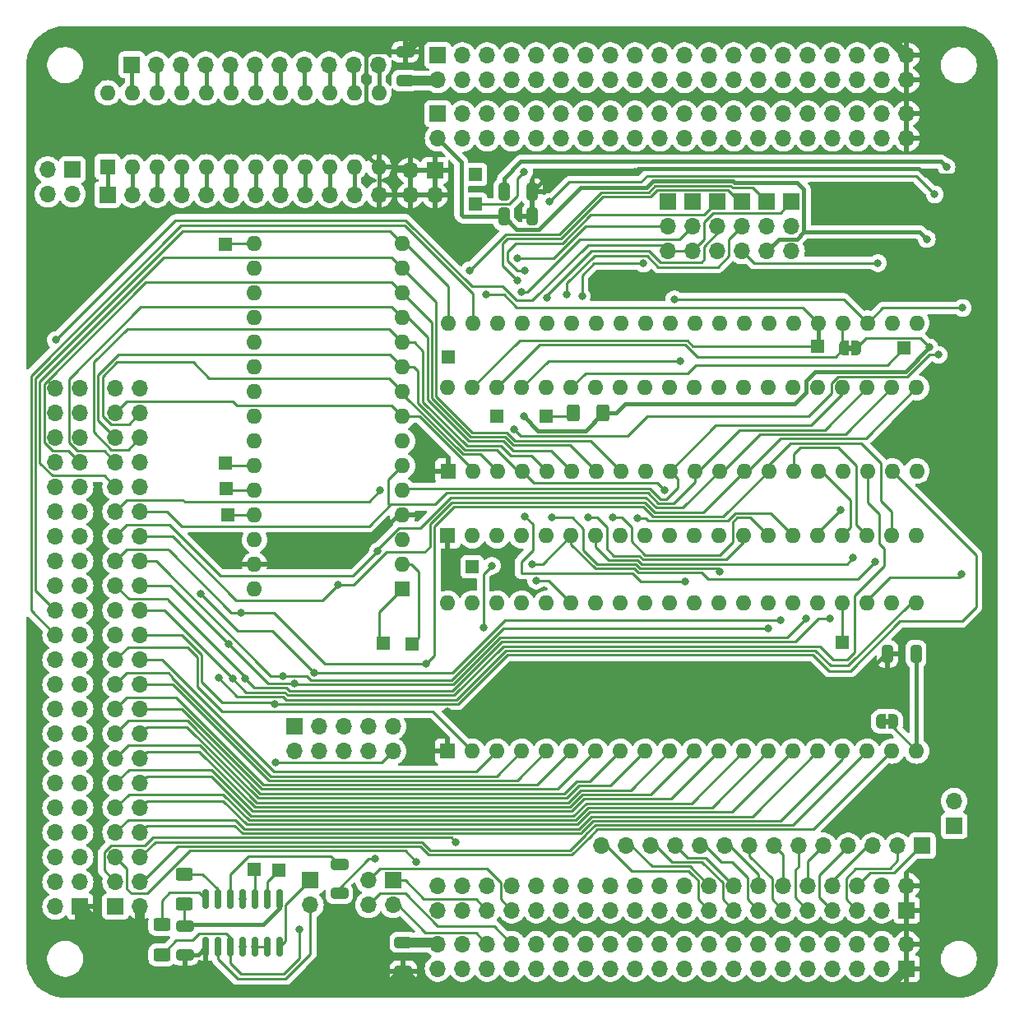
<source format=gbr>
%TF.GenerationSoftware,KiCad,Pcbnew,8.0.5-8.0.5-0~ubuntu22.04.1*%
%TF.CreationDate,2024-10-05T20:14:47+02:00*%
%TF.ProjectId,MP_Board,4d505f42-6f61-4726-942e-6b696361645f,rev?*%
%TF.SameCoordinates,Original*%
%TF.FileFunction,Copper,L2,Bot*%
%TF.FilePolarity,Positive*%
%FSLAX46Y46*%
G04 Gerber Fmt 4.6, Leading zero omitted, Abs format (unit mm)*
G04 Created by KiCad (PCBNEW 8.0.5-8.0.5-0~ubuntu22.04.1) date 2024-10-05 20:14:47*
%MOMM*%
%LPD*%
G01*
G04 APERTURE LIST*
G04 Aperture macros list*
%AMRoundRect*
0 Rectangle with rounded corners*
0 $1 Rounding radius*
0 $2 $3 $4 $5 $6 $7 $8 $9 X,Y pos of 4 corners*
0 Add a 4 corners polygon primitive as box body*
4,1,4,$2,$3,$4,$5,$6,$7,$8,$9,$2,$3,0*
0 Add four circle primitives for the rounded corners*
1,1,$1+$1,$2,$3*
1,1,$1+$1,$4,$5*
1,1,$1+$1,$6,$7*
1,1,$1+$1,$8,$9*
0 Add four rect primitives between the rounded corners*
20,1,$1+$1,$2,$3,$4,$5,0*
20,1,$1+$1,$4,$5,$6,$7,0*
20,1,$1+$1,$6,$7,$8,$9,0*
20,1,$1+$1,$8,$9,$2,$3,0*%
%AMFreePoly0*
4,1,19,0.500000,-0.750000,0.000000,-0.750000,0.000000,-0.744911,-0.071157,-0.744911,-0.207708,-0.704816,-0.327430,-0.627875,-0.420627,-0.520320,-0.479746,-0.390866,-0.500000,-0.250000,-0.500000,0.250000,-0.479746,0.390866,-0.420627,0.520320,-0.327430,0.627875,-0.207708,0.704816,-0.071157,0.744911,0.000000,0.744911,0.000000,0.750000,0.500000,0.750000,0.500000,-0.750000,0.500000,-0.750000,
$1*%
%AMFreePoly1*
4,1,19,0.000000,0.744911,0.071157,0.744911,0.207708,0.704816,0.327430,0.627875,0.420627,0.520320,0.479746,0.390866,0.500000,0.250000,0.500000,-0.250000,0.479746,-0.390866,0.420627,-0.520320,0.327430,-0.627875,0.207708,-0.704816,0.071157,-0.744911,0.000000,-0.744911,0.000000,-0.750000,-0.500000,-0.750000,-0.500000,0.750000,0.000000,0.750000,0.000000,0.744911,0.000000,0.744911,
$1*%
G04 Aperture macros list end*
%TA.AperFunction,EtchedComponent*%
%ADD10C,0.000000*%
%TD*%
%TA.AperFunction,ComponentPad*%
%ADD11R,1.700000X1.700000*%
%TD*%
%TA.AperFunction,ComponentPad*%
%ADD12O,1.700000X1.700000*%
%TD*%
%TA.AperFunction,ComponentPad*%
%ADD13R,1.600000X1.600000*%
%TD*%
%TA.AperFunction,ComponentPad*%
%ADD14O,1.600000X1.600000*%
%TD*%
%TA.AperFunction,ComponentPad*%
%ADD15R,1.350000X1.350000*%
%TD*%
%TA.AperFunction,SMDPad,CuDef*%
%ADD16RoundRect,0.250000X-0.650000X0.325000X-0.650000X-0.325000X0.650000X-0.325000X0.650000X0.325000X0*%
%TD*%
%TA.AperFunction,SMDPad,CuDef*%
%ADD17RoundRect,0.250000X0.400000X0.625000X-0.400000X0.625000X-0.400000X-0.625000X0.400000X-0.625000X0*%
%TD*%
%TA.AperFunction,SMDPad,CuDef*%
%ADD18RoundRect,0.150000X0.150000X-0.825000X0.150000X0.825000X-0.150000X0.825000X-0.150000X-0.825000X0*%
%TD*%
%TA.AperFunction,SMDPad,CuDef*%
%ADD19RoundRect,0.250000X-0.325000X-0.650000X0.325000X-0.650000X0.325000X0.650000X-0.325000X0.650000X0*%
%TD*%
%TA.AperFunction,SMDPad,CuDef*%
%ADD20FreePoly0,180.000000*%
%TD*%
%TA.AperFunction,SMDPad,CuDef*%
%ADD21FreePoly1,180.000000*%
%TD*%
%TA.AperFunction,SMDPad,CuDef*%
%ADD22RoundRect,0.250000X0.625000X-0.400000X0.625000X0.400000X-0.625000X0.400000X-0.625000X-0.400000X0*%
%TD*%
%TA.AperFunction,SMDPad,CuDef*%
%ADD23RoundRect,0.250000X0.650000X-0.325000X0.650000X0.325000X-0.650000X0.325000X-0.650000X-0.325000X0*%
%TD*%
%TA.AperFunction,SMDPad,CuDef*%
%ADD24RoundRect,0.250000X0.325000X0.650000X-0.325000X0.650000X-0.325000X-0.650000X0.325000X-0.650000X0*%
%TD*%
%TA.AperFunction,ViaPad*%
%ADD25C,0.800000*%
%TD*%
%TA.AperFunction,Conductor*%
%ADD26C,0.250000*%
%TD*%
%TA.AperFunction,Conductor*%
%ADD27C,0.400000*%
%TD*%
%TA.AperFunction,Conductor*%
%ADD28C,1.000000*%
%TD*%
G04 APERTURE END LIST*
D10*
%TA.AperFunction,EtchedComponent*%
%TO.C,JP11*%
G36*
X138832400Y-121864400D02*
G01*
X138332400Y-121864400D01*
X138332400Y-121264400D01*
X138832400Y-121264400D01*
X138832400Y-121864400D01*
G37*
%TD.AperFunction*%
%TA.AperFunction,EtchedComponent*%
%TO.C,JP7*%
G36*
X135032000Y-83450000D02*
G01*
X134532000Y-83450000D01*
X134532000Y-82850000D01*
X135032000Y-82850000D01*
X135032000Y-83450000D01*
G37*
%TD.AperFunction*%
%TD*%
D11*
%TO.P,J27,1,Pin_1*%
%TO.N,/TX0*%
X87757000Y-137922000D03*
D12*
%TO.P,J27,2,Pin_2*%
%TO.N,/TX1*%
X85217000Y-137922000D03*
%TO.P,J27,3,Pin_3*%
%TO.N,/RX0*%
X87757000Y-140462000D03*
%TO.P,J27,4,Pin_4*%
%TO.N,/RX1*%
X85217000Y-140462000D03*
%TD*%
D11*
%TO.P,J30,1,Pin_1*%
%TO.N,+5V*%
X54750000Y-64760000D03*
D12*
%TO.P,J30,2,Pin_2*%
X52210000Y-64760000D03*
%TO.P,J30,3,Pin_3*%
X54750000Y-67300000D03*
%TO.P,J30,4,Pin_4*%
X52210000Y-67300000D03*
%TD*%
D13*
%TO.P,U7,1,VSS*%
%TO.N,GND*%
X93370400Y-124612400D03*
D14*
%TO.P,U7,2,PA0*%
%TO.N,/PC0*%
X95910400Y-124612400D03*
%TO.P,U7,3,PA1*%
%TO.N,/PC1*%
X98450400Y-124612400D03*
%TO.P,U7,4,PA2*%
%TO.N,/PC2*%
X100990400Y-124612400D03*
%TO.P,U7,5,PA3*%
%TO.N,/PC3*%
X103530400Y-124612400D03*
%TO.P,U7,6,PA4*%
%TO.N,/PC4*%
X106070400Y-124612400D03*
%TO.P,U7,7,PA5*%
%TO.N,/PC5*%
X108610400Y-124612400D03*
%TO.P,U7,8,PA6*%
%TO.N,/PC6*%
X111150400Y-124612400D03*
%TO.P,U7,9,PA7*%
%TO.N,/PC7*%
X113690400Y-124612400D03*
%TO.P,U7,10,PB0*%
%TO.N,/PD0*%
X116230400Y-124612400D03*
%TO.P,U7,11,PB1*%
%TO.N,/PD1*%
X118770400Y-124612400D03*
%TO.P,U7,12,PB2*%
%TO.N,/PD2*%
X121310400Y-124612400D03*
%TO.P,U7,13,PB3*%
%TO.N,/PD3*%
X123850400Y-124612400D03*
%TO.P,U7,14,PB4*%
%TO.N,/PD4*%
X126390400Y-124612400D03*
%TO.P,U7,15,PB5*%
%TO.N,/PD5*%
X128930400Y-124612400D03*
%TO.P,U7,16,PB6*%
%TO.N,/PD6*%
X131470400Y-124612400D03*
%TO.P,U7,17,PB7*%
%TO.N,/PD7*%
X134010400Y-124612400D03*
%TO.P,U7,18,CB1*%
%TO.N,/CD1*%
X136550400Y-124612400D03*
%TO.P,U7,19,CB2*%
%TO.N,/CD2*%
X139090400Y-124612400D03*
%TO.P,U7,20,VCC*%
%TO.N,+5V*%
X141630400Y-124612400D03*
%TO.P,U7,21,~{IRQ}*%
%TO.N,/~{IRQ2}*%
X141630400Y-109372400D03*
%TO.P,U7,22,R/~{W}*%
%TO.N,/RW*%
X139090400Y-109372400D03*
%TO.P,U7,23,~{CS2}*%
%TO.N,/~{CE1}*%
X136550400Y-109372400D03*
%TO.P,U7,24,CS1*%
%TO.N,Net-(J15-Pin_1)*%
X134010400Y-109372400D03*
%TO.P,U7,25,\u03D52*%
%TO.N,/E*%
X131470400Y-109372400D03*
%TO.P,U7,26,D7*%
%TO.N,/D7*%
X128930400Y-109372400D03*
%TO.P,U7,27,D6*%
%TO.N,/D6*%
X126390400Y-109372400D03*
%TO.P,U7,28,D5*%
%TO.N,/D5*%
X123850400Y-109372400D03*
%TO.P,U7,29,D4*%
%TO.N,/D4*%
X121310400Y-109372400D03*
%TO.P,U7,30,D3*%
%TO.N,/D3*%
X118770400Y-109372400D03*
%TO.P,U7,31,D2*%
%TO.N,/D2*%
X116230400Y-109372400D03*
%TO.P,U7,32,D1*%
%TO.N,/D1*%
X113690400Y-109372400D03*
%TO.P,U7,33,D0*%
%TO.N,/D0*%
X111150400Y-109372400D03*
%TO.P,U7,34,~{RES}*%
%TO.N,/~{RST}*%
X108610400Y-109372400D03*
%TO.P,U7,35,RS3*%
%TO.N,/A3*%
X106070400Y-109372400D03*
%TO.P,U7,36,RS2*%
%TO.N,/A2*%
X103530400Y-109372400D03*
%TO.P,U7,37,RS1*%
%TO.N,/A1*%
X100990400Y-109372400D03*
%TO.P,U7,38,RS0*%
%TO.N,/A0*%
X98450400Y-109372400D03*
%TO.P,U7,39,CA2*%
%TO.N,/CC2*%
X95910400Y-109372400D03*
%TO.P,U7,40,CA1*%
%TO.N,/CC1*%
X93370400Y-109372400D03*
%TD*%
D11*
%TO.P,JP5,1,A*%
%TO.N,/RW*%
X126238000Y-68072000D03*
D12*
%TO.P,JP5,2,C*%
%TO.N,Net-(JP5-C)*%
X126238000Y-70612000D03*
%TO.P,JP5,3,B*%
%TO.N,+5V*%
X126238000Y-73152000D03*
%TD*%
D15*
%TO.P,J18,1,Pin_1*%
%TO.N,Net-(J18-Pin_1)*%
X73456800Y-136804400D03*
%TD*%
D11*
%TO.P,J36,1,Pin_1*%
%TO.N,Net-(J35-Pin_23)*%
X60850000Y-53950000D03*
D12*
%TO.P,J36,2,Pin_2*%
%TO.N,Net-(J35-Pin_22)*%
X63390000Y-53950000D03*
%TO.P,J36,3,Pin_3*%
%TO.N,Net-(J35-Pin_21)*%
X65930000Y-53950000D03*
%TO.P,J36,4,Pin_4*%
%TO.N,Net-(J35-Pin_20)*%
X68470000Y-53950000D03*
%TO.P,J36,5,Pin_5*%
%TO.N,Net-(J35-Pin_19)*%
X71010000Y-53950000D03*
%TO.P,J36,6,Pin_6*%
%TO.N,Net-(J35-Pin_18)*%
X73550000Y-53950000D03*
%TO.P,J36,7,Pin_7*%
%TO.N,Net-(J35-Pin_17)*%
X76090000Y-53950000D03*
%TO.P,J36,8,Pin_8*%
%TO.N,Net-(J35-Pin_16)*%
X78630000Y-53950000D03*
%TO.P,J36,9,Pin_9*%
%TO.N,Net-(J35-Pin_15)*%
X81170000Y-53950000D03*
%TO.P,J36,10,Pin_10*%
%TO.N,Net-(J35-Pin_14)*%
X83710000Y-53950000D03*
%TO.P,J36,11,Pin_11*%
%TO.N,Net-(J35-Pin_13)*%
X86250000Y-53950000D03*
%TD*%
D15*
%TO.P,J10,1,Pin_1*%
%TO.N,Net-(J10-Pin_1)*%
X98425000Y-90170000D03*
%TD*%
%TO.P,J23,1,Pin_1*%
%TO.N,Net-(A1-+5V)*%
X70750000Y-100275000D03*
%TD*%
D11*
%TO.P,J1,1,Pin_1*%
%TO.N,+5V*%
X92367000Y-53000000D03*
D12*
%TO.P,J1,2,Pin_2*%
X92367000Y-55540000D03*
%TO.P,J1,3,Pin_3*%
%TO.N,/PHI1_e*%
X94907000Y-53000000D03*
%TO.P,J1,4,Pin_4*%
%TO.N,/PHI2_e*%
X94907000Y-55540000D03*
%TO.P,J1,5,Pin_5*%
%TO.N,/~{IORD}*%
X97447000Y-53000000D03*
%TO.P,J1,6,Pin_6*%
%TO.N,/R{slash}~{W}_e*%
X97447000Y-55540000D03*
%TO.P,J1,7,Pin_7*%
%TO.N,/~{MRD}*%
X99987000Y-53000000D03*
%TO.P,J1,8,Pin_8*%
%TO.N,/~{MWR}*%
X99987000Y-55540000D03*
%TO.P,J1,9,Pin_9*%
%TO.N,/~{IOWR}*%
X102527000Y-53000000D03*
%TO.P,J1,10,Pin_10*%
%TO.N,/Bus/DB0*%
X102527000Y-55540000D03*
%TO.P,J1,11,Pin_11*%
%TO.N,/Bus/DB1*%
X105067000Y-53000000D03*
%TO.P,J1,12,Pin_12*%
%TO.N,/Bus/DB2*%
X105067000Y-55540000D03*
%TO.P,J1,13,Pin_13*%
%TO.N,/Bus/DB3*%
X107607000Y-53000000D03*
%TO.P,J1,14,Pin_14*%
%TO.N,/Bus/DB4*%
X107607000Y-55540000D03*
%TO.P,J1,15,Pin_15*%
%TO.N,/Bus/DB5*%
X110147000Y-53000000D03*
%TO.P,J1,16,Pin_16*%
%TO.N,/Bus/DB6*%
X110147000Y-55540000D03*
%TO.P,J1,17,Pin_17*%
%TO.N,/Bus/DB7*%
X112687000Y-53000000D03*
%TO.P,J1,18,Pin_18*%
%TO.N,/~{RST}*%
X112687000Y-55540000D03*
%TO.P,J1,19,Pin_19*%
%TO.N,/A0*%
X115227000Y-53000000D03*
%TO.P,J1,20,Pin_20*%
%TO.N,/A1*%
X115227000Y-55540000D03*
%TO.P,J1,21,Pin_21*%
%TO.N,/A2*%
X117767000Y-53000000D03*
%TO.P,J1,22,Pin_22*%
%TO.N,/A3*%
X117767000Y-55540000D03*
%TO.P,J1,23,Pin_23*%
%TO.N,/A4*%
X120307000Y-53000000D03*
%TO.P,J1,24,Pin_24*%
%TO.N,/A5*%
X120307000Y-55540000D03*
%TO.P,J1,25,Pin_25*%
%TO.N,/A6*%
X122847000Y-53000000D03*
%TO.P,J1,26,Pin_26*%
%TO.N,/A7*%
X122847000Y-55540000D03*
%TO.P,J1,27,Pin_27*%
%TO.N,/A8*%
X125387000Y-53000000D03*
%TO.P,J1,28,Pin_28*%
%TO.N,/A9*%
X125387000Y-55540000D03*
%TO.P,J1,29,Pin_29*%
%TO.N,/A10*%
X127927000Y-53000000D03*
%TO.P,J1,30,Pin_30*%
%TO.N,/A11*%
X127927000Y-55540000D03*
%TO.P,J1,31,Pin_31*%
%TO.N,/A12*%
X130467000Y-53000000D03*
%TO.P,J1,32,Pin_32*%
%TO.N,/A13*%
X130467000Y-55540000D03*
%TO.P,J1,33,Pin_33*%
%TO.N,/A14*%
X133007000Y-53000000D03*
%TO.P,J1,34,Pin_34*%
%TO.N,/A15*%
X133007000Y-55540000D03*
%TO.P,J1,35,Pin_35*%
%TO.N,/A16*%
X135547000Y-53000000D03*
%TO.P,J1,36,Pin_36*%
%TO.N,/A17*%
X135547000Y-55540000D03*
%TO.P,J1,37,Pin_37*%
%TO.N,/A18*%
X138087000Y-53000000D03*
%TO.P,J1,38,Pin_38*%
%TO.N,/A19*%
X138087000Y-55540000D03*
%TO.P,J1,39,Pin_39*%
%TO.N,GND*%
X140627000Y-53000000D03*
%TO.P,J1,40,Pin_40*%
X140627000Y-55540000D03*
%TD*%
D11*
%TO.P,JP4,1,A*%
%TO.N,/A3*%
X123698000Y-68072000D03*
D12*
%TO.P,JP4,2,C*%
%TO.N,Net-(JP4-C)*%
X123698000Y-70612000D03*
%TO.P,JP4,3,B*%
%TO.N,/A1*%
X123698000Y-73152000D03*
%TD*%
D15*
%TO.P,J13,1,Pin_1*%
%TO.N,Net-(J13-Pin_1)*%
X103505000Y-90170000D03*
%TD*%
%TO.P,J11,1,Pin_1*%
%TO.N,Net-(J11-Pin_1)*%
X95885000Y-105664000D03*
%TD*%
%TO.P,J20,1,Pin_1*%
%TO.N,Net-(A1-D1{slash}TX)*%
X86725000Y-113550000D03*
%TD*%
D11*
%TO.P,J4,1,Pin_1*%
%TO.N,GND*%
X140627000Y-141000000D03*
D12*
%TO.P,J4,2,Pin_2*%
X140627000Y-138460000D03*
%TO.P,J4,3,Pin_3*%
%TO.N,+3V3*%
X138087000Y-141000000D03*
%TO.P,J4,4,Pin_4*%
X138087000Y-138460000D03*
%TO.P,J4,5,Pin_5*%
%TO.N,/Bus/~{CE_EXT1}*%
X135547000Y-141000000D03*
%TO.P,J4,6,Pin_6*%
%TO.N,/Bus/~{CE_EXT0}*%
X135547000Y-138460000D03*
%TO.P,J4,7,Pin_7*%
%TO.N,/Bus/~{CE_EXT3}*%
X133007000Y-141000000D03*
%TO.P,J4,8,Pin_8*%
%TO.N,/Bus/~{CE_EXT2}*%
X133007000Y-138460000D03*
%TO.P,J4,9,Pin_9*%
%TO.N,/Bus/~{CE_EXT5}*%
X130467000Y-141000000D03*
%TO.P,J4,10,Pin_10*%
%TO.N,/Bus/~{CE_EXT4}*%
X130467000Y-138460000D03*
%TO.P,J4,11,Pin_11*%
%TO.N,/Bus/~{CE_EXT7}*%
X127927000Y-141000000D03*
%TO.P,J4,12,Pin_12*%
%TO.N,/Bus/~{CE_EXT6}*%
X127927000Y-138460000D03*
%TO.P,J4,13,Pin_13*%
%TO.N,/Bus/~{CE_EXT9}*%
X125387000Y-141000000D03*
%TO.P,J4,14,Pin_14*%
%TO.N,/Bus/~{CE_EXT8}*%
X125387000Y-138460000D03*
%TO.P,J4,15,Pin_15*%
%TO.N,/Bus/~{CE_EXT11}*%
X122847000Y-141000000D03*
%TO.P,J4,16,Pin_16*%
%TO.N,/Bus/~{CE_EXT10}*%
X122847000Y-138460000D03*
%TO.P,J4,17,Pin_17*%
%TO.N,/Bus/~{CE_EXT13}*%
X120307000Y-141000000D03*
%TO.P,J4,18,Pin_18*%
%TO.N,/Bus/~{CE_EXT12}*%
X120307000Y-138460000D03*
%TO.P,J4,19,Pin_19*%
%TO.N,/RES4*%
X117767000Y-141000000D03*
%TO.P,J4,20,Pin_20*%
%TO.N,/RES5*%
X117767000Y-138460000D03*
%TO.P,J4,21,Pin_21*%
%TO.N,/RES2*%
X115227000Y-141000000D03*
%TO.P,J4,22,Pin_22*%
%TO.N,/RES3*%
X115227000Y-138460000D03*
%TO.P,J4,23,Pin_23*%
%TO.N,/RES0*%
X112687000Y-141000000D03*
%TO.P,J4,24,Pin_24*%
%TO.N,/RES1*%
X112687000Y-138460000D03*
%TO.P,J4,25,Pin_25*%
%TO.N,/CLK1*%
X110147000Y-141000000D03*
%TO.P,J4,26,Pin_26*%
%TO.N,/~{BUSFREE}*%
X110147000Y-138460000D03*
%TO.P,J4,27,Pin_27*%
%TO.N,/CLKF*%
X107607000Y-141000000D03*
%TO.P,J4,28,Pin_28*%
%TO.N,/CLKS*%
X107607000Y-138460000D03*
%TO.P,J4,29,Pin_29*%
%TO.N,/~{PH0}*%
X105067000Y-141000000D03*
%TO.P,J4,30,Pin_30*%
%TO.N,/PH0*%
X105067000Y-138460000D03*
%TO.P,J4,31,Pin_31*%
%TO.N,/SDA*%
X102527000Y-141000000D03*
%TO.P,J4,32,Pin_32*%
%TO.N,/SCL*%
X102527000Y-138460000D03*
%TO.P,J4,33,Pin_33*%
%TO.N,/TX1*%
X99987000Y-141000000D03*
%TO.P,J4,34,Pin_34*%
%TO.N,/RX1*%
X99987000Y-138460000D03*
%TO.P,J4,35,Pin_35*%
%TO.N,/TX0*%
X97447000Y-141000000D03*
%TO.P,J4,36,Pin_36*%
%TO.N,/RX0*%
X97447000Y-138460000D03*
%TO.P,J4,37,Pin_37*%
%TO.N,/TXSTM*%
X94907000Y-141000000D03*
%TO.P,J4,38,Pin_38*%
%TO.N,/RXSTM*%
X94907000Y-138460000D03*
%TO.P,J4,39,Pin_39*%
%TO.N,+5VA*%
X92367000Y-141000000D03*
%TO.P,J4,40,Pin_40*%
X92367000Y-138460000D03*
%TD*%
D11*
%TO.P,J31,1,Pin_1*%
%TO.N,GND*%
X92040000Y-64850000D03*
D12*
%TO.P,J31,2,Pin_2*%
X89500000Y-64850000D03*
%TO.P,J31,3,Pin_3*%
X92040000Y-67390000D03*
%TO.P,J31,4,Pin_4*%
X89500000Y-67390000D03*
%TD*%
D15*
%TO.P,J22,1,Pin_1*%
%TO.N,Net-(A1-D13)*%
X70525000Y-72450000D03*
%TD*%
D11*
%TO.P,J29,1,Pin_1*%
%TO.N,Net-(J29-Pin_1)*%
X58360000Y-67325000D03*
D12*
%TO.P,J29,2,Pin_2*%
%TO.N,Net-(J29-Pin_2)*%
X60900000Y-67325000D03*
%TO.P,J29,3,Pin_3*%
%TO.N,Net-(J29-Pin_3)*%
X63440000Y-67325000D03*
%TO.P,J29,4,Pin_4*%
%TO.N,Net-(J29-Pin_4)*%
X65980000Y-67325000D03*
%TO.P,J29,5,Pin_5*%
%TO.N,Net-(J29-Pin_5)*%
X68520000Y-67325000D03*
%TO.P,J29,6,Pin_6*%
%TO.N,Net-(J29-Pin_6)*%
X71060000Y-67325000D03*
%TO.P,J29,7,Pin_7*%
%TO.N,Net-(J29-Pin_7)*%
X73600000Y-67325000D03*
%TO.P,J29,8,Pin_8*%
%TO.N,Net-(J29-Pin_8)*%
X76140000Y-67325000D03*
%TO.P,J29,9,Pin_9*%
%TO.N,Net-(J29-Pin_9)*%
X78680000Y-67325000D03*
%TO.P,J29,10,Pin_10*%
%TO.N,Net-(J29-Pin_10)*%
X81220000Y-67325000D03*
%TO.P,J29,11,Pin_11*%
%TO.N,Net-(J29-Pin_11)*%
X83760000Y-67325000D03*
%TO.P,J29,12,Pin_12*%
%TO.N,GND*%
X86300000Y-67325000D03*
%TD*%
D11*
%TO.P,JP1,1,A*%
%TO.N,/A0*%
X116078000Y-68072000D03*
D12*
%TO.P,JP1,2,C*%
%TO.N,Net-(JP1-C)*%
X116078000Y-70612000D03*
%TO.P,JP1,3,B*%
%TO.N,/~{IRQ}*%
X116078000Y-73152000D03*
%TD*%
D15*
%TO.P,J7,1,Pin_1*%
%TO.N,/R{slash}~{W}_e*%
X96266000Y-65278000D03*
%TD*%
D11*
%TO.P,J19,1,Pin_1*%
%TO.N,+5V*%
X59182000Y-140614400D03*
D12*
%TO.P,J19,2,Pin_2*%
%TO.N,GND*%
X61722000Y-140614400D03*
%TO.P,J19,3,Pin_3*%
%TO.N,/CC2*%
X59182000Y-138074400D03*
%TO.P,J19,4,Pin_4*%
%TO.N,/CD2*%
X61722000Y-138074400D03*
%TO.P,J19,5,Pin_5*%
%TO.N,/CC1*%
X59182000Y-135534400D03*
%TO.P,J19,6,Pin_6*%
%TO.N,/CD1*%
X61722000Y-135534400D03*
%TO.P,J19,7,Pin_7*%
%TO.N,/PD6*%
X59182000Y-132994400D03*
%TO.P,J19,8,Pin_8*%
%TO.N,/PD7*%
X61722000Y-132994400D03*
%TO.P,J19,9,Pin_9*%
%TO.N,/PD4*%
X59182000Y-130454400D03*
%TO.P,J19,10,Pin_10*%
%TO.N,/PD5*%
X61722000Y-130454400D03*
%TO.P,J19,11,Pin_11*%
%TO.N,/PD2*%
X59182000Y-127914400D03*
%TO.P,J19,12,Pin_12*%
%TO.N,/PD3*%
X61722000Y-127914400D03*
%TO.P,J19,13,Pin_13*%
%TO.N,/PD0*%
X59182000Y-125374400D03*
%TO.P,J19,14,Pin_14*%
%TO.N,/PD1*%
X61722000Y-125374400D03*
%TO.P,J19,15,Pin_15*%
%TO.N,/PC6*%
X59182000Y-122834400D03*
%TO.P,J19,16,Pin_16*%
%TO.N,/PC7*%
X61722000Y-122834400D03*
%TO.P,J19,17,Pin_17*%
%TO.N,/PC4*%
X59182000Y-120294400D03*
%TO.P,J19,18,Pin_18*%
%TO.N,/PC5*%
X61722000Y-120294400D03*
%TO.P,J19,19,Pin_19*%
%TO.N,/PC2*%
X59182000Y-117754400D03*
%TO.P,J19,20,Pin_20*%
%TO.N,/PC3*%
X61722000Y-117754400D03*
%TO.P,J19,21,Pin_21*%
%TO.N,/PC0*%
X59182000Y-115214400D03*
%TO.P,J19,22,Pin_22*%
%TO.N,/PC1*%
X61722000Y-115214400D03*
%TO.P,J19,23,Pin_23*%
%TO.N,/CA2*%
X59182000Y-112674400D03*
%TO.P,J19,24,Pin_24*%
%TO.N,/CB2*%
X61722000Y-112674400D03*
%TO.P,J19,25,Pin_25*%
%TO.N,/CA1*%
X59182000Y-110134400D03*
%TO.P,J19,26,Pin_26*%
%TO.N,/CB1*%
X61722000Y-110134400D03*
%TO.P,J19,27,Pin_27*%
%TO.N,/PB6*%
X59182000Y-107594400D03*
%TO.P,J19,28,Pin_28*%
%TO.N,/PB7*%
X61722000Y-107594400D03*
%TO.P,J19,29,Pin_29*%
%TO.N,/PB4*%
X59182000Y-105054400D03*
%TO.P,J19,30,Pin_30*%
%TO.N,/PB5*%
X61722000Y-105054400D03*
%TO.P,J19,31,Pin_31*%
%TO.N,/PB2*%
X59182000Y-102514400D03*
%TO.P,J19,32,Pin_32*%
%TO.N,/PB3*%
X61722000Y-102514400D03*
%TO.P,J19,33,Pin_33*%
%TO.N,/PB0*%
X59182000Y-99974400D03*
%TO.P,J19,34,Pin_34*%
%TO.N,/PB1*%
X61722000Y-99974400D03*
%TO.P,J19,35,Pin_35*%
%TO.N,/PA6*%
X59182000Y-97434400D03*
%TO.P,J19,36,Pin_36*%
%TO.N,/PA7*%
X61722000Y-97434400D03*
%TO.P,J19,37,Pin_37*%
%TO.N,/PA4*%
X59182000Y-94894400D03*
%TO.P,J19,38,Pin_38*%
%TO.N,/PA5*%
X61722000Y-94894400D03*
%TO.P,J19,39,Pin_39*%
%TO.N,/PA2*%
X59182000Y-92354400D03*
%TO.P,J19,40,Pin_40*%
%TO.N,/PA3*%
X61722000Y-92354400D03*
%TO.P,J19,41,Pin_41*%
%TO.N,/PA0*%
X59182000Y-89814400D03*
%TO.P,J19,42,Pin_42*%
%TO.N,/PA1*%
X61722000Y-89814400D03*
%TO.P,J19,43,Pin_43*%
%TO.N,/~{IRQ}*%
X59182000Y-87274400D03*
%TO.P,J19,44,Pin_44*%
%TO.N,/~{IRQ2}*%
X61722000Y-87274400D03*
%TD*%
D15*
%TO.P,J17,1,Pin_1*%
%TO.N,Net-(J17-Pin_1)*%
X75996800Y-136855200D03*
%TD*%
%TO.P,J12,1,Pin_1*%
%TO.N,Net-(J12-Pin_1)*%
X93472000Y-84074000D03*
%TD*%
D13*
%TO.P,U6,1,VSS*%
%TO.N,GND*%
X93380000Y-102454000D03*
D14*
%TO.P,U6,2,A5*%
%TO.N,Net-(J11-Pin_1)*%
X95920000Y-102454000D03*
%TO.P,U6,3,A4*%
%TO.N,Net-(JP10-C)*%
X98460000Y-102454000D03*
%TO.P,U6,4,A3*%
%TO.N,/A3*%
X101000000Y-102454000D03*
%TO.P,U6,5,A2*%
%TO.N,/A2*%
X103540000Y-102454000D03*
%TO.P,U6,6,A1*%
%TO.N,/A1*%
X106080000Y-102454000D03*
%TO.P,U6,7,A0*%
%TO.N,/A0*%
X108620000Y-102454000D03*
%TO.P,U6,8,PA0*%
%TO.N,/PA0*%
X111160000Y-102454000D03*
%TO.P,U6,9,PA1*%
%TO.N,/PA1*%
X113700000Y-102454000D03*
%TO.P,U6,10,PA2*%
%TO.N,/PA2*%
X116240000Y-102454000D03*
%TO.P,U6,11,PA3*%
%TO.N,/PA3*%
X118780000Y-102454000D03*
%TO.P,U6,12,PA4*%
%TO.N,/PA4*%
X121320000Y-102454000D03*
%TO.P,U6,13,PA5*%
%TO.N,/PA5*%
X123860000Y-102454000D03*
%TO.P,U6,14,PA6*%
%TO.N,/PA6*%
X126400000Y-102454000D03*
%TO.P,U6,15,PA7*%
%TO.N,/PA7*%
X128940000Y-102454000D03*
%TO.P,U6,16,PB7*%
%TO.N,/PB7*%
X131480000Y-102454000D03*
%TO.P,U6,17,PB6*%
%TO.N,/PB6*%
X134020000Y-102454000D03*
%TO.P,U6,18,PB5*%
%TO.N,/PB5*%
X136560000Y-102454000D03*
%TO.P,U6,19,PB4*%
%TO.N,/PB4*%
X139100000Y-102454000D03*
%TO.P,U6,20,VCC*%
%TO.N,+5V*%
X141640000Y-102454000D03*
%TO.P,U6,21,PB3*%
%TO.N,/PB3*%
X141640000Y-87214000D03*
%TO.P,U6,22,PB2*%
%TO.N,/PB2*%
X139100000Y-87214000D03*
%TO.P,U6,23,PB1*%
%TO.N,/PB1*%
X136560000Y-87214000D03*
%TO.P,U6,24,PB0*%
%TO.N,/PB0*%
X134020000Y-87214000D03*
%TO.P,U6,25,~{IRQ}*%
%TO.N,/~{IRQ}*%
X131480000Y-87214000D03*
%TO.P,U6,26,D7*%
%TO.N,/D7*%
X128940000Y-87214000D03*
%TO.P,U6,27,D6*%
%TO.N,/D6*%
X126400000Y-87214000D03*
%TO.P,U6,28,D5*%
%TO.N,/D5*%
X123860000Y-87214000D03*
%TO.P,U6,29,D4*%
%TO.N,/D4*%
X121320000Y-87214000D03*
%TO.P,U6,30,D3*%
%TO.N,/D3*%
X118780000Y-87214000D03*
%TO.P,U6,31,D2*%
%TO.N,/D2*%
X116240000Y-87214000D03*
%TO.P,U6,32,D1*%
%TO.N,/D1*%
X113700000Y-87214000D03*
%TO.P,U6,33,D0*%
%TO.N,/D0*%
X111160000Y-87214000D03*
%TO.P,U6,34,~{RES}*%
%TO.N,/~{RST}*%
X108620000Y-87214000D03*
%TO.P,U6,35,R/~{W}*%
%TO.N,/RW*%
X106080000Y-87214000D03*
%TO.P,U6,36,~{RS}*%
%TO.N,Net-(J13-Pin_1)*%
X103540000Y-87214000D03*
%TO.P,U6,37,~{CS2}*%
%TO.N,/~{CE0}*%
X101000000Y-87214000D03*
%TO.P,U6,38,CS1*%
%TO.N,Net-(J10-Pin_1)*%
X98460000Y-87214000D03*
%TO.P,U6,39,\u03D52*%
%TO.N,/E*%
X95920000Y-87214000D03*
%TO.P,U6,40,A6*%
%TO.N,Net-(J12-Pin_1)*%
X93380000Y-87214000D03*
%TD*%
D11*
%TO.P,J26,1,Pin_1*%
%TO.N,/~{CE1}*%
X145517000Y-132314000D03*
D12*
%TO.P,J26,2,Pin_2*%
%TO.N,/~{CE0}*%
X145517000Y-129774000D03*
%TD*%
D11*
%TO.P,J2,1,Pin_1*%
%TO.N,GND*%
X140627000Y-147000000D03*
D12*
%TO.P,J2,2,Pin_2*%
X140627000Y-144460000D03*
%TO.P,J2,3,Pin_3*%
%TO.N,+3V3*%
X138087000Y-147000000D03*
%TO.P,J2,4,Pin_4*%
X138087000Y-144460000D03*
%TO.P,J2,5,Pin_5*%
%TO.N,/Bus/~{CE_EXT1}*%
X135547000Y-147000000D03*
%TO.P,J2,6,Pin_6*%
%TO.N,/Bus/~{CE_EXT0}*%
X135547000Y-144460000D03*
%TO.P,J2,7,Pin_7*%
%TO.N,/Bus/~{CE_EXT3}*%
X133007000Y-147000000D03*
%TO.P,J2,8,Pin_8*%
%TO.N,/Bus/~{CE_EXT2}*%
X133007000Y-144460000D03*
%TO.P,J2,9,Pin_9*%
%TO.N,/Bus/~{CE_EXT5}*%
X130467000Y-147000000D03*
%TO.P,J2,10,Pin_10*%
%TO.N,/Bus/~{CE_EXT4}*%
X130467000Y-144460000D03*
%TO.P,J2,11,Pin_11*%
%TO.N,/Bus/~{CE_EXT7}*%
X127927000Y-147000000D03*
%TO.P,J2,12,Pin_12*%
%TO.N,/Bus/~{CE_EXT6}*%
X127927000Y-144460000D03*
%TO.P,J2,13,Pin_13*%
%TO.N,/Bus/~{CE_EXT9}*%
X125387000Y-147000000D03*
%TO.P,J2,14,Pin_14*%
%TO.N,/Bus/~{CE_EXT8}*%
X125387000Y-144460000D03*
%TO.P,J2,15,Pin_15*%
%TO.N,/Bus/~{CE_EXT11}*%
X122847000Y-147000000D03*
%TO.P,J2,16,Pin_16*%
%TO.N,/Bus/~{CE_EXT10}*%
X122847000Y-144460000D03*
%TO.P,J2,17,Pin_17*%
%TO.N,/Bus/~{CE_EXT13}*%
X120307000Y-147000000D03*
%TO.P,J2,18,Pin_18*%
%TO.N,/Bus/~{CE_EXT12}*%
X120307000Y-144460000D03*
%TO.P,J2,19,Pin_19*%
%TO.N,/RES4*%
X117767000Y-147000000D03*
%TO.P,J2,20,Pin_20*%
%TO.N,/RES5*%
X117767000Y-144460000D03*
%TO.P,J2,21,Pin_21*%
%TO.N,/RES2*%
X115227000Y-147000000D03*
%TO.P,J2,22,Pin_22*%
%TO.N,/RES3*%
X115227000Y-144460000D03*
%TO.P,J2,23,Pin_23*%
%TO.N,/RES0*%
X112687000Y-147000000D03*
%TO.P,J2,24,Pin_24*%
%TO.N,/RES1*%
X112687000Y-144460000D03*
%TO.P,J2,25,Pin_25*%
%TO.N,/CLK1*%
X110147000Y-147000000D03*
%TO.P,J2,26,Pin_26*%
%TO.N,/~{BUSFREE}*%
X110147000Y-144460000D03*
%TO.P,J2,27,Pin_27*%
%TO.N,/CLKF*%
X107607000Y-147000000D03*
%TO.P,J2,28,Pin_28*%
%TO.N,/CLKS*%
X107607000Y-144460000D03*
%TO.P,J2,29,Pin_29*%
%TO.N,/~{PH0}*%
X105067000Y-147000000D03*
%TO.P,J2,30,Pin_30*%
%TO.N,/PH0*%
X105067000Y-144460000D03*
%TO.P,J2,31,Pin_31*%
%TO.N,/SDA*%
X102527000Y-147000000D03*
%TO.P,J2,32,Pin_32*%
%TO.N,/SCL*%
X102527000Y-144460000D03*
%TO.P,J2,33,Pin_33*%
%TO.N,/TX1*%
X99987000Y-147000000D03*
%TO.P,J2,34,Pin_34*%
%TO.N,/RX1*%
X99987000Y-144460000D03*
%TO.P,J2,35,Pin_35*%
%TO.N,/TX0*%
X97447000Y-147000000D03*
%TO.P,J2,36,Pin_36*%
%TO.N,/RX0*%
X97447000Y-144460000D03*
%TO.P,J2,37,Pin_37*%
%TO.N,/TXSTM*%
X94907000Y-147000000D03*
%TO.P,J2,38,Pin_38*%
%TO.N,/RXSTM*%
X94907000Y-144460000D03*
%TO.P,J2,39,Pin_39*%
%TO.N,+5VA*%
X92367000Y-147000000D03*
%TO.P,J2,40,Pin_40*%
X92367000Y-144460000D03*
%TD*%
D11*
%TO.P,J14,1,Pin_1*%
%TO.N,GND*%
X55540000Y-140627000D03*
D12*
%TO.P,J14,2,Pin_2*%
%TO.N,+5V*%
X53000000Y-140627000D03*
%TO.P,J14,3,Pin_3*%
%TO.N,/CD2*%
X55540000Y-138087000D03*
%TO.P,J14,4,Pin_4*%
%TO.N,/CC2*%
X53000000Y-138087000D03*
%TO.P,J14,5,Pin_5*%
%TO.N,/CD1*%
X55540000Y-135547000D03*
%TO.P,J14,6,Pin_6*%
%TO.N,/CC1*%
X53000000Y-135547000D03*
%TO.P,J14,7,Pin_7*%
%TO.N,/PD7*%
X55540000Y-133007000D03*
%TO.P,J14,8,Pin_8*%
%TO.N,/PD6*%
X53000000Y-133007000D03*
%TO.P,J14,9,Pin_9*%
%TO.N,/PD5*%
X55540000Y-130467000D03*
%TO.P,J14,10,Pin_10*%
%TO.N,/PD4*%
X53000000Y-130467000D03*
%TO.P,J14,11,Pin_11*%
%TO.N,/PD3*%
X55540000Y-127927000D03*
%TO.P,J14,12,Pin_12*%
%TO.N,/PD2*%
X53000000Y-127927000D03*
%TO.P,J14,13,Pin_13*%
%TO.N,/PD1*%
X55540000Y-125387000D03*
%TO.P,J14,14,Pin_14*%
%TO.N,/PD0*%
X53000000Y-125387000D03*
%TO.P,J14,15,Pin_15*%
%TO.N,/PC7*%
X55540000Y-122847000D03*
%TO.P,J14,16,Pin_16*%
%TO.N,/PC6*%
X53000000Y-122847000D03*
%TO.P,J14,17,Pin_17*%
%TO.N,/PC5*%
X55540000Y-120307000D03*
%TO.P,J14,18,Pin_18*%
%TO.N,/PC4*%
X53000000Y-120307000D03*
%TO.P,J14,19,Pin_19*%
%TO.N,/PC3*%
X55540000Y-117767000D03*
%TO.P,J14,20,Pin_20*%
%TO.N,/PC2*%
X53000000Y-117767000D03*
%TO.P,J14,21,Pin_21*%
%TO.N,/PC1*%
X55540000Y-115227000D03*
%TO.P,J14,22,Pin_22*%
%TO.N,/PC0*%
X53000000Y-115227000D03*
%TO.P,J14,23,Pin_23*%
%TO.N,/CB2*%
X55540000Y-112687000D03*
%TO.P,J14,24,Pin_24*%
%TO.N,/CA2*%
X53000000Y-112687000D03*
%TO.P,J14,25,Pin_25*%
%TO.N,/CB1*%
X55540000Y-110147000D03*
%TO.P,J14,26,Pin_26*%
%TO.N,/CA1*%
X53000000Y-110147000D03*
%TO.P,J14,27,Pin_27*%
%TO.N,/PB7*%
X55540000Y-107607000D03*
%TO.P,J14,28,Pin_28*%
%TO.N,/PB6*%
X53000000Y-107607000D03*
%TO.P,J14,29,Pin_29*%
%TO.N,/PB5*%
X55540000Y-105067000D03*
%TO.P,J14,30,Pin_30*%
%TO.N,/PB4*%
X53000000Y-105067000D03*
%TO.P,J14,31,Pin_31*%
%TO.N,/PB3*%
X55540000Y-102527000D03*
%TO.P,J14,32,Pin_32*%
%TO.N,/PB2*%
X53000000Y-102527000D03*
%TO.P,J14,33,Pin_33*%
%TO.N,/PB1*%
X55540000Y-99987000D03*
%TO.P,J14,34,Pin_34*%
%TO.N,/PB0*%
X53000000Y-99987000D03*
%TO.P,J14,35,Pin_35*%
%TO.N,/PA7*%
X55540000Y-97447000D03*
%TO.P,J14,36,Pin_36*%
%TO.N,/PA6*%
X53000000Y-97447000D03*
%TO.P,J14,37,Pin_37*%
%TO.N,/PA5*%
X55540000Y-94907000D03*
%TO.P,J14,38,Pin_38*%
%TO.N,/PA4*%
X53000000Y-94907000D03*
%TO.P,J14,39,Pin_39*%
%TO.N,/PA3*%
X55540000Y-92367000D03*
%TO.P,J14,40,Pin_40*%
%TO.N,/PA2*%
X53000000Y-92367000D03*
%TO.P,J14,41,Pin_41*%
%TO.N,/PA1*%
X55540000Y-89827000D03*
%TO.P,J14,42,Pin_42*%
%TO.N,/PA0*%
X53000000Y-89827000D03*
%TO.P,J14,43,Pin_43*%
%TO.N,/~{IRQ2}*%
X55540000Y-87287000D03*
%TO.P,J14,44,Pin_44*%
%TO.N,/~{IRQ}*%
X53000000Y-87287000D03*
%TD*%
D15*
%TO.P,J25,1,Pin_1*%
%TO.N,Net-(A1-A7)*%
X70550000Y-97625000D03*
%TD*%
D11*
%TO.P,J16,1,Pin_1*%
%TO.N,/PB7*%
X77580000Y-122085000D03*
D12*
%TO.P,J16,2,Pin_2*%
%TO.N,Net-(J16-Pin_2)*%
X77580000Y-124625000D03*
%TO.P,J16,3,Pin_3*%
%TO.N,/PA7*%
X80120000Y-122085000D03*
%TO.P,J16,4,Pin_4*%
%TO.N,/~{RX}*%
X80120000Y-124625000D03*
%TO.P,J16,5,Pin_5*%
%TO.N,/PB0*%
X82660000Y-122085000D03*
%TO.P,J16,6,Pin_6*%
%TO.N,/RX*%
X82660000Y-124625000D03*
%TO.P,J16,7,Pin_7*%
%TO.N,/PB4*%
X85200000Y-122085000D03*
%TO.P,J16,8,Pin_8*%
%TO.N,/~{TX}*%
X85200000Y-124625000D03*
%TO.P,J16,9,Pin_9*%
%TO.N,unconnected-(J16-Pin_9-Pad9)*%
X87740000Y-122085000D03*
%TO.P,J16,10,Pin_10*%
%TO.N,/TX*%
X87740000Y-124625000D03*
%TD*%
D15*
%TO.P,J6,1,Pin_1*%
%TO.N,/~{DOE}*%
X96266000Y-68326000D03*
%TD*%
D11*
%TO.P,J28,1,Pin_1*%
%TO.N,/IN*%
X79248000Y-137922000D03*
D12*
%TO.P,J28,2,Pin_2*%
%TO.N,/OUT*%
X79248000Y-140462000D03*
%TD*%
D11*
%TO.P,J5,1,Pin_1*%
%TO.N,/Bus/~{CE_EXT0}*%
X142240000Y-134366000D03*
D12*
%TO.P,J5,2,Pin_2*%
%TO.N,/Bus/~{CE_EXT1}*%
X139700000Y-134366000D03*
%TO.P,J5,3,Pin_3*%
%TO.N,/Bus/~{CE_EXT2}*%
X137160000Y-134366000D03*
%TO.P,J5,4,Pin_4*%
%TO.N,/Bus/~{CE_EXT3}*%
X134620000Y-134366000D03*
%TO.P,J5,5,Pin_5*%
%TO.N,/Bus/~{CE_EXT4}*%
X132080000Y-134366000D03*
%TO.P,J5,6,Pin_6*%
%TO.N,/Bus/~{CE_EXT5}*%
X129540000Y-134366000D03*
%TO.P,J5,7,Pin_7*%
%TO.N,/Bus/~{CE_EXT6}*%
X127000000Y-134366000D03*
%TO.P,J5,8,Pin_8*%
%TO.N,/Bus/~{CE_EXT7}*%
X124460000Y-134366000D03*
%TO.P,J5,9,Pin_9*%
%TO.N,/Bus/~{CE_EXT8}*%
X121920000Y-134366000D03*
%TO.P,J5,10,Pin_10*%
%TO.N,/Bus/~{CE_EXT9}*%
X119380000Y-134366000D03*
%TO.P,J5,11,Pin_11*%
%TO.N,/Bus/~{CE_EXT10}*%
X116840000Y-134366000D03*
%TO.P,J5,12,Pin_12*%
%TO.N,/Bus/~{CE_EXT11}*%
X114300000Y-134366000D03*
%TO.P,J5,13,Pin_13*%
%TO.N,/Bus/~{CE_EXT12}*%
X111760000Y-134366000D03*
%TO.P,J5,14,Pin_14*%
%TO.N,/Bus/~{CE_EXT13}*%
X109220000Y-134366000D03*
%TD*%
D11*
%TO.P,JP6,1,A*%
%TO.N,/~{IRQ}*%
X128778000Y-68072000D03*
D12*
%TO.P,JP6,2,C*%
%TO.N,Net-(JP6-C)*%
X128778000Y-70612000D03*
%TO.P,JP6,3,B*%
%TO.N,/RW*%
X128778000Y-73152000D03*
%TD*%
D13*
%TO.P,J35,1,Pin_1*%
%TO.N,Net-(J29-Pin_1)*%
X58355000Y-64475000D03*
D14*
%TO.P,J35,2,Pin_2*%
%TO.N,Net-(J29-Pin_2)*%
X60895000Y-64475000D03*
%TO.P,J35,3,Pin_3*%
%TO.N,Net-(J29-Pin_3)*%
X63435000Y-64475000D03*
%TO.P,J35,4,Pin_4*%
%TO.N,Net-(J29-Pin_4)*%
X65975000Y-64475000D03*
%TO.P,J35,5,Pin_5*%
%TO.N,Net-(J29-Pin_5)*%
X68515000Y-64475000D03*
%TO.P,J35,6,Pin_6*%
%TO.N,Net-(J29-Pin_6)*%
X71055000Y-64475000D03*
%TO.P,J35,7,Pin_7*%
%TO.N,Net-(J29-Pin_7)*%
X73595000Y-64475000D03*
%TO.P,J35,8,Pin_8*%
%TO.N,Net-(J29-Pin_8)*%
X76135000Y-64475000D03*
%TO.P,J35,9,Pin_9*%
%TO.N,Net-(J29-Pin_9)*%
X78675000Y-64475000D03*
%TO.P,J35,10,Pin_10*%
%TO.N,Net-(J29-Pin_10)*%
X81215000Y-64475000D03*
%TO.P,J35,11,Pin_11*%
%TO.N,Net-(J29-Pin_11)*%
X83755000Y-64475000D03*
%TO.P,J35,12,Pin_12*%
%TO.N,GND*%
X86295000Y-64475000D03*
%TO.P,J35,13,Pin_13*%
%TO.N,Net-(J35-Pin_13)*%
X86295000Y-56855000D03*
%TO.P,J35,14,Pin_14*%
%TO.N,Net-(J35-Pin_14)*%
X83755000Y-56855000D03*
%TO.P,J35,15,Pin_15*%
%TO.N,Net-(J35-Pin_15)*%
X81215000Y-56855000D03*
%TO.P,J35,16,Pin_16*%
%TO.N,Net-(J35-Pin_16)*%
X78675000Y-56855000D03*
%TO.P,J35,17,Pin_17*%
%TO.N,Net-(J35-Pin_17)*%
X76135000Y-56855000D03*
%TO.P,J35,18,Pin_18*%
%TO.N,Net-(J35-Pin_18)*%
X73595000Y-56855000D03*
%TO.P,J35,19,Pin_19*%
%TO.N,Net-(J35-Pin_19)*%
X71055000Y-56855000D03*
%TO.P,J35,20,Pin_20*%
%TO.N,Net-(J35-Pin_20)*%
X68515000Y-56855000D03*
%TO.P,J35,21,Pin_21*%
%TO.N,Net-(J35-Pin_21)*%
X65975000Y-56855000D03*
%TO.P,J35,22,Pin_22*%
%TO.N,Net-(J35-Pin_22)*%
X63435000Y-56855000D03*
%TO.P,J35,23,Pin_23*%
%TO.N,Net-(J35-Pin_23)*%
X60895000Y-56855000D03*
%TO.P,J35,24,Pin_24*%
%TO.N,+5V*%
X58355000Y-56855000D03*
%TD*%
D13*
%TO.P,A1,1,D1/TX*%
%TO.N,Net-(A1-D1{slash}TX)*%
X88725000Y-107950000D03*
D14*
%TO.P,A1,2,D0/RX*%
%TO.N,Net-(A1-D0{slash}RX)*%
X88725000Y-105410000D03*
%TO.P,A1,3,~{RESET}*%
%TO.N,unconnected-(A1-~{RESET}-Pad3)*%
X88725000Y-102870000D03*
%TO.P,A1,4,GND*%
%TO.N,GND*%
X88725000Y-100330000D03*
%TO.P,A1,5,D2*%
%TO.N,/PB0*%
X88725000Y-97790000D03*
%TO.P,A1,6,D3*%
%TO.N,/PB1*%
X88725000Y-95250000D03*
%TO.P,A1,7,D4*%
%TO.N,/PB2*%
X88725000Y-92710000D03*
%TO.P,A1,8,D5*%
%TO.N,/PA0*%
X88725000Y-90170000D03*
%TO.P,A1,9,D6*%
%TO.N,/PA1*%
X88725000Y-87630000D03*
%TO.P,A1,10,D7*%
%TO.N,/PA2*%
X88725000Y-85090000D03*
%TO.P,A1,11,D8*%
%TO.N,/PA3*%
X88725000Y-82550000D03*
%TO.P,A1,12,D9*%
%TO.N,/PA4*%
X88725000Y-80010000D03*
%TO.P,A1,13,D10*%
%TO.N,/PA5*%
X88725000Y-77470000D03*
%TO.P,A1,14,D11*%
%TO.N,/PA6*%
X88725000Y-74930000D03*
%TO.P,A1,15,D12*%
%TO.N,/CA1*%
X88725000Y-72390000D03*
%TO.P,A1,16,D13*%
%TO.N,Net-(A1-D13)*%
X73485000Y-72390000D03*
%TO.P,A1,17,3V3*%
%TO.N,unconnected-(A1-3V3-Pad17)*%
X73485000Y-74930000D03*
%TO.P,A1,18,AREF*%
%TO.N,unconnected-(A1-AREF-Pad18)*%
X73485000Y-77470000D03*
%TO.P,A1,19,A0*%
%TO.N,/PB7*%
X73485000Y-80010000D03*
%TO.P,A1,20,A1*%
%TO.N,/CB1*%
X73485000Y-82550000D03*
%TO.P,A1,21,A2*%
%TO.N,/PB6*%
X73485000Y-85090000D03*
%TO.P,A1,22,A3*%
%TO.N,/PB5*%
X73485000Y-87630000D03*
%TO.P,A1,23,A4*%
%TO.N,/PB4*%
X73485000Y-90170000D03*
%TO.P,A1,24,A5*%
%TO.N,/PB3*%
X73485000Y-92710000D03*
%TO.P,A1,25,A6*%
%TO.N,Net-(A1-A6)*%
X73485000Y-95250000D03*
%TO.P,A1,26,A7*%
%TO.N,Net-(A1-A7)*%
X73485000Y-97790000D03*
%TO.P,A1,27,+5V*%
%TO.N,Net-(A1-+5V)*%
X73485000Y-100330000D03*
%TO.P,A1,28,~{RESET}*%
%TO.N,unconnected-(A1-~{RESET}-Pad28)*%
X73485000Y-102870000D03*
%TO.P,A1,29,GND*%
%TO.N,GND*%
X73485000Y-105410000D03*
%TO.P,A1,30,VIN*%
%TO.N,unconnected-(A1-VIN-Pad30)*%
X73485000Y-107950000D03*
%TD*%
D11*
%TO.P,J3,1,Pin_1*%
%TO.N,+5V*%
X92367000Y-59000000D03*
D12*
%TO.P,J3,2,Pin_2*%
X92367000Y-61540000D03*
%TO.P,J3,3,Pin_3*%
%TO.N,/PHI1_e*%
X94907000Y-59000000D03*
%TO.P,J3,4,Pin_4*%
%TO.N,/PHI2_e*%
X94907000Y-61540000D03*
%TO.P,J3,5,Pin_5*%
%TO.N,/~{IORD}*%
X97447000Y-59000000D03*
%TO.P,J3,6,Pin_6*%
%TO.N,/R{slash}~{W}_e*%
X97447000Y-61540000D03*
%TO.P,J3,7,Pin_7*%
%TO.N,/~{MRD}*%
X99987000Y-59000000D03*
%TO.P,J3,8,Pin_8*%
%TO.N,/~{MWR}*%
X99987000Y-61540000D03*
%TO.P,J3,9,Pin_9*%
%TO.N,/~{IOWR}*%
X102527000Y-59000000D03*
%TO.P,J3,10,Pin_10*%
%TO.N,/Bus/DB0*%
X102527000Y-61540000D03*
%TO.P,J3,11,Pin_11*%
%TO.N,/Bus/DB1*%
X105067000Y-59000000D03*
%TO.P,J3,12,Pin_12*%
%TO.N,/Bus/DB2*%
X105067000Y-61540000D03*
%TO.P,J3,13,Pin_13*%
%TO.N,/Bus/DB3*%
X107607000Y-59000000D03*
%TO.P,J3,14,Pin_14*%
%TO.N,/Bus/DB4*%
X107607000Y-61540000D03*
%TO.P,J3,15,Pin_15*%
%TO.N,/Bus/DB5*%
X110147000Y-59000000D03*
%TO.P,J3,16,Pin_16*%
%TO.N,/Bus/DB6*%
X110147000Y-61540000D03*
%TO.P,J3,17,Pin_17*%
%TO.N,/Bus/DB7*%
X112687000Y-59000000D03*
%TO.P,J3,18,Pin_18*%
%TO.N,/~{RST}*%
X112687000Y-61540000D03*
%TO.P,J3,19,Pin_19*%
%TO.N,/A0*%
X115227000Y-59000000D03*
%TO.P,J3,20,Pin_20*%
%TO.N,/A1*%
X115227000Y-61540000D03*
%TO.P,J3,21,Pin_21*%
%TO.N,/A2*%
X117767000Y-59000000D03*
%TO.P,J3,22,Pin_22*%
%TO.N,/A3*%
X117767000Y-61540000D03*
%TO.P,J3,23,Pin_23*%
%TO.N,/A4*%
X120307000Y-59000000D03*
%TO.P,J3,24,Pin_24*%
%TO.N,/A5*%
X120307000Y-61540000D03*
%TO.P,J3,25,Pin_25*%
%TO.N,/A6*%
X122847000Y-59000000D03*
%TO.P,J3,26,Pin_26*%
%TO.N,/A7*%
X122847000Y-61540000D03*
%TO.P,J3,27,Pin_27*%
%TO.N,/A8*%
X125387000Y-59000000D03*
%TO.P,J3,28,Pin_28*%
%TO.N,/A9*%
X125387000Y-61540000D03*
%TO.P,J3,29,Pin_29*%
%TO.N,/A10*%
X127927000Y-59000000D03*
%TO.P,J3,30,Pin_30*%
%TO.N,/A11*%
X127927000Y-61540000D03*
%TO.P,J3,31,Pin_31*%
%TO.N,/A12*%
X130467000Y-59000000D03*
%TO.P,J3,32,Pin_32*%
%TO.N,/A13*%
X130467000Y-61540000D03*
%TO.P,J3,33,Pin_33*%
%TO.N,/A14*%
X133007000Y-59000000D03*
%TO.P,J3,34,Pin_34*%
%TO.N,/A15*%
X133007000Y-61540000D03*
%TO.P,J3,35,Pin_35*%
%TO.N,/A16*%
X135547000Y-59000000D03*
%TO.P,J3,36,Pin_36*%
%TO.N,/A17*%
X135547000Y-61540000D03*
%TO.P,J3,37,Pin_37*%
%TO.N,/A18*%
X138087000Y-59000000D03*
%TO.P,J3,38,Pin_38*%
%TO.N,/A19*%
X138087000Y-61540000D03*
%TO.P,J3,39,Pin_39*%
%TO.N,GND*%
X140627000Y-59000000D03*
%TO.P,J3,40,Pin_40*%
X140627000Y-61540000D03*
%TD*%
D15*
%TO.P,J21,1,Pin_1*%
%TO.N,Net-(A1-D0{slash}RX)*%
X89675000Y-113600000D03*
%TD*%
D11*
%TO.P,JP3,1,A*%
%TO.N,/A2*%
X121158000Y-68072000D03*
D12*
%TO.P,JP3,2,C*%
%TO.N,Net-(JP3-C)*%
X121158000Y-70612000D03*
%TO.P,JP3,3,B*%
%TO.N,/A0*%
X121158000Y-73152000D03*
%TD*%
D11*
%TO.P,JP2,1,A*%
%TO.N,/A1*%
X118618000Y-68072000D03*
D12*
%TO.P,JP2,2,C*%
%TO.N,Net-(JP2-C)*%
X118618000Y-70612000D03*
%TO.P,JP2,3,B*%
%TO.N,/~{IRQ}*%
X118618000Y-73152000D03*
%TD*%
D13*
%TO.P,U2,1,VSS*%
%TO.N,GND*%
X93406000Y-95786000D03*
D14*
%TO.P,U2,2,PA0*%
%TO.N,/PA0*%
X95946000Y-95786000D03*
%TO.P,U2,3,PA1*%
%TO.N,/PA1*%
X98486000Y-95786000D03*
%TO.P,U2,4,PA2*%
%TO.N,/PA2*%
X101026000Y-95786000D03*
%TO.P,U2,5,PA3*%
%TO.N,/PA3*%
X103566000Y-95786000D03*
%TO.P,U2,6,PA4*%
%TO.N,/PA4*%
X106106000Y-95786000D03*
%TO.P,U2,7,PA5*%
%TO.N,/PA5*%
X108646000Y-95786000D03*
%TO.P,U2,8,PA6*%
%TO.N,/PA6*%
X111186000Y-95786000D03*
%TO.P,U2,9,PA7*%
%TO.N,/PA7*%
X113726000Y-95786000D03*
%TO.P,U2,10,PB0*%
%TO.N,/PB0*%
X116266000Y-95786000D03*
%TO.P,U2,11,PB1*%
%TO.N,/PB1*%
X118806000Y-95786000D03*
%TO.P,U2,12,PB2*%
%TO.N,/PB2*%
X121346000Y-95786000D03*
%TO.P,U2,13,PB3*%
%TO.N,/PB3*%
X123886000Y-95786000D03*
%TO.P,U2,14,PB4*%
%TO.N,/PB4*%
X126426000Y-95786000D03*
%TO.P,U2,15,PB5*%
%TO.N,/PB5*%
X128966000Y-95786000D03*
%TO.P,U2,16,PB6*%
%TO.N,/PB6*%
X131506000Y-95786000D03*
%TO.P,U2,17,PB7*%
%TO.N,/PB7*%
X134046000Y-95786000D03*
%TO.P,U2,18,CB1*%
%TO.N,/CB1*%
X136586000Y-95786000D03*
%TO.P,U2,19,CB2*%
%TO.N,/CB2*%
X139126000Y-95786000D03*
%TO.P,U2,20,VCC*%
%TO.N,+5V*%
X141666000Y-95786000D03*
%TO.P,U2,21,~{IRQ}*%
%TO.N,Net-(JP6-C)*%
X141666000Y-80546000D03*
%TO.P,U2,22,R/~{W}*%
%TO.N,Net-(JP5-C)*%
X139126000Y-80546000D03*
%TO.P,U2,23,~{CS2}*%
%TO.N,/~{CE0}*%
X136586000Y-80546000D03*
%TO.P,U2,24,CS1*%
%TO.N,Net-(J10-Pin_1)*%
X134046000Y-80546000D03*
%TO.P,U2,25,\u03D52*%
%TO.N,/E*%
X131506000Y-80546000D03*
%TO.P,U2,26,D7*%
%TO.N,/D7*%
X128966000Y-80546000D03*
%TO.P,U2,27,D6*%
%TO.N,/D6*%
X126426000Y-80546000D03*
%TO.P,U2,28,D5*%
%TO.N,/D5*%
X123886000Y-80546000D03*
%TO.P,U2,29,D4*%
%TO.N,/D4*%
X121346000Y-80546000D03*
%TO.P,U2,30,D3*%
%TO.N,/D3*%
X118806000Y-80546000D03*
%TO.P,U2,31,D2*%
%TO.N,/D2*%
X116266000Y-80546000D03*
%TO.P,U2,32,D1*%
%TO.N,/D1*%
X113726000Y-80546000D03*
%TO.P,U2,33,D0*%
%TO.N,/D0*%
X111186000Y-80546000D03*
%TO.P,U2,34,~{RES}*%
%TO.N,/~{RST}*%
X108646000Y-80546000D03*
%TO.P,U2,35,RS3*%
%TO.N,Net-(JP4-C)*%
X106106000Y-80546000D03*
%TO.P,U2,36,RS2*%
%TO.N,Net-(JP3-C)*%
X103566000Y-80546000D03*
%TO.P,U2,37,RS1*%
%TO.N,Net-(JP2-C)*%
X101026000Y-80546000D03*
%TO.P,U2,38,RS0*%
%TO.N,Net-(JP1-C)*%
X98486000Y-80546000D03*
%TO.P,U2,39,CA2*%
%TO.N,/CA2*%
X95946000Y-80546000D03*
%TO.P,U2,40,CA1*%
%TO.N,/CA1*%
X93406000Y-80546000D03*
%TD*%
D15*
%TO.P,J24,1,Pin_1*%
%TO.N,Net-(A1-A6)*%
X70525000Y-95000000D03*
%TD*%
%TO.P,J15,1,Pin_1*%
%TO.N,Net-(J15-Pin_1)*%
X133985000Y-113411000D03*
%TD*%
D16*
%TO.P,C2,1*%
%TO.N,+5VA*%
X88800000Y-144300000D03*
%TO.P,C2,2*%
%TO.N,GND*%
X88800000Y-147250000D03*
%TD*%
D17*
%TO.P,R1,1*%
%TO.N,+5V*%
X109373000Y-89789000D03*
%TO.P,R1,2*%
%TO.N,Net-(J13-Pin_1)*%
X106273000Y-89789000D03*
%TD*%
D15*
%TO.P,J8,1,Pin_1*%
%TO.N,/E*%
X131445000Y-82931000D03*
%TD*%
D18*
%TO.P,U3,1*%
%TO.N,/IN*%
X76073000Y-144777000D03*
%TO.P,U3,2*%
%TO.N,/~{RX}*%
X74803000Y-144777000D03*
%TO.P,U3,3*%
X73533000Y-144777000D03*
%TO.P,U3,4*%
%TO.N,/RX*%
X72263000Y-144777000D03*
%TO.P,U3,5*%
%TO.N,/~{TX}*%
X70993000Y-144777000D03*
%TO.P,U3,6*%
%TO.N,/OUT*%
X69723000Y-144777000D03*
%TO.P,U3,7,GND*%
%TO.N,GND*%
X68453000Y-144777000D03*
%TO.P,U3,8*%
%TO.N,Net-(R2-Pad2)*%
X68453000Y-139827000D03*
%TO.P,U3,9*%
%TO.N,/TX*%
X69723000Y-139827000D03*
%TO.P,U3,10*%
%TO.N,Net-(C9-Pad1)*%
X70993000Y-139827000D03*
%TO.P,U3,11*%
%TO.N,/CB2*%
X72263000Y-139827000D03*
%TO.P,U3,12*%
%TO.N,Net-(J18-Pin_1)*%
X73533000Y-139827000D03*
%TO.P,U3,13*%
%TO.N,Net-(J17-Pin_1)*%
X74803000Y-139827000D03*
%TO.P,U3,14,VCC*%
%TO.N,+3V3*%
X76073000Y-139827000D03*
%TD*%
D19*
%TO.P,C5,1*%
%TO.N,+5V*%
X99158000Y-69596000D03*
%TO.P,C5,2*%
%TO.N,GND*%
X102108000Y-69596000D03*
%TD*%
D15*
%TO.P,J9,1,Pin_1*%
%TO.N,/RW*%
X140370000Y-83150000D03*
%TD*%
D16*
%TO.P,C9,1*%
%TO.N,Net-(C9-Pad1)*%
X82225000Y-136325000D03*
%TO.P,C9,2*%
%TO.N,Net-(J16-Pin_2)*%
X82225000Y-139275000D03*
%TD*%
D20*
%TO.P,JP11,1,A*%
%TO.N,+5V*%
X139232400Y-121564400D03*
D21*
%TO.P,JP11,2,B*%
%TO.N,Net-(J15-Pin_1)*%
X137932400Y-121564400D03*
%TD*%
D22*
%TO.P,R2,1*%
%TO.N,/~{TX}*%
X63950000Y-145600000D03*
%TO.P,R2,2*%
%TO.N,Net-(R2-Pad2)*%
X63950000Y-142500000D03*
%TD*%
D16*
%TO.P,C8,1*%
%TO.N,+3V3*%
X66325000Y-142625000D03*
%TO.P,C8,2*%
%TO.N,GND*%
X66325000Y-145575000D03*
%TD*%
D23*
%TO.P,C1,1*%
%TO.N,+5V*%
X89000000Y-55600000D03*
%TO.P,C1,2*%
%TO.N,GND*%
X89000000Y-52650000D03*
%TD*%
D24*
%TO.P,C7,1*%
%TO.N,+5V*%
X141581400Y-114604800D03*
%TO.P,C7,2*%
%TO.N,GND*%
X138631400Y-114604800D03*
%TD*%
D20*
%TO.P,JP7,1,A*%
%TO.N,+5V*%
X135432000Y-83150000D03*
D21*
%TO.P,JP7,2,B*%
%TO.N,Net-(J10-Pin_1)*%
X134132000Y-83150000D03*
%TD*%
D22*
%TO.P,R3,1*%
%TO.N,+3V3*%
X66294000Y-140387000D03*
%TO.P,R3,2*%
%TO.N,/TX*%
X66294000Y-137287000D03*
%TD*%
D19*
%TO.P,C4,1*%
%TO.N,+3V3*%
X99158000Y-67056000D03*
%TO.P,C4,2*%
%TO.N,GND*%
X102108000Y-67056000D03*
%TD*%
D25*
%TO.N,/~{CE0}*%
X117348000Y-84455000D03*
X116713000Y-78105000D03*
%TO.N,+5V*%
X101219000Y-90169992D03*
%TO.N,/~{RST}*%
X107201000Y-77770500D03*
X113537000Y-74422000D03*
%TO.N,GND*%
X93380000Y-120523000D03*
X147675000Y-64500000D03*
X149500000Y-121666000D03*
X112684720Y-64994583D03*
X144272000Y-119380000D03*
%TO.N,+5V*%
X142985000Y-83058000D03*
X142694992Y-71909008D03*
X99158000Y-69596000D03*
%TO.N,/A3*%
X102489000Y-107061008D03*
X100584000Y-76200000D03*
%TO.N,/A2*%
X101346000Y-75184000D03*
%TO.N,/A1*%
X102057200Y-105359200D03*
X137668000Y-74377000D03*
X137363200Y-105105200D03*
%TO.N,/A0*%
X135128000Y-104698800D03*
%TO.N,+3V3*%
X144725000Y-64500008D03*
X99158000Y-67056000D03*
X66325000Y-142624998D03*
%TO.N,/~{DOE}*%
X101254717Y-64994580D03*
X143510000Y-67310006D03*
X103886000Y-68072000D03*
%TO.N,/PB2*%
X86175000Y-104025000D03*
%TO.N,/PA5*%
X107823000Y-100561000D03*
%TO.N,/PA6*%
X110363000Y-100561000D03*
%TO.N,/PA2*%
X115697003Y-97789997D03*
%TO.N,/PB3*%
X82100000Y-107500000D03*
%TO.N,/CB1*%
X71250000Y-117175000D03*
%TO.N,/PB6*%
X72520261Y-117189415D03*
X132715000Y-110998000D03*
%TO.N,/PB0*%
X86425000Y-97790000D03*
%TO.N,/PB5*%
X126339600Y-111963200D03*
X76450000Y-116875000D03*
%TO.N,/PA4*%
X104140000Y-100561000D03*
X121412000Y-106119800D03*
%TO.N,/PB4*%
X72138001Y-110400000D03*
X91125000Y-115650000D03*
%TO.N,/PB7*%
X133858000Y-99822000D03*
X130251200Y-110998000D03*
X70800002Y-113600000D03*
X77580000Y-117675000D03*
%TO.N,/PA1*%
X97114992Y-111927008D03*
X97917000Y-105537000D03*
%TO.N,/PA3*%
X117856000Y-107137200D03*
X101346000Y-100492000D03*
%TO.N,/E*%
X97350000Y-77649998D03*
%TO.N,/RW*%
X95625026Y-75125052D03*
%TO.N,/PA7*%
X79625000Y-116525000D03*
X112903000Y-100655308D03*
X127625000Y-111150400D03*
X67975002Y-108450000D03*
%TO.N,/CC2*%
X94234000Y-133959600D03*
%TO.N,/CC1*%
X90170000Y-136017000D03*
%TO.N,/CB2*%
X75550000Y-119775000D03*
X72263000Y-139827000D03*
%TO.N,/~{IRQ2}*%
X69800000Y-117100000D03*
%TO.N,/~{IRQ}*%
X53035200Y-82296000D03*
%TO.N,Net-(J15-Pin_1)*%
X137932397Y-121564394D03*
%TO.N,/~{CE0}*%
X146386000Y-78994000D03*
%TO.N,Net-(JP1-C)*%
X100584000Y-73914000D03*
%TO.N,Net-(JP2-C)*%
X100965000Y-77343000D03*
%TO.N,Net-(JP3-C)*%
X103566000Y-77978000D03*
%TO.N,Net-(JP10-C)*%
X143891000Y-83820000D03*
X100213817Y-91497800D03*
%TO.N,/~{CE1}*%
X146304000Y-106426000D03*
%TO.N,Net-(JP4-C)*%
X105651000Y-77611610D03*
%TO.N,/RX*%
X72263005Y-144777005D03*
%TO.N,Net-(J16-Pin_2)*%
X85925000Y-135700000D03*
%TO.N,/TX*%
X75625000Y-125800000D03*
X66294000Y-137287000D03*
%TO.N,/~{TX}*%
X78150000Y-142950000D03*
%TO.N,/~{RX}*%
X73533000Y-144777000D03*
%TD*%
D26*
%TO.N,/~{CE0}*%
X117348000Y-84455000D02*
X103759000Y-84455000D01*
%TO.N,/RW*%
X106080000Y-87214000D02*
X107569000Y-85725000D01*
X107569000Y-85725000D02*
X118110000Y-85725000D01*
X118110000Y-85725000D02*
X118930000Y-84905000D01*
X118930000Y-84905000D02*
X138615000Y-84905000D01*
X138615000Y-84905000D02*
X140370000Y-83150000D01*
%TO.N,/E*%
X118619396Y-82931000D02*
X131445000Y-82931000D01*
X118042396Y-82354000D02*
X118619396Y-82931000D01*
X100780000Y-82354000D02*
X118042396Y-82354000D01*
X95920000Y-87214000D02*
X100780000Y-82354000D01*
%TO.N,Net-(J10-Pin_1)*%
X98460000Y-87214000D02*
X102870000Y-82804000D01*
X102870000Y-82804000D02*
X117856000Y-82804000D01*
X119057000Y-84005000D02*
X133277000Y-84005000D01*
X117856000Y-82804000D02*
X119057000Y-84005000D01*
X133277000Y-84005000D02*
X134132000Y-83150000D01*
%TO.N,/~{CE0}*%
X134145000Y-78105000D02*
X116713000Y-78105000D01*
X136586000Y-80546000D02*
X134145000Y-78105000D01*
D27*
%TO.N,+5V*%
X138416547Y-85564000D02*
X140479000Y-85564000D01*
X133336547Y-85564000D02*
X137243453Y-85564000D01*
X138405547Y-85575000D02*
X138416547Y-85564000D01*
X133325547Y-85575000D02*
X133336547Y-85564000D01*
X140479000Y-85564000D02*
X142985000Y-83058000D01*
X137243453Y-85564000D02*
X137254453Y-85575000D01*
X130280000Y-86497500D02*
X131202500Y-85575000D01*
X131202500Y-85575000D02*
X133325547Y-85575000D01*
X137254453Y-85575000D02*
X138405547Y-85575000D01*
X130280000Y-87711057D02*
X130280000Y-86497500D01*
X129091057Y-88900000D02*
X130280000Y-87711057D01*
X111633000Y-88900000D02*
X129091057Y-88900000D01*
X110744000Y-89789000D02*
X111633000Y-88900000D01*
X109373000Y-89789000D02*
X110744000Y-89789000D01*
D26*
%TO.N,/~{CE0}*%
X101000000Y-87214000D02*
X103759000Y-84455000D01*
D27*
%TO.N,/E*%
X131506000Y-80546000D02*
X131506000Y-82870000D01*
X131506000Y-82870000D02*
X131445000Y-82931000D01*
D26*
%TO.N,Net-(JP10-C)*%
X139565991Y-86089000D02*
X138634009Y-86089000D01*
X132895000Y-86748009D02*
X132895000Y-87789990D01*
X140685462Y-86100000D02*
X139576991Y-86100000D01*
X142965462Y-83820000D02*
X140685462Y-86100000D01*
X136094009Y-86089000D02*
X136083009Y-86100000D01*
X138634009Y-86089000D02*
X138623009Y-86100000D01*
X130514990Y-90170000D02*
X113919000Y-90170000D01*
X139576991Y-86100000D02*
X139565991Y-86089000D01*
X132895000Y-87789990D02*
X130514990Y-90170000D01*
X133554009Y-86089000D02*
X132895000Y-86748009D01*
X100918017Y-92202000D02*
X100213817Y-91497800D01*
X134485991Y-86089000D02*
X133554009Y-86089000D01*
X111887000Y-92202000D02*
X100918017Y-92202000D01*
X137025991Y-86089000D02*
X136094009Y-86089000D01*
X113919000Y-90170000D02*
X111887000Y-92202000D01*
X137036991Y-86100000D02*
X137025991Y-86089000D01*
X136083009Y-86100000D02*
X134496991Y-86100000D01*
X138623009Y-86100000D02*
X137036991Y-86100000D01*
X134496991Y-86100000D02*
X134485991Y-86089000D01*
X143891000Y-83820000D02*
X142965462Y-83820000D01*
%TO.N,/PA6*%
X92200000Y-78405000D02*
X88725000Y-74930000D01*
%TO.N,/PA5*%
X88725000Y-77470000D02*
X91750000Y-80495000D01*
%TO.N,/PA6*%
X111186000Y-95786000D02*
X108052000Y-92652000D01*
%TO.N,/PA5*%
X91750000Y-88298020D02*
X95722980Y-92271000D01*
%TO.N,/PA6*%
X92200000Y-88111624D02*
X92200000Y-78405000D01*
X100272000Y-92652000D02*
X99441000Y-91821000D01*
%TO.N,/PA5*%
X99254604Y-92271000D02*
X100085604Y-93102000D01*
%TO.N,/PA6*%
X95909376Y-91821000D02*
X92200000Y-88111624D01*
%TO.N,/PA5*%
X105962000Y-93102000D02*
X108646000Y-95786000D01*
%TO.N,/PA6*%
X99441000Y-91821000D02*
X95909376Y-91821000D01*
%TO.N,/PA5*%
X91750000Y-80495000D02*
X91750000Y-88298020D01*
X95722980Y-92271000D02*
X99254604Y-92271000D01*
X100085604Y-93102000D02*
X105962000Y-93102000D01*
%TO.N,/PA6*%
X108052000Y-92652000D02*
X100272000Y-92652000D01*
D27*
%TO.N,+5V*%
X102674008Y-91625000D02*
X101219000Y-90169992D01*
X107537000Y-91625000D02*
X102674008Y-91625000D01*
X109373000Y-89789000D02*
X107537000Y-91625000D01*
D26*
%TO.N,Net-(J13-Pin_1)*%
X105892000Y-90170000D02*
X103505000Y-90170000D01*
X106273000Y-89789000D02*
X105892000Y-90170000D01*
%TO.N,/~{RST}*%
X108458000Y-74422000D02*
X107201000Y-75679000D01*
X107201000Y-75679000D02*
X107201000Y-77770500D01*
X113537000Y-74422000D02*
X108458000Y-74422000D01*
D28*
%TO.N,GND*%
X90850000Y-50800000D02*
X89000000Y-52650000D01*
D27*
X89125000Y-64475000D02*
X89500000Y-64850000D01*
X88245000Y-100330000D02*
X83165000Y-105410000D01*
X146824998Y-65350002D02*
X142546464Y-65350002D01*
X85475000Y-52650000D02*
X89000000Y-52650000D01*
D28*
X65950000Y-149175000D02*
X86875000Y-149175000D01*
D27*
X92040000Y-64850000D02*
X89500000Y-64850000D01*
X147675000Y-64500000D02*
X146824998Y-65350002D01*
D28*
X140627000Y-147000000D02*
X138427000Y-149200000D01*
X57413000Y-142500000D02*
X61232081Y-142500000D01*
X61232081Y-142500000D02*
X61722000Y-142010081D01*
D27*
X83165000Y-105410000D02*
X73485000Y-105410000D01*
X112997303Y-64682000D02*
X112684720Y-64994583D01*
D28*
X62900000Y-149175000D02*
X55540000Y-141815000D01*
D26*
X147214000Y-119380000D02*
X149500000Y-121666000D01*
D27*
X88725000Y-100330000D02*
X88245000Y-100330000D01*
D28*
X140627000Y-53000000D02*
X138427000Y-50800000D01*
D26*
X144272000Y-119380000D02*
X147214000Y-119380000D01*
D27*
X85000000Y-53125000D02*
X85475000Y-52650000D01*
X66325000Y-145575000D02*
X66325000Y-148800000D01*
X102108000Y-69596000D02*
X102108000Y-67056000D01*
D28*
X138427000Y-149200000D02*
X90750000Y-149200000D01*
D27*
X92040000Y-64850000D02*
X92040000Y-67390000D01*
X141878462Y-64682000D02*
X112997303Y-64682000D01*
X91975000Y-67325000D02*
X92040000Y-67390000D01*
D28*
X55540000Y-140627000D02*
X57413000Y-142500000D01*
D27*
X86295000Y-64475000D02*
X89125000Y-64475000D01*
D28*
X138427000Y-50800000D02*
X90850000Y-50800000D01*
D27*
X132562600Y-120523000D02*
X93380000Y-120523000D01*
X138631400Y-114604800D02*
X138480800Y-114604800D01*
X67655000Y-145575000D02*
X68453000Y-144777000D01*
X86295000Y-64475000D02*
X86295000Y-67320000D01*
D28*
X90750000Y-149200000D02*
X88800000Y-147250000D01*
D27*
X85000000Y-63180000D02*
X85000000Y-53125000D01*
X86295000Y-67320000D02*
X86300000Y-67325000D01*
X104169417Y-64994583D02*
X112684720Y-64994583D01*
D28*
X61722000Y-142010081D02*
X61722000Y-140614400D01*
D27*
X86295000Y-64475000D02*
X85000000Y-63180000D01*
D28*
X65950000Y-149175000D02*
X62900000Y-149175000D01*
D27*
X86300000Y-67325000D02*
X91975000Y-67325000D01*
X66325000Y-148800000D02*
X65950000Y-149175000D01*
X142546464Y-65350002D02*
X141878462Y-64682000D01*
X102108000Y-67056000D02*
X104169417Y-64994583D01*
D28*
X55540000Y-141815000D02*
X55540000Y-140627000D01*
D27*
X66325000Y-145575000D02*
X67655000Y-145575000D01*
X138480800Y-114604800D02*
X132562600Y-120523000D01*
D28*
X86875000Y-149175000D02*
X88800000Y-147250000D01*
D27*
%TO.N,+5V*%
X129303000Y-66057000D02*
X130028000Y-66782000D01*
X130028000Y-71169767D02*
X129295767Y-71902000D01*
D26*
X142061000Y-82134000D02*
X142985000Y-83058000D01*
D27*
X129295767Y-71902000D02*
X127488000Y-71902000D01*
X92367000Y-61540000D02*
X94775000Y-63948000D01*
X141955751Y-71169767D02*
X142694992Y-71909008D01*
X114499142Y-65922000D02*
X122736858Y-65922000D01*
D26*
X135432000Y-83150000D02*
X136448000Y-82134000D01*
D27*
X122871858Y-66057000D02*
X129303000Y-66057000D01*
X130028000Y-66782000D02*
X130028000Y-71169767D01*
X130028000Y-71169767D02*
X141955751Y-71169767D01*
X94996000Y-69596000D02*
X94775000Y-69375000D01*
D28*
X89000000Y-55600000D02*
X92307000Y-55600000D01*
D26*
X139232400Y-122163600D02*
X141630400Y-124561600D01*
X141630400Y-124561600D02*
X141630400Y-124612400D01*
D27*
X122736858Y-65922000D02*
X122871858Y-66057000D01*
D26*
X139232400Y-121564400D02*
X139232400Y-122163600D01*
X136448000Y-82134000D02*
X142061000Y-82134000D01*
D27*
X113856142Y-66565000D02*
X114499142Y-65922000D01*
X127488000Y-71902000D02*
X126238000Y-73152000D01*
X141630400Y-124612400D02*
X141630400Y-114653800D01*
X100458000Y-70896000D02*
X102709166Y-70896000D01*
X99158000Y-69596000D02*
X100458000Y-70896000D01*
X94775000Y-63948000D02*
X94775000Y-69375000D01*
X102709166Y-70896000D02*
X107040166Y-66565000D01*
X107040166Y-66565000D02*
X113856142Y-66565000D01*
X141630400Y-114653800D02*
X141581400Y-114604800D01*
D28*
X92307000Y-55600000D02*
X92367000Y-55540000D01*
D27*
X99158000Y-69596000D02*
X94996000Y-69596000D01*
D26*
%TO.N,/A3*%
X105041396Y-71871000D02*
X99568000Y-71871000D01*
X122198000Y-66897000D02*
X114903000Y-66897000D01*
X123373000Y-68072000D02*
X122198000Y-66897000D01*
X109372396Y-67540000D02*
X105041396Y-71871000D01*
X99060000Y-72379000D02*
X99060000Y-74676000D01*
X114260000Y-67540000D02*
X109372396Y-67540000D01*
X114903000Y-66897000D02*
X114260000Y-67540000D01*
X103759008Y-107061008D02*
X102489000Y-107061008D01*
X106070400Y-109372400D02*
X103759008Y-107061008D01*
X99568000Y-71871000D02*
X99060000Y-72379000D01*
X123698000Y-68072000D02*
X123373000Y-68072000D01*
X99060000Y-74676000D02*
X100584000Y-76200000D01*
%TO.N,/A2*%
X105227792Y-72321000D02*
X100399000Y-72321000D01*
X100584000Y-75184000D02*
X101346000Y-75184000D01*
X108111792Y-69437000D02*
X105227792Y-72321000D01*
X121158000Y-68072000D02*
X119793000Y-69437000D01*
X100399000Y-72321000D02*
X99510000Y-73210000D01*
X119793000Y-69437000D02*
X108111792Y-69437000D01*
X99510000Y-73210000D02*
X99510000Y-74110000D01*
X99510000Y-74110000D02*
X100584000Y-75184000D01*
%TO.N,/A1*%
X112555026Y-105845600D02*
X112954226Y-106244800D01*
X108612804Y-105845600D02*
X112555026Y-105845600D01*
X119503600Y-106244800D02*
X120153600Y-106894800D01*
X120153600Y-106894800D02*
X135573600Y-106894800D01*
X123698000Y-73152000D02*
X124923000Y-74377000D01*
X106080000Y-102454000D02*
X106080000Y-103312796D01*
X112954226Y-106244800D02*
X119503600Y-106244800D01*
X106080000Y-102454000D02*
X103174800Y-105359200D01*
X106080000Y-103312796D02*
X108612804Y-105845600D01*
X103174800Y-105359200D02*
X102057200Y-105359200D01*
X124923000Y-74377000D02*
X137668000Y-74377000D01*
X135573600Y-106894800D02*
X137363200Y-105105200D01*
%TO.N,/A0*%
X109924000Y-104945600D02*
X112927818Y-104945600D01*
X134482000Y-105344800D02*
X135128000Y-104698800D01*
X113327018Y-105344800D02*
X134482000Y-105344800D01*
X108620000Y-102454000D02*
X108620000Y-103641600D01*
X108620000Y-103641600D02*
X109924000Y-104945600D01*
X112927818Y-104945600D02*
X113327018Y-105344800D01*
D27*
%TO.N,+3V3*%
X66475000Y-142475000D02*
X74399999Y-142475000D01*
X144149992Y-63925000D02*
X144725000Y-64500008D01*
D26*
X66294000Y-140387000D02*
X66294000Y-142594000D01*
D27*
X100921000Y-63925000D02*
X144149992Y-63925000D01*
X99158000Y-65688000D02*
X100921000Y-63925000D01*
X76073000Y-140801999D02*
X76073000Y-139827000D01*
X74399999Y-142475000D02*
X76073000Y-140801999D01*
D26*
X66294000Y-142594000D02*
X66325000Y-142625000D01*
D27*
X99158000Y-67056000D02*
X99158000Y-65688000D01*
X66325000Y-142625000D02*
X66475000Y-142475000D01*
D26*
%TO.N,/Bus/~{CE_EXT12}*%
X114394400Y-136492400D02*
X112268000Y-134366000D01*
X118339400Y-136492400D02*
X114394400Y-136492400D01*
X112268000Y-134366000D02*
X111760000Y-134366000D01*
X120307000Y-138460000D02*
X118339400Y-136492400D01*
%TO.N,/Bus/~{CE_EXT7}*%
X126752000Y-139825000D02*
X126752000Y-137752000D01*
X127927000Y-141000000D02*
X126752000Y-139825000D01*
X126752000Y-137752000D02*
X124460000Y-135460000D01*
X124460000Y-135460000D02*
X124460000Y-134366000D01*
%TO.N,/TX1*%
X86392000Y-136747000D02*
X97395701Y-136747000D01*
X98812000Y-138163299D02*
X98812000Y-139825000D01*
X98812000Y-139825000D02*
X99987000Y-141000000D01*
X85217000Y-137922000D02*
X86392000Y-136747000D01*
X97395701Y-136747000D02*
X98812000Y-138163299D01*
%TO.N,/Bus/~{CE_EXT11}*%
X114808000Y-134366000D02*
X114300000Y-134366000D01*
X121672000Y-138163299D02*
X119551101Y-136042400D01*
X121672000Y-139825000D02*
X121672000Y-138163299D01*
X119551101Y-136042400D02*
X116484400Y-136042400D01*
X122847000Y-141000000D02*
X121672000Y-139825000D01*
X116484400Y-136042400D02*
X114808000Y-134366000D01*
%TO.N,/Bus/~{CE_EXT9}*%
X122617000Y-136017000D02*
X121539000Y-136017000D01*
X121539000Y-136017000D02*
X119888000Y-134366000D01*
X124212000Y-137612000D02*
X122617000Y-136017000D01*
X124212000Y-139825000D02*
X124212000Y-137612000D01*
X125387000Y-141000000D02*
X124212000Y-139825000D01*
X119888000Y-134366000D02*
X119380000Y-134366000D01*
%TO.N,/RX1*%
X88992299Y-139287000D02*
X92326299Y-142621000D01*
X92326299Y-142621000D02*
X98148000Y-142621000D01*
X86392000Y-139287000D02*
X88992299Y-139287000D01*
X85217000Y-140462000D02*
X86392000Y-139287000D01*
X98148000Y-142621000D02*
X99987000Y-144460000D01*
%TO.N,/RX0*%
X96272000Y-143285000D02*
X97447000Y-144460000D01*
X87757000Y-140462000D02*
X88265000Y-140462000D01*
X91088000Y-143285000D02*
X96272000Y-143285000D01*
X88265000Y-140462000D02*
X91088000Y-143285000D01*
%TO.N,/Bus/~{CE_EXT8}*%
X125387000Y-137325000D02*
X122428000Y-134366000D01*
X125387000Y-138460000D02*
X125387000Y-137325000D01*
X122428000Y-134366000D02*
X121920000Y-134366000D01*
%TO.N,/Bus/~{CE_EXT10}*%
X118059200Y-135585200D02*
X116840000Y-134366000D01*
X119972200Y-135585200D02*
X118059200Y-135585200D01*
X122847000Y-138460000D02*
X119972200Y-135585200D01*
%TO.N,/Bus/~{CE_EXT4}*%
X130467000Y-138460000D02*
X130467000Y-135979000D01*
X130467000Y-135979000D02*
X132080000Y-134366000D01*
%TO.N,/Bus/~{CE_EXT5}*%
X129133600Y-139666600D02*
X129133600Y-136874400D01*
X129133600Y-136874400D02*
X129540000Y-136468000D01*
X129540000Y-136468000D02*
X129540000Y-134366000D01*
X130467000Y-141000000D02*
X129133600Y-139666600D01*
%TO.N,/Bus/~{CE_EXT13}*%
X109728000Y-134366000D02*
X112304400Y-136942400D01*
X119132000Y-139825000D02*
X120307000Y-141000000D01*
X109220000Y-134366000D02*
X109728000Y-134366000D01*
X118146400Y-136942400D02*
X118485000Y-137281000D01*
X112304400Y-136942400D02*
X118146400Y-136942400D01*
X118485000Y-137285000D02*
X119132000Y-137932000D01*
X119132000Y-137932000D02*
X119132000Y-139825000D01*
X118485000Y-137281000D02*
X118485000Y-137285000D01*
%TO.N,/Bus/~{CE_EXT2}*%
X136652000Y-134366000D02*
X133007000Y-138011000D01*
X133007000Y-138011000D02*
X133007000Y-138460000D01*
X137160000Y-134366000D02*
X136652000Y-134366000D01*
%TO.N,/TX0*%
X90930000Y-139825000D02*
X96272000Y-139825000D01*
X96272000Y-139825000D02*
X97447000Y-141000000D01*
X87757000Y-137922000D02*
X89027000Y-137922000D01*
X89027000Y-137922000D02*
X90930000Y-139825000D01*
%TO.N,/Bus/~{CE_EXT3}*%
X133007000Y-141000000D02*
X131642000Y-139635000D01*
X131642000Y-139635000D02*
X131642000Y-137394800D01*
X131642000Y-137394800D02*
X134620000Y-134416800D01*
X134620000Y-134416800D02*
X134620000Y-134366000D01*
%TO.N,/Bus/~{CE_EXT0}*%
X135547000Y-138460000D02*
X136847000Y-137160000D01*
X136847000Y-137160000D02*
X139293600Y-137160000D01*
X139293600Y-137160000D02*
X142087600Y-134366000D01*
X142087600Y-134366000D02*
X142240000Y-134366000D01*
%TO.N,/Bus/~{CE_EXT1}*%
X139700000Y-135890000D02*
X139700000Y-134366000D01*
X135382000Y-136702800D02*
X138887200Y-136702800D01*
X134372000Y-139825000D02*
X134372000Y-137712800D01*
X138887200Y-136702800D02*
X139700000Y-135890000D01*
X134372000Y-137712800D02*
X135382000Y-136702800D01*
X135547000Y-141000000D02*
X134372000Y-139825000D01*
%TO.N,/Bus/~{CE_EXT6}*%
X127927000Y-135293000D02*
X127000000Y-134366000D01*
X127927000Y-138460000D02*
X127927000Y-135293000D01*
D28*
%TO.N,+5VA*%
X88800000Y-144300000D02*
X92207000Y-144300000D01*
X92207000Y-144300000D02*
X92367000Y-144460000D01*
D26*
%TO.N,/~{DOE}*%
X113927000Y-65397000D02*
X141596994Y-65397000D01*
X100584000Y-65665297D02*
X101254717Y-64994580D01*
X141596994Y-65397000D02*
X143510000Y-67310006D01*
X103886000Y-68072000D02*
X105918000Y-66040000D01*
X96266000Y-68326000D02*
X99683100Y-68326000D01*
X99683100Y-68326000D02*
X100584000Y-67425100D01*
X100584000Y-67425100D02*
X100584000Y-65665297D01*
X113284000Y-66040000D02*
X113927000Y-65397000D01*
X105918000Y-66040000D02*
X113284000Y-66040000D01*
%TO.N,/PB2*%
X121346000Y-95786000D02*
X117553000Y-99579000D01*
X121746000Y-95786000D02*
X121346000Y-95786000D01*
X90525000Y-101625000D02*
X88375000Y-101625000D01*
X139100000Y-87214000D02*
X134319000Y-91995000D01*
X64764400Y-101339400D02*
X60357000Y-101339400D01*
X114863192Y-99579000D02*
X113785392Y-98501200D01*
X134319000Y-91995000D02*
X125537000Y-91995000D01*
X117553000Y-99579000D02*
X114863192Y-99579000D01*
X88375000Y-101625000D02*
X86175000Y-103825000D01*
X64764400Y-101339400D02*
X69978000Y-106553000D01*
X86175000Y-103825000D02*
X86175000Y-104025000D01*
X93648800Y-98501200D02*
X90525000Y-101625000D01*
X86175000Y-104025000D02*
X83647000Y-106553000D01*
X125537000Y-91995000D02*
X121746000Y-95786000D01*
X113785392Y-98501200D02*
X93648800Y-98501200D01*
X83647000Y-106553000D02*
X69978000Y-106553000D01*
X60357000Y-101339400D02*
X59182000Y-102514400D01*
%TO.N,/PA5*%
X52697299Y-93726000D02*
X54359000Y-93726000D01*
X123860000Y-103104000D02*
X122069200Y-104894800D01*
X109745000Y-101588010D02*
X108717990Y-100561000D01*
X51825000Y-86800299D02*
X51825000Y-92853701D01*
X54359000Y-93726000D02*
X55540000Y-94907000D01*
X62280299Y-76345000D02*
X87600000Y-76345000D01*
X62280299Y-76345000D02*
X51825000Y-86800299D01*
X110490000Y-104495600D02*
X109745000Y-103750600D01*
X51825000Y-92853701D02*
X52697299Y-93726000D01*
X123860000Y-102454000D02*
X123860000Y-103104000D01*
X113114214Y-104495600D02*
X110490000Y-104495600D01*
X108717990Y-100561000D02*
X107823000Y-100561000D01*
X113513414Y-104894800D02*
X113114214Y-104495600D01*
X109745000Y-103750600D02*
X109745000Y-101588010D01*
X122069200Y-104894800D02*
X113513414Y-104894800D01*
X88725000Y-77470000D02*
X87600000Y-76345000D01*
%TO.N,/PA6*%
X122735000Y-101039000D02*
X122735000Y-103124000D01*
X112285000Y-103029990D02*
X112285000Y-101588010D01*
X51375000Y-94943701D02*
X52697299Y-96266000D01*
X113699810Y-104444800D02*
X112285000Y-103029990D01*
X58013600Y-96266000D02*
X59182000Y-97434400D01*
X124530000Y-100584000D02*
X123190000Y-100584000D01*
X88725000Y-74930000D02*
X87600000Y-73805000D01*
X123190000Y-100584000D02*
X122735000Y-101039000D01*
X52697299Y-96266000D02*
X58013600Y-96266000D01*
X121414200Y-104444800D02*
X113699810Y-104444800D01*
X51375000Y-86547000D02*
X51375000Y-94943701D01*
X111257990Y-100561000D02*
X110363000Y-100561000D01*
X64117000Y-73805000D02*
X51375000Y-86547000D01*
X126400000Y-102454000D02*
X124530000Y-100584000D01*
X122735000Y-103124000D02*
X121414200Y-104444800D01*
X112285000Y-101588010D02*
X111257990Y-100561000D01*
X87600000Y-73805000D02*
X64117000Y-73805000D01*
%TO.N,Net-(A1-A7)*%
X73485000Y-97790000D02*
X70715000Y-97790000D01*
X70715000Y-97790000D02*
X70550000Y-97625000D01*
%TO.N,/PA2*%
X88725000Y-85090000D02*
X87455000Y-83820000D01*
X98461000Y-93621000D02*
X95163792Y-93621000D01*
X57404000Y-85876004D02*
X57404000Y-90576400D01*
X57404000Y-90576400D02*
X59182000Y-92354400D01*
X100626000Y-95786000D02*
X98461000Y-93621000D01*
X95163792Y-93621000D02*
X90325000Y-88782208D01*
X90325000Y-85500000D02*
X89915000Y-85090000D01*
X90325000Y-88782208D02*
X90325000Y-85500000D01*
X101026000Y-95786000D02*
X100626000Y-95786000D01*
X114935006Y-97028000D02*
X115697003Y-97789997D01*
X89915000Y-85090000D02*
X88725000Y-85090000D01*
X102268000Y-97028000D02*
X114935006Y-97028000D01*
X59460004Y-83820000D02*
X57404000Y-85876004D01*
X101026000Y-95786000D02*
X102268000Y-97028000D01*
X87455000Y-83820000D02*
X59460004Y-83820000D01*
%TO.N,Net-(A1-D13)*%
X70525000Y-72450000D02*
X70585000Y-72390000D01*
X70585000Y-72390000D02*
X73485000Y-72390000D01*
%TO.N,Net-(A1-D1{slash}TX)*%
X88725000Y-107950000D02*
X86360000Y-110315000D01*
X86360000Y-110315000D02*
X86360000Y-113185000D01*
X86360000Y-113185000D02*
X86725000Y-113550000D01*
%TO.N,/PB3*%
X114676796Y-100029000D02*
X113664196Y-99016400D01*
X82100000Y-107500000D02*
X80507001Y-109092999D01*
X80507001Y-109092999D02*
X71617999Y-109092999D01*
X136409000Y-92445000D02*
X141640000Y-87214000D01*
X91550000Y-101275000D02*
X91550000Y-103575000D01*
X113664196Y-99016400D02*
X93808600Y-99016400D01*
X87085000Y-104140000D02*
X83725000Y-107500000D01*
X123886000Y-95786000D02*
X119643000Y-100029000D01*
X65039400Y-102514400D02*
X61722000Y-102514400D01*
X127627000Y-92445000D02*
X136409000Y-92445000D01*
X119643000Y-100029000D02*
X114676796Y-100029000D01*
X123886000Y-95786000D02*
X124286000Y-95786000D01*
X124286000Y-95786000D02*
X127627000Y-92445000D01*
X90985000Y-104140000D02*
X87085000Y-104140000D01*
X91550000Y-103575000D02*
X90985000Y-104140000D01*
X71617999Y-109092999D02*
X65039400Y-102514400D01*
X93808600Y-99016400D02*
X91550000Y-101275000D01*
X83725000Y-107500000D02*
X82100000Y-107500000D01*
%TO.N,/CB1*%
X137795000Y-100203000D02*
X137795000Y-103251000D01*
X72625000Y-118550000D02*
X71250000Y-117175000D01*
X136586000Y-98994000D02*
X137795000Y-100203000D01*
X131688000Y-113806400D02*
X99133008Y-113806400D01*
X135255000Y-108635800D02*
X135255000Y-114427000D01*
X134493000Y-115189000D02*
X133070600Y-115189000D01*
X61722000Y-110134400D02*
X64209400Y-110134400D01*
X135255000Y-114427000D02*
X134493000Y-115189000D01*
X76917588Y-118875000D02*
X76592588Y-118550000D01*
X99133008Y-113806400D02*
X94064408Y-118875000D01*
X137795000Y-103251000D02*
X138328400Y-103784400D01*
X136586000Y-95786000D02*
X136586000Y-98994000D01*
X64209400Y-110134400D02*
X71250000Y-117175000D01*
X94064408Y-118875000D02*
X76917588Y-118875000D01*
X133070600Y-115189000D02*
X131688000Y-113806400D01*
X138328400Y-103784400D02*
X138328400Y-105562400D01*
X138328400Y-105562400D02*
X135255000Y-108635800D01*
X76592588Y-118550000D02*
X72625000Y-118550000D01*
%TO.N,/PB6*%
X98946612Y-113356400D02*
X93878012Y-118425000D01*
X129162800Y-113356400D02*
X98946612Y-113356400D01*
X64572498Y-109011102D02*
X64520796Y-108959400D01*
X93878012Y-118425000D02*
X77103984Y-118425000D01*
X60547000Y-108959400D02*
X59182000Y-107594400D01*
X131506000Y-95786000D02*
X131854000Y-95786000D01*
X134874000Y-101600000D02*
X134020000Y-102454000D01*
X131854000Y-95786000D02*
X134874000Y-98806000D01*
X64520796Y-108959400D02*
X60547000Y-108959400D01*
X72520261Y-116958865D02*
X72520261Y-117189415D01*
X77103984Y-118425000D02*
X76778984Y-118100000D01*
X132715000Y-110998000D02*
X131521200Y-110998000D01*
X131521200Y-110998000D02*
X129162800Y-113356400D01*
X76778984Y-118100000D02*
X73430846Y-118100000D01*
X134874000Y-98806000D02*
X134874000Y-101600000D01*
X64572498Y-109011102D02*
X72520261Y-116958865D01*
X73430846Y-118100000D02*
X72520261Y-117189415D01*
%TO.N,Net-(A1-D0{slash}RX)*%
X90350000Y-112925000D02*
X89675000Y-113600000D01*
X90350000Y-106175000D02*
X90350000Y-112925000D01*
X88725000Y-105410000D02*
X89585000Y-105410000D01*
X89585000Y-105410000D02*
X90350000Y-106175000D01*
%TO.N,/CA1*%
X50925000Y-86285800D02*
X50925000Y-108072000D01*
X87455000Y-71120000D02*
X66090800Y-71120000D01*
X93406000Y-76756000D02*
X93406000Y-80546000D01*
X66090800Y-71120000D02*
X50925000Y-86285800D01*
X50925000Y-108072000D02*
X53000000Y-110147000D01*
X88725000Y-72390000D02*
X87455000Y-71120000D01*
X89040000Y-72390000D02*
X93406000Y-76756000D01*
X88725000Y-72390000D02*
X89040000Y-72390000D01*
%TO.N,/PB0*%
X130789000Y-91095000D02*
X120957000Y-91095000D01*
X117065999Y-96585999D02*
X117065999Y-97517017D01*
X85300000Y-98915000D02*
X66285000Y-98915000D01*
X60357000Y-98799400D02*
X59182000Y-99974400D01*
X115235984Y-98679000D02*
X114158184Y-97601200D01*
X117065999Y-97517017D02*
X115904016Y-98679000D01*
X114158184Y-97601200D02*
X88913800Y-97601200D01*
X66169400Y-98799400D02*
X60357000Y-98799400D01*
X134020000Y-87864000D02*
X130789000Y-91095000D01*
X116266000Y-95786000D02*
X117065999Y-96585999D01*
X86425000Y-97790000D02*
X85300000Y-98915000D01*
X115904016Y-98679000D02*
X115235984Y-98679000D01*
X134020000Y-87214000D02*
X134020000Y-87864000D01*
X66285000Y-98915000D02*
X66169400Y-98799400D01*
X88913800Y-97601200D02*
X88725000Y-97790000D01*
X120957000Y-91095000D02*
X116266000Y-95786000D01*
%TO.N,/PA0*%
X60357000Y-88639400D02*
X59182000Y-89814400D01*
X90440000Y-90170000D02*
X88725000Y-90170000D01*
X88725000Y-90170000D02*
X87600000Y-89045000D01*
X95946000Y-95676000D02*
X90440000Y-90170000D01*
X95946000Y-95786000D02*
X95946000Y-95676000D01*
X87600000Y-89045000D02*
X71671400Y-89045000D01*
X71265800Y-88639400D02*
X60357000Y-88639400D01*
X71671400Y-89045000D02*
X71265800Y-88639400D01*
%TO.N,/PB5*%
X128966000Y-95786000D02*
X128966000Y-94046000D01*
X76450000Y-116875000D02*
X75185000Y-116875000D01*
X129667000Y-93345000D02*
X133595990Y-93345000D01*
X75185000Y-116875000D02*
X63364400Y-105054400D01*
X128966000Y-94046000D02*
X129667000Y-93345000D01*
X126339600Y-111963200D02*
X99067020Y-111963200D01*
X135461000Y-95210010D02*
X135461000Y-101355000D01*
X78903984Y-116875000D02*
X76450000Y-116875000D01*
X93730220Y-117300000D02*
X79328984Y-117300000D01*
X79328984Y-117300000D02*
X78903984Y-116875000D01*
X63364400Y-105054400D02*
X61722000Y-105054400D01*
X99067020Y-111963200D02*
X93730220Y-117300000D01*
X135461000Y-101355000D02*
X136560000Y-102454000D01*
X133595990Y-93345000D02*
X135461000Y-95210010D01*
%TO.N,/PA4*%
X112741422Y-105395600D02*
X113140622Y-105794800D01*
X108799200Y-105395600D02*
X112741422Y-105395600D01*
X107340400Y-103936800D02*
X108799200Y-105395600D01*
X99068208Y-92721000D02*
X95536584Y-92721000D01*
X100084208Y-93737000D02*
X99068208Y-92721000D01*
X88725000Y-80010000D02*
X87600000Y-78885000D01*
X106177990Y-100561000D02*
X107340400Y-101723410D01*
X87600000Y-78885000D02*
X61772800Y-78885000D01*
X106106000Y-95786000D02*
X104057000Y-93737000D01*
X54365000Y-92853701D02*
X55237299Y-93726000D01*
X121087000Y-105794800D02*
X121412000Y-106119800D01*
X58013600Y-93726000D02*
X59182000Y-94894400D01*
X104057000Y-93737000D02*
X100084208Y-93737000D01*
X55237299Y-93726000D02*
X58013600Y-93726000D01*
X91300000Y-82025000D02*
X89285000Y-80010000D01*
X113140622Y-105794800D02*
X121087000Y-105794800D01*
X95536584Y-92721000D02*
X91300000Y-88484416D01*
X61772800Y-78885000D02*
X54365000Y-86292800D01*
X104140000Y-100561000D02*
X106177990Y-100561000D01*
X91300000Y-88484416D02*
X91300000Y-82025000D01*
X89285000Y-80010000D02*
X88725000Y-80010000D01*
X107340400Y-101723410D02*
X107340400Y-103936800D01*
X54365000Y-86292800D02*
X54365000Y-92853701D01*
%TO.N,Net-(A1-A6)*%
X70775000Y-95250000D02*
X73485000Y-95250000D01*
X70525000Y-95000000D02*
X70775000Y-95250000D01*
%TO.N,/PB4*%
X121733000Y-100479000D02*
X114490400Y-100479000D01*
X60357000Y-103879400D02*
X59182000Y-105054400D01*
X114490400Y-100479000D02*
X113477800Y-99466400D01*
X64688508Y-103967492D02*
X64600416Y-103879400D01*
X64688508Y-103967492D02*
X71121016Y-110400000D01*
X126426000Y-95136000D02*
X128667000Y-92895000D01*
X113477800Y-99466400D02*
X93994996Y-99466400D01*
X71121016Y-110400000D02*
X72138001Y-110400000D01*
X93994996Y-99466400D02*
X92000000Y-101461396D01*
X92000000Y-101461396D02*
X92000000Y-114775000D01*
X64600416Y-103879400D02*
X60357000Y-103879400D01*
X126426000Y-95786000D02*
X121733000Y-100479000D01*
X138001000Y-94996000D02*
X138001000Y-98885000D01*
X138001000Y-98885000D02*
X139100000Y-99984000D01*
X92000000Y-114775000D02*
X91125000Y-115650000D01*
X139100000Y-99984000D02*
X139100000Y-102454000D01*
X91125000Y-115650000D02*
X80771016Y-115650000D01*
X75521016Y-110400000D02*
X72138001Y-110400000D01*
X128667000Y-92895000D02*
X135900000Y-92895000D01*
X135900000Y-92895000D02*
X138001000Y-94996000D01*
X80771016Y-115650000D02*
X75521016Y-110400000D01*
X126426000Y-95786000D02*
X126426000Y-95136000D01*
%TO.N,Net-(A1-+5V)*%
X70750000Y-100275000D02*
X70805000Y-100330000D01*
X70805000Y-100330000D02*
X73485000Y-100330000D01*
%TO.N,/PB7*%
X77580000Y-117675000D02*
X77555000Y-117650000D01*
X77655000Y-117750000D02*
X77580000Y-117675000D01*
X133858000Y-99822000D02*
X131480000Y-102200000D01*
X98760216Y-112906400D02*
X93916616Y-117750000D01*
X131480000Y-102200000D02*
X131480000Y-102454000D01*
X61722000Y-107594400D02*
X64794402Y-107594400D01*
X93916616Y-117750000D02*
X77655000Y-117750000D01*
X64794402Y-107594400D02*
X70800002Y-113600000D01*
X74850002Y-117650000D02*
X70800002Y-113600000D01*
X77555000Y-117650000D02*
X74850002Y-117650000D01*
X128342800Y-112906400D02*
X98760216Y-112906400D01*
X130251200Y-110998000D02*
X128342800Y-112906400D01*
%TO.N,/PB1*%
X88725000Y-95250000D02*
X87275000Y-96700000D01*
X87275000Y-96700000D02*
X87275000Y-99205000D01*
X136560000Y-87214000D02*
X132229000Y-91545000D01*
X93223800Y-98051200D02*
X92070000Y-99205000D01*
X92070000Y-99205000D02*
X87525000Y-99205000D01*
X116594370Y-99129000D02*
X115049588Y-99129000D01*
X123447000Y-91545000D02*
X119206000Y-95786000D01*
X85275000Y-101455000D02*
X65980000Y-101455000D01*
X65980000Y-101455000D02*
X64499400Y-99974400D01*
X118806000Y-96917370D02*
X116594370Y-99129000D01*
X132229000Y-91545000D02*
X123447000Y-91545000D01*
X113971788Y-98051200D02*
X93223800Y-98051200D01*
X87525000Y-99205000D02*
X85275000Y-101455000D01*
X64499400Y-99974400D02*
X61722000Y-99974400D01*
X118806000Y-95786000D02*
X118806000Y-96917370D01*
X87525000Y-99205000D02*
X87275000Y-99205000D01*
X115049588Y-99129000D02*
X113971788Y-98051200D01*
X119206000Y-95786000D02*
X118806000Y-95786000D01*
%TO.N,/PA1*%
X58695299Y-90989400D02*
X60547000Y-90989400D01*
X68783200Y-86215000D02*
X67150200Y-84582000D01*
X97051491Y-111863507D02*
X97114992Y-111927008D01*
X57861200Y-86055200D02*
X57861200Y-90155301D01*
X60547000Y-90989400D02*
X61722000Y-89814400D01*
X57861200Y-90155301D02*
X58695299Y-90989400D01*
X98486000Y-95786000D02*
X96771000Y-94071000D01*
X96771000Y-94071000D02*
X94977396Y-94071000D01*
X94977396Y-94071000D02*
X88725000Y-87818604D01*
X87310000Y-86215000D02*
X68783200Y-86215000D01*
X88725000Y-87818604D02*
X88725000Y-87630000D01*
X59334400Y-84582000D02*
X57861200Y-86055200D01*
X67150200Y-84582000D02*
X59334400Y-84582000D01*
X97051491Y-106402509D02*
X97051491Y-111863507D01*
X97917000Y-105537000D02*
X97051491Y-106402509D01*
X88725000Y-87630000D02*
X87310000Y-86215000D01*
%TO.N,/PA3*%
X60393800Y-81135000D02*
X87310000Y-81135000D01*
X102125000Y-101271000D02*
X102125000Y-103919800D01*
X90850000Y-83425000D02*
X89975000Y-82550000D01*
X102125000Y-103919800D02*
X100939600Y-105105200D01*
X100939600Y-106273600D02*
X100965000Y-106299000D01*
X58739499Y-93573600D02*
X60502800Y-93573600D01*
X99897812Y-94187000D02*
X98881812Y-93171000D01*
X56946800Y-84582000D02*
X56946800Y-91780901D01*
X89975000Y-82550000D02*
X88725000Y-82550000D01*
X60502800Y-93573600D02*
X61722000Y-92354400D01*
X101967000Y-94187000D02*
X99897812Y-94187000D01*
X100939600Y-105105200D02*
X100939600Y-106273600D01*
X56946800Y-91780901D02*
X58739499Y-93573600D01*
X95350188Y-93171000D02*
X90850000Y-88670812D01*
X98881812Y-93171000D02*
X95350188Y-93171000D01*
X60393800Y-81135000D02*
X56946800Y-84582000D01*
X103566000Y-95786000D02*
X101967000Y-94187000D01*
X112372030Y-106299000D02*
X113210230Y-107137200D01*
X90850000Y-88670812D02*
X90850000Y-83425000D01*
X88725000Y-82550000D02*
X87310000Y-81135000D01*
X101346000Y-100492000D02*
X102125000Y-101271000D01*
X100965000Y-106299000D02*
X112372030Y-106299000D01*
X113210230Y-107137200D02*
X117856000Y-107137200D01*
%TO.N,/E*%
X131506000Y-80546000D02*
X129896000Y-78936000D01*
X100436000Y-78936000D02*
X99149998Y-77649998D01*
X99149998Y-77649998D02*
X97350000Y-77649998D01*
X129896000Y-78936000D02*
X100436000Y-78936000D01*
%TO.N,/RW*%
X122654396Y-66582000D02*
X122519396Y-66447000D01*
X104855000Y-71421000D02*
X99329078Y-71421000D01*
X126238000Y-68072000D02*
X124748000Y-66582000D01*
X99329078Y-71421000D02*
X95625026Y-75125052D01*
X122519396Y-66447000D02*
X114716604Y-66447000D01*
X109186000Y-67090000D02*
X104855000Y-71421000D01*
X114716604Y-66447000D02*
X114073604Y-67090000D01*
X124748000Y-66582000D02*
X122654396Y-66582000D01*
X114073604Y-67090000D02*
X109186000Y-67090000D01*
%TO.N,Net-(J10-Pin_1)*%
X134020000Y-83038000D02*
X134020000Y-80572000D01*
X134020000Y-80572000D02*
X134046000Y-80546000D01*
X134132000Y-83150000D02*
X134020000Y-83038000D01*
%TO.N,/PC5*%
X74215376Y-128535000D02*
X104687800Y-128535000D01*
X104687800Y-128535000D02*
X108610400Y-124612400D01*
X61722000Y-120294400D02*
X65974776Y-120294400D01*
X65974776Y-120294400D02*
X74215376Y-128535000D01*
%TO.N,/PA7*%
X123003604Y-100134000D02*
X122208604Y-100929000D01*
X79625000Y-116525000D02*
X93868824Y-116525000D01*
X79625000Y-116525000D02*
X75351992Y-112251992D01*
X128940000Y-102454000D02*
X126620000Y-100134000D01*
X93868824Y-116525000D02*
X99243424Y-111150400D01*
X71776994Y-112251992D02*
X67975002Y-108450000D01*
X114033000Y-100929000D02*
X113759308Y-100655308D01*
X126620000Y-100134000D02*
X123003604Y-100134000D01*
X99243424Y-111150400D02*
X127625000Y-111150400D01*
X122208604Y-100929000D02*
X114033000Y-100929000D01*
X75351992Y-112251992D02*
X71776994Y-112251992D01*
X113759308Y-100655308D02*
X112903000Y-100655308D01*
%TO.N,/CA2*%
X95946000Y-80546000D02*
X95946000Y-77507396D01*
X50475000Y-110162000D02*
X53000000Y-112687000D01*
X50475000Y-85952216D02*
X50475000Y-110162000D01*
X65942216Y-70485000D02*
X50475000Y-85952216D01*
X95946000Y-77507396D02*
X88923604Y-70485000D01*
X88923604Y-70485000D02*
X65942216Y-70485000D01*
%TO.N,/CC2*%
X63042800Y-133513000D02*
X93787400Y-133513000D01*
X63042800Y-133513000D02*
X62196400Y-134359400D01*
X58695299Y-134359400D02*
X58007000Y-135047699D01*
X62196400Y-134359400D02*
X58695299Y-134359400D01*
X58007000Y-136899400D02*
X59182000Y-138074400D01*
X58007000Y-135047699D02*
X58007000Y-136899400D01*
X93787400Y-133513000D02*
X94234000Y-133959600D01*
%TO.N,/PD3*%
X118479800Y-129983000D02*
X123850400Y-124612400D01*
X69052000Y-127190000D02*
X73125000Y-131263000D01*
X107614923Y-129983000D02*
X118479800Y-129983000D01*
X62446400Y-127190000D02*
X69052000Y-127190000D01*
X61722000Y-127914400D02*
X62446400Y-127190000D01*
X73125000Y-131263000D02*
X106334923Y-131263000D01*
X106334923Y-131263000D02*
X107614923Y-129983000D01*
%TO.N,/CC1*%
X60357000Y-138806899D02*
X60357000Y-136709400D01*
X62486500Y-139249400D02*
X60799501Y-139249400D01*
X90170000Y-136017000D02*
X89016000Y-134863000D01*
X60357000Y-136709400D02*
X59182000Y-135534400D01*
X89016000Y-134863000D02*
X66872900Y-134863000D01*
X60799501Y-139249400D02*
X60357000Y-138806899D01*
X66872900Y-134863000D02*
X62486500Y-139249400D01*
%TO.N,/PC3*%
X61722000Y-117754400D02*
X65096202Y-117754400D01*
X65096202Y-117754400D02*
X74976802Y-127635000D01*
X100507800Y-127635000D02*
X103530400Y-124612400D01*
X74976802Y-127635000D02*
X100507800Y-127635000D01*
%TO.N,/CB2*%
X68050000Y-114688604D02*
X66035796Y-112674400D01*
X66035796Y-112674400D02*
X61722000Y-112674400D01*
X147770000Y-109808984D02*
X146315492Y-111263492D01*
X132638800Y-116382800D02*
X130962400Y-114706400D01*
X99505800Y-114706400D02*
X94437200Y-119775000D01*
X147770000Y-104430000D02*
X147770000Y-109808984D01*
X75550000Y-119775000D02*
X75375000Y-119600000D01*
X75375000Y-119600000D02*
X70150000Y-119600000D01*
X139942508Y-111263492D02*
X134823200Y-116382800D01*
X134823200Y-116382800D02*
X132638800Y-116382800D01*
X130962400Y-114706400D02*
X99505800Y-114706400D01*
X68050000Y-117500000D02*
X68050000Y-114688604D01*
X70150000Y-119600000D02*
X68050000Y-117500000D01*
X94437200Y-119775000D02*
X75550000Y-119775000D01*
X139126000Y-95786000D02*
X147770000Y-104430000D01*
X146315492Y-111263492D02*
X139942508Y-111263492D01*
%TO.N,/PC7*%
X105589339Y-129463000D02*
X106869339Y-128183000D01*
X73870584Y-129463000D02*
X105589339Y-129463000D01*
X110119800Y-128183000D02*
X113690400Y-124612400D01*
X62446400Y-122110000D02*
X66517584Y-122110000D01*
X66517584Y-122110000D02*
X73870584Y-129463000D01*
X61722000Y-122834400D02*
X62446400Y-122110000D01*
X106869339Y-128183000D02*
X110119800Y-128183000D01*
%TO.N,/PD2*%
X60547000Y-126549400D02*
X59182000Y-127914400D01*
X106148527Y-130813000D02*
X107428527Y-129533000D01*
X73311396Y-130813000D02*
X106148527Y-130813000D01*
X116389800Y-129533000D02*
X121310400Y-124612400D01*
X107428527Y-129533000D02*
X116389800Y-129533000D01*
X68979800Y-126549400D02*
X60547000Y-126549400D01*
X69013798Y-126515402D02*
X73311396Y-130813000D01*
X69013798Y-126515402D02*
X68979800Y-126549400D01*
%TO.N,/PD5*%
X122659800Y-130883000D02*
X128930400Y-124612400D01*
X106707715Y-132163000D02*
X107987715Y-130883000D01*
X70230000Y-129730000D02*
X72663000Y-132163000D01*
X61722000Y-130454400D02*
X62446400Y-129730000D01*
X107987715Y-130883000D02*
X122659800Y-130883000D01*
X72663000Y-132163000D02*
X106707715Y-132163000D01*
X62446400Y-129730000D02*
X70230000Y-129730000D01*
%TO.N,/CD2*%
X91383988Y-135280400D02*
X90516588Y-134413000D01*
X139090400Y-124612400D02*
X131019800Y-132683000D01*
X61915600Y-138074400D02*
X61722000Y-138074400D01*
X90516588Y-134413000D02*
X65577000Y-134413000D01*
X108733299Y-132683000D02*
X108045000Y-133371299D01*
X131019800Y-132683000D02*
X108733299Y-132683000D01*
X65577000Y-134413000D02*
X61915600Y-138074400D01*
X108045000Y-133398752D02*
X106163352Y-135280400D01*
X106163352Y-135280400D02*
X91383988Y-135280400D01*
X108045000Y-133371299D02*
X108045000Y-133398752D01*
%TO.N,/PC2*%
X65021398Y-117043200D02*
X65021398Y-116995002D01*
X100990400Y-124612400D02*
X98417800Y-127185000D01*
X75163198Y-127185000D02*
X65021398Y-117043200D01*
X65021398Y-116995002D02*
X64605796Y-116579400D01*
X60357000Y-116579400D02*
X59182000Y-117754400D01*
X64605796Y-116579400D02*
X60357000Y-116579400D01*
X98417800Y-127185000D02*
X75163198Y-127185000D01*
%TO.N,/~{IRQ2}*%
X131223600Y-114256400D02*
X99319404Y-114256400D01*
X76406192Y-119000000D02*
X71700000Y-119000000D01*
X94250804Y-119325000D02*
X76731192Y-119325000D01*
X71700000Y-119000000D02*
X69800000Y-117100000D01*
X141071600Y-109372400D02*
X134620000Y-115824000D01*
X141630400Y-109372400D02*
X141071600Y-109372400D01*
X99319404Y-114256400D02*
X94250804Y-119325000D01*
X76731192Y-119325000D02*
X76406192Y-119000000D01*
X132791200Y-115824000D02*
X131223600Y-114256400D01*
X134620000Y-115824000D02*
X132791200Y-115824000D01*
%TO.N,/PD7*%
X72225000Y-133063000D02*
X107107960Y-133063000D01*
X71432000Y-132270000D02*
X72225000Y-133063000D01*
X62446400Y-132270000D02*
X71432000Y-132270000D01*
X107145000Y-133025960D02*
X107145000Y-132998507D01*
X134010400Y-125450600D02*
X134010400Y-124612400D01*
X107145000Y-132998507D02*
X108360507Y-131783000D01*
X127678000Y-131783000D02*
X134010400Y-125450600D01*
X108360507Y-131783000D02*
X127678000Y-131783000D01*
X107107960Y-133063000D02*
X107145000Y-133025960D01*
X61722000Y-132994400D02*
X62446400Y-132270000D01*
%TO.N,/PC4*%
X102597800Y-128085000D02*
X106070400Y-124612400D01*
X65436172Y-119119400D02*
X60357000Y-119119400D01*
X65436172Y-119119400D02*
X74401772Y-128085000D01*
X74401772Y-128085000D02*
X102597800Y-128085000D01*
X60357000Y-119119400D02*
X59182000Y-120294400D01*
%TO.N,/CD1*%
X91570384Y-134830400D02*
X90702984Y-133963000D01*
X108546903Y-132233000D02*
X107595000Y-133184903D01*
X107595000Y-133184903D02*
X107595000Y-133212356D01*
X90702984Y-133963000D02*
X63293400Y-133963000D01*
X63293400Y-133963000D02*
X61722000Y-135534400D01*
X128929800Y-132233000D02*
X108546903Y-132233000D01*
X107595000Y-133212356D02*
X105976956Y-134830400D01*
X105976956Y-134830400D02*
X91570384Y-134830400D01*
X136550400Y-124612400D02*
X128929800Y-132233000D01*
%TO.N,/PC6*%
X66552790Y-121508810D02*
X60507590Y-121508810D01*
X106682943Y-127733000D02*
X108029800Y-127733000D01*
X108029800Y-127733000D02*
X111150400Y-124612400D01*
X74056980Y-129013000D02*
X105402943Y-129013000D01*
X60507590Y-121508810D02*
X59182000Y-122834400D01*
X66552790Y-121508810D02*
X74056980Y-129013000D01*
X105402943Y-129013000D02*
X106682943Y-127733000D01*
%TO.N,/~{IRQ}*%
X100435984Y-78232000D02*
X99003984Y-76800000D01*
X119793000Y-71977000D02*
X118618000Y-73152000D01*
X116078000Y-73152000D02*
X115443000Y-72517000D01*
X107823000Y-72517000D02*
X102108000Y-78232000D01*
X99003984Y-76800000D02*
X95875000Y-76800000D01*
X89052000Y-69977000D02*
X65354200Y-69977000D01*
X115443000Y-72517000D02*
X107823000Y-72517000D01*
X95875000Y-76800000D02*
X89052000Y-69977000D01*
X120671299Y-69247000D02*
X119793000Y-70125299D01*
X127603000Y-69247000D02*
X120671299Y-69247000D01*
X119793000Y-70125299D02*
X119793000Y-71977000D01*
X102108000Y-78232000D02*
X100435984Y-78232000D01*
X128778000Y-68072000D02*
X127603000Y-69247000D01*
X65354200Y-69977000D02*
X53035200Y-82296000D01*
X116078000Y-73152000D02*
X118618000Y-73152000D01*
%TO.N,/PC0*%
X67600000Y-118000000D02*
X67600000Y-114950000D01*
X91848000Y-120550000D02*
X70150000Y-120550000D01*
X70150000Y-120550000D02*
X67600000Y-118000000D01*
X67600000Y-114950000D02*
X67575000Y-114950000D01*
X60462700Y-113933700D02*
X59182000Y-115214400D01*
X67575000Y-114950000D02*
X66558700Y-113933700D01*
X95910400Y-124612400D02*
X91848000Y-120550000D01*
X66558700Y-113933700D02*
X60462700Y-113933700D01*
%TO.N,/PC1*%
X75504596Y-126735000D02*
X96327800Y-126735000D01*
X61722000Y-115214400D02*
X63983996Y-115214400D01*
X63983996Y-115214400D02*
X75504596Y-126735000D01*
X96327800Y-126735000D02*
X98450400Y-124612400D01*
%TO.N,/PD4*%
X72925000Y-131713000D02*
X106521319Y-131713000D01*
X70275600Y-129063600D02*
X72925000Y-131713000D01*
X70249800Y-129089400D02*
X60547000Y-129089400D01*
X70275600Y-129063600D02*
X70249800Y-129089400D01*
X106521319Y-131713000D02*
X107801319Y-130433000D01*
X120569800Y-130433000D02*
X126390400Y-124612400D01*
X107801319Y-130433000D02*
X120569800Y-130433000D01*
X60547000Y-129089400D02*
X59182000Y-130454400D01*
%TO.N,/PD1*%
X107242131Y-129083000D02*
X114299800Y-129083000D01*
X114299800Y-129083000D02*
X118770400Y-124612400D01*
X73497792Y-130363000D02*
X105962131Y-130363000D01*
X62446400Y-124650000D02*
X67784792Y-124650000D01*
X67784792Y-124650000D02*
X73497792Y-130363000D01*
X61722000Y-125374400D02*
X62446400Y-124650000D01*
X105962131Y-130363000D02*
X107242131Y-129083000D01*
%TO.N,/PD0*%
X107055735Y-128633000D02*
X112209800Y-128633000D01*
X112209800Y-128633000D02*
X116230400Y-124612400D01*
X105775735Y-129913000D02*
X107055735Y-128633000D01*
X67821394Y-124050206D02*
X60506194Y-124050206D01*
X67821394Y-124050206D02*
X73684188Y-129913000D01*
X60506194Y-124050206D02*
X59182000Y-125374400D01*
X73684188Y-129913000D02*
X105775735Y-129913000D01*
%TO.N,/PD6*%
X72450000Y-132613000D02*
X106894111Y-132613000D01*
X60494900Y-131681500D02*
X59182000Y-132994400D01*
X108174111Y-131333000D02*
X124749800Y-131333000D01*
X106894111Y-132613000D02*
X108174111Y-131333000D01*
X71518500Y-131681500D02*
X60494900Y-131681500D01*
X71518500Y-131681500D02*
X72450000Y-132613000D01*
X124749800Y-131333000D02*
X131470400Y-124612400D01*
%TO.N,Net-(J15-Pin_1)*%
X133985000Y-113411000D02*
X133985000Y-109397800D01*
X133985000Y-109397800D02*
X134010400Y-109372400D01*
X137932400Y-121564400D02*
X137932397Y-121564397D01*
X137932397Y-121564397D02*
X137932397Y-121564394D01*
%TO.N,/~{CE0}*%
X138138000Y-78994000D02*
X146386000Y-78994000D01*
X136586000Y-80546000D02*
X138138000Y-78994000D01*
%TO.N,Net-(JP1-C)*%
X116078000Y-70612000D02*
X107573188Y-70612000D01*
X104271188Y-73914000D02*
X100584000Y-73914000D01*
X107573188Y-70612000D02*
X104271188Y-73914000D01*
%TO.N,Net-(JP2-C)*%
X118618000Y-70612000D02*
X117265746Y-71964254D01*
X106956788Y-71964254D02*
X101578042Y-77343000D01*
X101578042Y-77343000D02*
X100965000Y-77343000D01*
X117265746Y-71964254D02*
X106956788Y-71964254D01*
%TO.N,Net-(JP3-C)*%
X119475000Y-74327000D02*
X115242299Y-74327000D01*
X108138000Y-73152000D02*
X103566000Y-77724000D01*
X119793000Y-74009000D02*
X119475000Y-74327000D01*
X119793000Y-72665299D02*
X119793000Y-74009000D01*
X114067299Y-73152000D02*
X108138000Y-73152000D01*
X115242299Y-74327000D02*
X114067299Y-73152000D01*
X121158000Y-70612000D02*
X121158000Y-71300299D01*
X103566000Y-77724000D02*
X103566000Y-77978000D01*
X121158000Y-71300299D02*
X119793000Y-72665299D01*
%TO.N,/~{CE1}*%
X145981000Y-106749000D02*
X138904000Y-106749000D01*
X146304000Y-106426000D02*
X145981000Y-106749000D01*
X136550400Y-109102600D02*
X136550400Y-109372400D01*
X138904000Y-106749000D02*
X136550400Y-109102600D01*
%TO.N,Net-(JP4-C)*%
X108516000Y-73602000D02*
X105651000Y-76467000D01*
X121194701Y-74777000D02*
X115055903Y-74777000D01*
X122333000Y-73638701D02*
X121194701Y-74777000D01*
X123698000Y-70612000D02*
X122333000Y-71977000D01*
X113880903Y-73602000D02*
X108516000Y-73602000D01*
X105651000Y-76467000D02*
X105651000Y-77611610D01*
X122333000Y-71977000D02*
X122333000Y-73638701D01*
X115055903Y-74777000D02*
X113880903Y-73602000D01*
%TO.N,Net-(R2-Pad2)*%
X68453000Y-139827000D02*
X67818000Y-139192000D01*
X67818000Y-139192000D02*
X64770000Y-139192000D01*
X64770000Y-139192000D02*
X63950000Y-140012000D01*
X63950000Y-140012000D02*
X63950000Y-142500000D01*
%TO.N,/IN*%
X76698000Y-140472000D02*
X79248000Y-137922000D01*
X76698000Y-144152000D02*
X76698000Y-140472000D01*
X76073000Y-144777000D02*
X76698000Y-144152000D01*
%TO.N,/OUT*%
X79248000Y-145488396D02*
X76686396Y-148050000D01*
X79248000Y-140462000D02*
X79248000Y-145488396D01*
X76686396Y-148050000D02*
X71723000Y-148050000D01*
X69723000Y-146050000D02*
X69723000Y-144777000D01*
X71723000Y-148050000D02*
X69723000Y-146050000D01*
%TO.N,Net-(C9-Pad1)*%
X70993000Y-137268200D02*
X72836200Y-135425000D01*
X70993000Y-139827000D02*
X70993000Y-137268200D01*
X72836200Y-135425000D02*
X81325000Y-135425000D01*
X81325000Y-135425000D02*
X82225000Y-136325000D01*
%TO.N,Net-(J16-Pin_2)*%
X82225000Y-138700000D02*
X85225000Y-135700000D01*
X82225000Y-139275000D02*
X82225000Y-138700000D01*
X85225000Y-135700000D02*
X85925000Y-135700000D01*
%TO.N,/TX*%
X69723000Y-138852001D02*
X69723000Y-139827000D01*
X86565000Y-125800000D02*
X75625000Y-125800000D01*
X87740000Y-124625000D02*
X86565000Y-125800000D01*
X66294000Y-137287000D02*
X68157999Y-137287000D01*
X68157999Y-137287000D02*
X69723000Y-138852001D01*
%TO.N,/~{TX}*%
X70993000Y-146443000D02*
X72125000Y-147575000D01*
X65450000Y-144100000D02*
X63950000Y-145600000D01*
X70993000Y-143802001D02*
X70573999Y-143383000D01*
X72125000Y-147575000D02*
X76525000Y-147575000D01*
X67075000Y-144100000D02*
X65450000Y-144100000D01*
X76525000Y-147575000D02*
X78150000Y-145950000D01*
X67792000Y-143383000D02*
X67075000Y-144100000D01*
X70993000Y-144777000D02*
X70993000Y-146443000D01*
X78150000Y-145950000D02*
X78150000Y-142950000D01*
X70993000Y-144777000D02*
X70993000Y-143802001D01*
X70573999Y-143383000D02*
X67792000Y-143383000D01*
%TO.N,/~{RX}*%
X74803000Y-144777000D02*
X73533000Y-144777000D01*
%TO.N,Net-(J17-Pin_1)*%
X75996800Y-136855200D02*
X74803000Y-138049000D01*
X74803000Y-138049000D02*
X74803000Y-139827000D01*
%TO.N,Net-(J18-Pin_1)*%
X73533000Y-139827000D02*
X73533000Y-136880600D01*
X73533000Y-136880600D02*
X73456800Y-136804400D01*
D27*
%TO.N,Net-(J35-Pin_16)*%
X78630000Y-56810000D02*
X78675000Y-56855000D01*
X78630000Y-53950000D02*
X78630000Y-56810000D01*
%TO.N,Net-(J35-Pin_13)*%
X86295000Y-53995000D02*
X86250000Y-53950000D01*
X86295000Y-56855000D02*
X86295000Y-53995000D01*
%TO.N,Net-(J35-Pin_15)*%
X81215000Y-53995000D02*
X81170000Y-53950000D01*
X81215000Y-56855000D02*
X81215000Y-53995000D01*
%TO.N,Net-(J35-Pin_22)*%
X63435000Y-56855000D02*
X63435000Y-53995000D01*
X63435000Y-53995000D02*
X63390000Y-53950000D01*
%TO.N,Net-(J35-Pin_21)*%
X65975000Y-53995000D02*
X65930000Y-53950000D01*
X65975000Y-56855000D02*
X65975000Y-53995000D01*
%TO.N,Net-(J35-Pin_19)*%
X71055000Y-56855000D02*
X71055000Y-53995000D01*
X71055000Y-53995000D02*
X71010000Y-53950000D01*
%TO.N,Net-(J35-Pin_18)*%
X73595000Y-56855000D02*
X73595000Y-53995000D01*
X73595000Y-53995000D02*
X73550000Y-53950000D01*
%TO.N,Net-(J35-Pin_23)*%
X60850000Y-56810000D02*
X60895000Y-56855000D01*
X60850000Y-53950000D02*
X60850000Y-56810000D01*
%TO.N,Net-(J35-Pin_14)*%
X83710000Y-53950000D02*
X83710000Y-56810000D01*
X83710000Y-56810000D02*
X83755000Y-56855000D01*
%TO.N,Net-(J35-Pin_17)*%
X76135000Y-56855000D02*
X76135000Y-53995000D01*
X76135000Y-53995000D02*
X76090000Y-53950000D01*
%TO.N,Net-(J35-Pin_20)*%
X68515000Y-56855000D02*
X68515000Y-53995000D01*
X68515000Y-53995000D02*
X68470000Y-53950000D01*
%TO.N,Net-(J29-Pin_3)*%
X63435000Y-64475000D02*
X63435000Y-67575000D01*
%TO.N,Net-(J29-Pin_4)*%
X65975000Y-64475000D02*
X65975000Y-67575000D01*
%TO.N,Net-(J29-Pin_6)*%
X71065000Y-64525000D02*
X71040000Y-64500000D01*
X71065000Y-67625000D02*
X71065000Y-64525000D01*
%TO.N,Net-(J29-Pin_11)*%
X83780000Y-64500000D02*
X83755000Y-64475000D01*
X83780000Y-67600000D02*
X83780000Y-64500000D01*
%TO.N,Net-(J29-Pin_10)*%
X81200000Y-64500000D02*
X81200000Y-67600000D01*
%TO.N,Net-(J29-Pin_9)*%
X78660000Y-64500000D02*
X78660000Y-67600000D01*
%TO.N,Net-(J29-Pin_1)*%
X58380000Y-64500000D02*
X58355000Y-64475000D01*
X58380000Y-67600000D02*
X58380000Y-64500000D01*
%TO.N,Net-(J29-Pin_7)*%
X73580000Y-64500000D02*
X73580000Y-67600000D01*
%TO.N,Net-(J29-Pin_2)*%
X60895000Y-64475000D02*
X60895000Y-67575000D01*
%TO.N,Net-(J29-Pin_8)*%
X76120000Y-64500000D02*
X76120000Y-67600000D01*
%TO.N,Net-(J29-Pin_5)*%
X68515000Y-64475000D02*
X68515000Y-67575000D01*
%TD*%
%TA.AperFunction,Conductor*%
%TO.N,GND*%
G36*
X85094232Y-65039745D02*
G01*
X85139469Y-65091949D01*
X85157911Y-65131497D01*
X85289184Y-65318974D01*
X85289189Y-65318980D01*
X85451019Y-65480810D01*
X85451025Y-65480815D01*
X85638501Y-65612087D01*
X85845926Y-65708811D01*
X85845931Y-65708813D01*
X86009613Y-65752672D01*
X86070236Y-65789624D01*
X86101257Y-65853485D01*
X86092829Y-65923979D01*
X86047626Y-65978726D01*
X85997742Y-65998660D01*
X85965500Y-66004040D01*
X85965483Y-66004044D01*
X85752630Y-66077116D01*
X85752628Y-66077117D01*
X85554699Y-66184231D01*
X85554698Y-66184232D01*
X85377097Y-66322465D01*
X85224670Y-66488045D01*
X85135780Y-66624101D01*
X85081776Y-66670189D01*
X85011428Y-66679764D01*
X84947071Y-66649786D01*
X84924816Y-66624101D01*
X84878391Y-66553042D01*
X84835724Y-66487734D01*
X84835720Y-66487729D01*
X84747572Y-66391976D01*
X84683240Y-66322094D01*
X84683238Y-66322092D01*
X84683233Y-66322087D01*
X84537109Y-66208353D01*
X84495638Y-66150728D01*
X84488500Y-66108922D01*
X84488500Y-65624372D01*
X84508502Y-65556251D01*
X84542227Y-65521160D01*
X84599300Y-65481198D01*
X84761198Y-65319300D01*
X84892523Y-65131749D01*
X84911081Y-65091950D01*
X84957995Y-65038667D01*
X85026272Y-65019205D01*
X85094232Y-65039745D01*
G37*
%TD.AperFunction*%
%TA.AperFunction,Conductor*%
G36*
X85063225Y-54625669D02*
G01*
X85085480Y-54651353D01*
X85101567Y-54675975D01*
X85174275Y-54787265D01*
X85174279Y-54787270D01*
X85326762Y-54952908D01*
X85326766Y-54952911D01*
X85504424Y-55091189D01*
X85520469Y-55099872D01*
X85570858Y-55149881D01*
X85586500Y-55210685D01*
X85586500Y-55688121D01*
X85566498Y-55756242D01*
X85532772Y-55791334D01*
X85450698Y-55848803D01*
X85288799Y-56010703D01*
X85157477Y-56198250D01*
X85139195Y-56237457D01*
X85092278Y-56290742D01*
X85024001Y-56310203D01*
X84956041Y-56289661D01*
X84910805Y-56237457D01*
X84900432Y-56215212D01*
X84892523Y-56198251D01*
X84761198Y-56010700D01*
X84599300Y-55848802D01*
X84599296Y-55848799D01*
X84472229Y-55759825D01*
X84427901Y-55704368D01*
X84418500Y-55656612D01*
X84418500Y-55181644D01*
X84438502Y-55113523D01*
X84467109Y-55082213D01*
X84633234Y-54952911D01*
X84633237Y-54952908D01*
X84633240Y-54952906D01*
X84785722Y-54787268D01*
X84874518Y-54651354D01*
X84928520Y-54605268D01*
X84998868Y-54595692D01*
X85063225Y-54625669D01*
G37*
%TD.AperFunction*%
%TA.AperFunction,Conductor*%
G36*
X140881000Y-55109297D02*
G01*
X140819993Y-55074075D01*
X140692826Y-55040000D01*
X140561174Y-55040000D01*
X140434007Y-55074075D01*
X140373000Y-55109297D01*
X140373000Y-53430702D01*
X140434007Y-53465925D01*
X140561174Y-53500000D01*
X140692826Y-53500000D01*
X140819993Y-53465925D01*
X140881000Y-53430702D01*
X140881000Y-55109297D01*
G37*
%TD.AperFunction*%
%TA.AperFunction,Conductor*%
G36*
X146000733Y-50000008D02*
G01*
X146190997Y-50002342D01*
X146201771Y-50002939D01*
X146581133Y-50040302D01*
X146593321Y-50042110D01*
X146966443Y-50116328D01*
X146978435Y-50119333D01*
X147342451Y-50229756D01*
X147354078Y-50233916D01*
X147705543Y-50379497D01*
X147716704Y-50384776D01*
X148052199Y-50564103D01*
X148062790Y-50570451D01*
X148379092Y-50781797D01*
X148389023Y-50789163D01*
X148683071Y-51030481D01*
X148692233Y-51038785D01*
X148961214Y-51307766D01*
X148969518Y-51316928D01*
X149210836Y-51610976D01*
X149218202Y-51620907D01*
X149372386Y-51851660D01*
X149429544Y-51937202D01*
X149435900Y-51947806D01*
X149497667Y-52063363D01*
X149615219Y-52283287D01*
X149620506Y-52294465D01*
X149766080Y-52645914D01*
X149770245Y-52657556D01*
X149880666Y-53021565D01*
X149883671Y-53033559D01*
X149912758Y-53179786D01*
X149937526Y-53304306D01*
X149957885Y-53406654D01*
X149959699Y-53418886D01*
X149997059Y-53798212D01*
X149997657Y-53809016D01*
X149999991Y-53999265D01*
X150000000Y-54000811D01*
X150000000Y-145999188D01*
X149999991Y-146000734D01*
X149997657Y-146190983D01*
X149997059Y-146201787D01*
X149959699Y-146581113D01*
X149957885Y-146593345D01*
X149883671Y-146966440D01*
X149880666Y-146978434D01*
X149770245Y-147342443D01*
X149766080Y-147354085D01*
X149620506Y-147705534D01*
X149615219Y-147716712D01*
X149435901Y-148052191D01*
X149429544Y-148062797D01*
X149218202Y-148379092D01*
X149210836Y-148389023D01*
X148969518Y-148683071D01*
X148961214Y-148692233D01*
X148692233Y-148961214D01*
X148683071Y-148969518D01*
X148389023Y-149210836D01*
X148379092Y-149218202D01*
X148062797Y-149429544D01*
X148052191Y-149435901D01*
X147716712Y-149615219D01*
X147705534Y-149620506D01*
X147354085Y-149766080D01*
X147342443Y-149770245D01*
X146978434Y-149880666D01*
X146966440Y-149883671D01*
X146666864Y-149943260D01*
X146593341Y-149957885D01*
X146581113Y-149959699D01*
X146201788Y-149997059D01*
X146190980Y-149997657D01*
X146000735Y-149999986D01*
X145999193Y-149999995D01*
X54000811Y-149999999D01*
X53999266Y-149999990D01*
X53809017Y-149997657D01*
X53798212Y-149997059D01*
X53525756Y-149970224D01*
X53418884Y-149959698D01*
X53406661Y-149957886D01*
X53258463Y-149928407D01*
X53033559Y-149883671D01*
X53021565Y-149880666D01*
X52657556Y-149770245D01*
X52645914Y-149766080D01*
X52294465Y-149620506D01*
X52283287Y-149615219D01*
X51947808Y-149435901D01*
X51937202Y-149429544D01*
X51620907Y-149218202D01*
X51610976Y-149210836D01*
X51316928Y-148969518D01*
X51307766Y-148961214D01*
X51038785Y-148692233D01*
X51030481Y-148683071D01*
X50971661Y-148611398D01*
X50789161Y-148389020D01*
X50781797Y-148379092D01*
X50763357Y-148351494D01*
X50570451Y-148062790D01*
X50564103Y-148052199D01*
X50384776Y-147716704D01*
X50379497Y-147705543D01*
X50233916Y-147354078D01*
X50229754Y-147342443D01*
X50193938Y-147224375D01*
X50119333Y-146978434D01*
X50116328Y-146966440D01*
X50111367Y-146941500D01*
X50042110Y-146593321D01*
X50040302Y-146581133D01*
X50002939Y-146201771D01*
X50002342Y-146190997D01*
X50000009Y-146000733D01*
X50000000Y-145999188D01*
X50000000Y-145878709D01*
X52149500Y-145878709D01*
X52149500Y-146121290D01*
X52181160Y-146361782D01*
X52243944Y-146596095D01*
X52243945Y-146596097D01*
X52243946Y-146596100D01*
X52336776Y-146820212D01*
X52336777Y-146820213D01*
X52336782Y-146820224D01*
X52458061Y-147030285D01*
X52458063Y-147030288D01*
X52458064Y-147030289D01*
X52605735Y-147222738D01*
X52605739Y-147222742D01*
X52605744Y-147222748D01*
X52777251Y-147394255D01*
X52777256Y-147394259D01*
X52777262Y-147394265D01*
X52915059Y-147500000D01*
X52969714Y-147541938D01*
X53179775Y-147663217D01*
X53179779Y-147663218D01*
X53179788Y-147663224D01*
X53403900Y-147756054D01*
X53638211Y-147818838D01*
X53638215Y-147818838D01*
X53638217Y-147818839D01*
X53700202Y-147826999D01*
X53878712Y-147850500D01*
X53878719Y-147850500D01*
X54121281Y-147850500D01*
X54121288Y-147850500D01*
X54338637Y-147821885D01*
X54361782Y-147818839D01*
X54361782Y-147818838D01*
X54361789Y-147818838D01*
X54596100Y-147756054D01*
X54820212Y-147663224D01*
X55030289Y-147541936D01*
X55222738Y-147394265D01*
X55394265Y-147222738D01*
X55541936Y-147030289D01*
X55663224Y-146820212D01*
X55756054Y-146596100D01*
X55818838Y-146361789D01*
X55850500Y-146121288D01*
X55850500Y-145878712D01*
X55821236Y-145656423D01*
X55818839Y-145638217D01*
X55818838Y-145638215D01*
X55818838Y-145638211D01*
X55756054Y-145403900D01*
X55663224Y-145179788D01*
X55663218Y-145179779D01*
X55663217Y-145179775D01*
X55541938Y-144969714D01*
X55541936Y-144969711D01*
X55394265Y-144777262D01*
X55394259Y-144777256D01*
X55394255Y-144777251D01*
X55222748Y-144605744D01*
X55222742Y-144605739D01*
X55222738Y-144605735D01*
X55030289Y-144458064D01*
X55030288Y-144458063D01*
X55030285Y-144458061D01*
X54820224Y-144336782D01*
X54820216Y-144336778D01*
X54820212Y-144336776D01*
X54596100Y-144243946D01*
X54596097Y-144243945D01*
X54596095Y-144243944D01*
X54361782Y-144181160D01*
X54121290Y-144149500D01*
X54121288Y-144149500D01*
X53878712Y-144149500D01*
X53878709Y-144149500D01*
X53638217Y-144181160D01*
X53403904Y-144243944D01*
X53403900Y-144243946D01*
X53179786Y-144336777D01*
X53179775Y-144336782D01*
X52969714Y-144458061D01*
X52777262Y-144605735D01*
X52777251Y-144605744D01*
X52605744Y-144777251D01*
X52605735Y-144777262D01*
X52458061Y-144969714D01*
X52336782Y-145179775D01*
X52336777Y-145179786D01*
X52336776Y-145179788D01*
X52278284Y-145321000D01*
X52243946Y-145403900D01*
X52243944Y-145403904D01*
X52181160Y-145638217D01*
X52149500Y-145878709D01*
X50000000Y-145878709D01*
X50000000Y-110887094D01*
X50020002Y-110818973D01*
X50073658Y-110772480D01*
X50143932Y-110762376D01*
X50208512Y-110791870D01*
X50215095Y-110797999D01*
X51650132Y-112233036D01*
X51684158Y-112295348D01*
X51683182Y-112353061D01*
X51655436Y-112462628D01*
X51643566Y-112605874D01*
X51636844Y-112687000D01*
X51655374Y-112910624D01*
X51655437Y-112911375D01*
X51710702Y-113129612D01*
X51710703Y-113129613D01*
X51710704Y-113129616D01*
X51786423Y-113302240D01*
X51801141Y-113335793D01*
X51924275Y-113524265D01*
X51924279Y-113524270D01*
X52076762Y-113689908D01*
X52131331Y-113732381D01*
X52254424Y-113828189D01*
X52284605Y-113844522D01*
X52287680Y-113846186D01*
X52338071Y-113896200D01*
X52353423Y-113965516D01*
X52328862Y-114032129D01*
X52287680Y-114067813D01*
X52254426Y-114085810D01*
X52254424Y-114085811D01*
X52076762Y-114224091D01*
X51924279Y-114389729D01*
X51924275Y-114389734D01*
X51801141Y-114578206D01*
X51710703Y-114784386D01*
X51710702Y-114784387D01*
X51655437Y-115002624D01*
X51655436Y-115002630D01*
X51655436Y-115002632D01*
X51636844Y-115227000D01*
X51654392Y-115438775D01*
X51655437Y-115451375D01*
X51710702Y-115669612D01*
X51710703Y-115669613D01*
X51710704Y-115669616D01*
X51795613Y-115863191D01*
X51801141Y-115875793D01*
X51924275Y-116064265D01*
X51924279Y-116064270D01*
X52076762Y-116229908D01*
X52120942Y-116264295D01*
X52254424Y-116368189D01*
X52287680Y-116386186D01*
X52338071Y-116436200D01*
X52353423Y-116505516D01*
X52328862Y-116572129D01*
X52287680Y-116607813D01*
X52254426Y-116625810D01*
X52254424Y-116625811D01*
X52076762Y-116764091D01*
X51924279Y-116929729D01*
X51924275Y-116929734D01*
X51801141Y-117118206D01*
X51710703Y-117324386D01*
X51710702Y-117324387D01*
X51655437Y-117542624D01*
X51655436Y-117542630D01*
X51655436Y-117542632D01*
X51636844Y-117767000D01*
X51654392Y-117978775D01*
X51655437Y-117991375D01*
X51710702Y-118209612D01*
X51710703Y-118209613D01*
X51801141Y-118415793D01*
X51924275Y-118604265D01*
X51924279Y-118604270D01*
X52052539Y-118743596D01*
X52059728Y-118751405D01*
X52076762Y-118769908D01*
X52131331Y-118812381D01*
X52254424Y-118908189D01*
X52287680Y-118926186D01*
X52338071Y-118976200D01*
X52353423Y-119045516D01*
X52328862Y-119112129D01*
X52287680Y-119147813D01*
X52254426Y-119165810D01*
X52254424Y-119165811D01*
X52076762Y-119304091D01*
X51924279Y-119469729D01*
X51924275Y-119469734D01*
X51801141Y-119658206D01*
X51710703Y-119864386D01*
X51710702Y-119864387D01*
X51655437Y-120082624D01*
X51655436Y-120082630D01*
X51655436Y-120082632D01*
X51636844Y-120307000D01*
X51654392Y-120518775D01*
X51655437Y-120531375D01*
X51710702Y-120749612D01*
X51710703Y-120749613D01*
X51710704Y-120749616D01*
X51799781Y-120952692D01*
X51801141Y-120955793D01*
X51924275Y-121144265D01*
X51924279Y-121144270D01*
X52076762Y-121309908D01*
X52110649Y-121336283D01*
X52254424Y-121448189D01*
X52287680Y-121466186D01*
X52338071Y-121516200D01*
X52353423Y-121585516D01*
X52328862Y-121652129D01*
X52287680Y-121687813D01*
X52254426Y-121705810D01*
X52254424Y-121705811D01*
X52076762Y-121844091D01*
X51924279Y-122009729D01*
X51924275Y-122009734D01*
X51801141Y-122198206D01*
X51710703Y-122404386D01*
X51710702Y-122404387D01*
X51655437Y-122622624D01*
X51655436Y-122622630D01*
X51655436Y-122622632D01*
X51636844Y-122847000D01*
X51654392Y-123058775D01*
X51655437Y-123071375D01*
X51710702Y-123289612D01*
X51710703Y-123289613D01*
X51710704Y-123289616D01*
X51795885Y-123483810D01*
X51801141Y-123495793D01*
X51924275Y-123684265D01*
X51924279Y-123684270D01*
X52076762Y-123849908D01*
X52131331Y-123892381D01*
X52254424Y-123988189D01*
X52287680Y-124006186D01*
X52338071Y-124056200D01*
X52353423Y-124125516D01*
X52328862Y-124192129D01*
X52287680Y-124227813D01*
X52254426Y-124245810D01*
X52254424Y-124245811D01*
X52076762Y-124384091D01*
X51924279Y-124549729D01*
X51924275Y-124549734D01*
X51801141Y-124738206D01*
X51710703Y-124944386D01*
X51710702Y-124944387D01*
X51655437Y-125162624D01*
X51655436Y-125162630D01*
X51655436Y-125162632D01*
X51636844Y-125387000D01*
X51654392Y-125598775D01*
X51655437Y-125611375D01*
X51710702Y-125829612D01*
X51710703Y-125829613D01*
X51710704Y-125829616D01*
X51778203Y-125983500D01*
X51801141Y-126035793D01*
X51924275Y-126224265D01*
X51924279Y-126224270D01*
X52076762Y-126389908D01*
X52099452Y-126407568D01*
X52254424Y-126528189D01*
X52287680Y-126546186D01*
X52338071Y-126596200D01*
X52353423Y-126665516D01*
X52328862Y-126732129D01*
X52287680Y-126767813D01*
X52254426Y-126785810D01*
X52254424Y-126785811D01*
X52076762Y-126924091D01*
X51924279Y-127089729D01*
X51924275Y-127089734D01*
X51801141Y-127278206D01*
X51710703Y-127484386D01*
X51710702Y-127484387D01*
X51655437Y-127702624D01*
X51655436Y-127702630D01*
X51655436Y-127702632D01*
X51636844Y-127927000D01*
X51654392Y-128138775D01*
X51655437Y-128151375D01*
X51710702Y-128369612D01*
X51710703Y-128369613D01*
X51710704Y-128369616D01*
X51779149Y-128525656D01*
X51801141Y-128575793D01*
X51924275Y-128764265D01*
X51924279Y-128764270D01*
X52076762Y-128929908D01*
X52131331Y-128972381D01*
X52254424Y-129068189D01*
X52287680Y-129086186D01*
X52338071Y-129136200D01*
X52353423Y-129205516D01*
X52328862Y-129272129D01*
X52287680Y-129307813D01*
X52254426Y-129325810D01*
X52254424Y-129325811D01*
X52076762Y-129464091D01*
X51924279Y-129629729D01*
X51924275Y-129629734D01*
X51801141Y-129818206D01*
X51710703Y-130024386D01*
X51710702Y-130024387D01*
X51655437Y-130242624D01*
X51655436Y-130242630D01*
X51655436Y-130242632D01*
X51636844Y-130467000D01*
X51654452Y-130679498D01*
X51655437Y-130691375D01*
X51710702Y-130909612D01*
X51710703Y-130909613D01*
X51710704Y-130909616D01*
X51774027Y-131053979D01*
X51801141Y-131115793D01*
X51924275Y-131304265D01*
X51924279Y-131304270D01*
X52076762Y-131469908D01*
X52131331Y-131512381D01*
X52254424Y-131608189D01*
X52287680Y-131626186D01*
X52338071Y-131676200D01*
X52353423Y-131745516D01*
X52328862Y-131812129D01*
X52287680Y-131847813D01*
X52254426Y-131865810D01*
X52254424Y-131865811D01*
X52076762Y-132004091D01*
X51924279Y-132169729D01*
X51924275Y-132169734D01*
X51801141Y-132358206D01*
X51710703Y-132564386D01*
X51710702Y-132564387D01*
X51655437Y-132782624D01*
X51655436Y-132782630D01*
X51655436Y-132782632D01*
X51636844Y-133007000D01*
X51654392Y-133218775D01*
X51655437Y-133231375D01*
X51710702Y-133449612D01*
X51710703Y-133449613D01*
X51710704Y-133449616D01*
X51719515Y-133469703D01*
X51801141Y-133655793D01*
X51924275Y-133844265D01*
X51924279Y-133844270D01*
X52076762Y-134009908D01*
X52105331Y-134032144D01*
X52254424Y-134148189D01*
X52287680Y-134166186D01*
X52338071Y-134216200D01*
X52353423Y-134285516D01*
X52328862Y-134352129D01*
X52287680Y-134387813D01*
X52254426Y-134405810D01*
X52254424Y-134405811D01*
X52076762Y-134544091D01*
X51924279Y-134709729D01*
X51924275Y-134709734D01*
X51801141Y-134898206D01*
X51710703Y-135104386D01*
X51710702Y-135104387D01*
X51655437Y-135322624D01*
X51655436Y-135322630D01*
X51655436Y-135322632D01*
X51636844Y-135547000D01*
X51654610Y-135761404D01*
X51655437Y-135771375D01*
X51710702Y-135989612D01*
X51710703Y-135989613D01*
X51710704Y-135989616D01*
X51783738Y-136156117D01*
X51801141Y-136195793D01*
X51924275Y-136384265D01*
X51924279Y-136384270D01*
X52076762Y-136549908D01*
X52108133Y-136574325D01*
X52254424Y-136688189D01*
X52287680Y-136706186D01*
X52338071Y-136756200D01*
X52353423Y-136825516D01*
X52328862Y-136892129D01*
X52287680Y-136927813D01*
X52254426Y-136945810D01*
X52254424Y-136945811D01*
X52076762Y-137084091D01*
X51924279Y-137249729D01*
X51924275Y-137249734D01*
X51801141Y-137438206D01*
X51710703Y-137644386D01*
X51710702Y-137644387D01*
X51655437Y-137862624D01*
X51655436Y-137862630D01*
X51655436Y-137862632D01*
X51636844Y-138087000D01*
X51654607Y-138301366D01*
X51655437Y-138311375D01*
X51710702Y-138529612D01*
X51710703Y-138529613D01*
X51710704Y-138529616D01*
X51791582Y-138714000D01*
X51801141Y-138735793D01*
X51924275Y-138924265D01*
X51924279Y-138924270D01*
X52076762Y-139089908D01*
X52100711Y-139108548D01*
X52254424Y-139228189D01*
X52287680Y-139246186D01*
X52338071Y-139296200D01*
X52353423Y-139365516D01*
X52328862Y-139432129D01*
X52287680Y-139467813D01*
X52254426Y-139485810D01*
X52254424Y-139485811D01*
X52076762Y-139624091D01*
X51924279Y-139789729D01*
X51924275Y-139789734D01*
X51801141Y-139978206D01*
X51710703Y-140184386D01*
X51710702Y-140184387D01*
X51655437Y-140402624D01*
X51655436Y-140402630D01*
X51655436Y-140402632D01*
X51636844Y-140627000D01*
X51654311Y-140837796D01*
X51655437Y-140851375D01*
X51710702Y-141069612D01*
X51710703Y-141069613D01*
X51710704Y-141069616D01*
X51794502Y-141260658D01*
X51801141Y-141275793D01*
X51924275Y-141464265D01*
X51924279Y-141464270D01*
X52076762Y-141629908D01*
X52101023Y-141648791D01*
X52254424Y-141768189D01*
X52452426Y-141875342D01*
X52452427Y-141875342D01*
X52452428Y-141875343D01*
X52564227Y-141913723D01*
X52665365Y-141948444D01*
X52887431Y-141985500D01*
X52887435Y-141985500D01*
X53112565Y-141985500D01*
X53112569Y-141985500D01*
X53334635Y-141948444D01*
X53547574Y-141875342D01*
X53745576Y-141768189D01*
X53923240Y-141629906D01*
X53984626Y-141563222D01*
X54045476Y-141526654D01*
X54116441Y-141528787D01*
X54174986Y-141568949D01*
X54195380Y-141604529D01*
X54239553Y-141722961D01*
X54239555Y-141722965D01*
X54327095Y-141839904D01*
X54444034Y-141927444D01*
X54580906Y-141978494D01*
X54641402Y-141984999D01*
X54641415Y-141985000D01*
X55286000Y-141985000D01*
X55286000Y-141057702D01*
X55347007Y-141092925D01*
X55474174Y-141127000D01*
X55605826Y-141127000D01*
X55732993Y-141092925D01*
X55794000Y-141057702D01*
X55794000Y-141985000D01*
X56438585Y-141985000D01*
X56438597Y-141984999D01*
X56499093Y-141978494D01*
X56635964Y-141927444D01*
X56635965Y-141927444D01*
X56752904Y-141839904D01*
X56840444Y-141722965D01*
X56840444Y-141722964D01*
X56891494Y-141586093D01*
X56897999Y-141525597D01*
X56898000Y-141525585D01*
X56898000Y-140881000D01*
X55970703Y-140881000D01*
X56005925Y-140819993D01*
X56040000Y-140692826D01*
X56040000Y-140561174D01*
X56005925Y-140434007D01*
X55970703Y-140373000D01*
X56898000Y-140373000D01*
X56898000Y-139728414D01*
X56897999Y-139728402D01*
X56891494Y-139667906D01*
X56840444Y-139531035D01*
X56840444Y-139531034D01*
X56752904Y-139414095D01*
X56635966Y-139326556D01*
X56520826Y-139283611D01*
X56463991Y-139241064D01*
X56439180Y-139174543D01*
X56454272Y-139105169D01*
X56472154Y-139080222D01*
X56615722Y-138924268D01*
X56738860Y-138735791D01*
X56829296Y-138529616D01*
X56884564Y-138311368D01*
X56903156Y-138087000D01*
X56884564Y-137862632D01*
X56871541Y-137811206D01*
X56829297Y-137644387D01*
X56829296Y-137644386D01*
X56829296Y-137644384D01*
X56738860Y-137438209D01*
X56724293Y-137415913D01*
X56615724Y-137249734D01*
X56615720Y-137249729D01*
X56486802Y-137109689D01*
X56463240Y-137084094D01*
X56463239Y-137084093D01*
X56463237Y-137084091D01*
X56374997Y-137015411D01*
X56285576Y-136945811D01*
X56252319Y-136927813D01*
X56201929Y-136877802D01*
X56186576Y-136808485D01*
X56211136Y-136741872D01*
X56252320Y-136706186D01*
X56285576Y-136688189D01*
X56463240Y-136549906D01*
X56615722Y-136384268D01*
X56738860Y-136195791D01*
X56829296Y-135989616D01*
X56884564Y-135771368D01*
X56903156Y-135547000D01*
X56884564Y-135322632D01*
X56869876Y-135264632D01*
X56829297Y-135104387D01*
X56829296Y-135104386D01*
X56829296Y-135104384D01*
X56738860Y-134898209D01*
X56732140Y-134887924D01*
X56615724Y-134709734D01*
X56615720Y-134709729D01*
X56463237Y-134544091D01*
X56373021Y-134473873D01*
X56285576Y-134405811D01*
X56252319Y-134387813D01*
X56201929Y-134337802D01*
X56186576Y-134268485D01*
X56211136Y-134201872D01*
X56252320Y-134166186D01*
X56263760Y-134159995D01*
X56285576Y-134148189D01*
X56463240Y-134009906D01*
X56615722Y-133844268D01*
X56738860Y-133655791D01*
X56829296Y-133449616D01*
X56884564Y-133231368D01*
X56903156Y-133007000D01*
X56884564Y-132782632D01*
X56829296Y-132564384D01*
X56738860Y-132358209D01*
X56730626Y-132345606D01*
X56615724Y-132169734D01*
X56615720Y-132169729D01*
X56463237Y-132004091D01*
X56336655Y-131905568D01*
X56285576Y-131865811D01*
X56252319Y-131847813D01*
X56201929Y-131797802D01*
X56186576Y-131728485D01*
X56211136Y-131661872D01*
X56252320Y-131626186D01*
X56285576Y-131608189D01*
X56463240Y-131469906D01*
X56615722Y-131304268D01*
X56738860Y-131115791D01*
X56829296Y-130909616D01*
X56884564Y-130691368D01*
X56903156Y-130467000D01*
X56884564Y-130242632D01*
X56876958Y-130212595D01*
X56829297Y-130024387D01*
X56829296Y-130024386D01*
X56829296Y-130024384D01*
X56738860Y-129818209D01*
X56724755Y-129796620D01*
X56615724Y-129629734D01*
X56615720Y-129629729D01*
X56463237Y-129464091D01*
X56316011Y-129349500D01*
X56285576Y-129325811D01*
X56252319Y-129307813D01*
X56201929Y-129257802D01*
X56186576Y-129188485D01*
X56211136Y-129121872D01*
X56252320Y-129086186D01*
X56285576Y-129068189D01*
X56463240Y-128929906D01*
X56615722Y-128764268D01*
X56738860Y-128575791D01*
X56829296Y-128369616D01*
X56884564Y-128151368D01*
X56903156Y-127927000D01*
X56884564Y-127702632D01*
X56845786Y-127549500D01*
X56829297Y-127484387D01*
X56829296Y-127484386D01*
X56829296Y-127484384D01*
X56738860Y-127278209D01*
X56730626Y-127265606D01*
X56615724Y-127089734D01*
X56615720Y-127089729D01*
X56463237Y-126924091D01*
X56377768Y-126857568D01*
X56285576Y-126785811D01*
X56252319Y-126767813D01*
X56201929Y-126717802D01*
X56186576Y-126648485D01*
X56211136Y-126581872D01*
X56252320Y-126546186D01*
X56285576Y-126528189D01*
X56463240Y-126389906D01*
X56615722Y-126224268D01*
X56738860Y-126035791D01*
X56829296Y-125829616D01*
X56884564Y-125611368D01*
X56903156Y-125387000D01*
X56884564Y-125162632D01*
X56874055Y-125121134D01*
X56829297Y-124944387D01*
X56829296Y-124944386D01*
X56829296Y-124944384D01*
X56738860Y-124738209D01*
X56730626Y-124725606D01*
X56615724Y-124549734D01*
X56615720Y-124549729D01*
X56478457Y-124400624D01*
X56463240Y-124384094D01*
X56463239Y-124384093D01*
X56463237Y-124384091D01*
X56345330Y-124292320D01*
X56285576Y-124245811D01*
X56252319Y-124227813D01*
X56201929Y-124177802D01*
X56186576Y-124108485D01*
X56211136Y-124041872D01*
X56252320Y-124006186D01*
X56285576Y-123988189D01*
X56463240Y-123849906D01*
X56615722Y-123684268D01*
X56738860Y-123495791D01*
X56829296Y-123289616D01*
X56884564Y-123071368D01*
X56903156Y-122847000D01*
X56884564Y-122622632D01*
X56881371Y-122610024D01*
X56829297Y-122404387D01*
X56829296Y-122404386D01*
X56829296Y-122404384D01*
X56738860Y-122198209D01*
X56730626Y-122185606D01*
X56615724Y-122009734D01*
X56615720Y-122009729D01*
X56463237Y-121844091D01*
X56381382Y-121780381D01*
X56285576Y-121705811D01*
X56252319Y-121687813D01*
X56201929Y-121637802D01*
X56186576Y-121568485D01*
X56211136Y-121501872D01*
X56252320Y-121466186D01*
X56285576Y-121448189D01*
X56463240Y-121309906D01*
X56615722Y-121144268D01*
X56738860Y-120955791D01*
X56829296Y-120749616D01*
X56884564Y-120531368D01*
X56903156Y-120307000D01*
X56884564Y-120082632D01*
X56829296Y-119864384D01*
X56738860Y-119658209D01*
X56730626Y-119645606D01*
X56615724Y-119469734D01*
X56615720Y-119469729D01*
X56463237Y-119304091D01*
X56381382Y-119240381D01*
X56285576Y-119165811D01*
X56252319Y-119147813D01*
X56201929Y-119097802D01*
X56186576Y-119028485D01*
X56211136Y-118961872D01*
X56252320Y-118926186D01*
X56285576Y-118908189D01*
X56463240Y-118769906D01*
X56615722Y-118604268D01*
X56738860Y-118415791D01*
X56829296Y-118209616D01*
X56884564Y-117991368D01*
X56903156Y-117767000D01*
X56884564Y-117542632D01*
X56829296Y-117324384D01*
X56738860Y-117118209D01*
X56730626Y-117105606D01*
X56615724Y-116929734D01*
X56615720Y-116929729D01*
X56463237Y-116764091D01*
X56381382Y-116700381D01*
X56285576Y-116625811D01*
X56252319Y-116607813D01*
X56201929Y-116557802D01*
X56186576Y-116488485D01*
X56211136Y-116421872D01*
X56252320Y-116386186D01*
X56285576Y-116368189D01*
X56463240Y-116229906D01*
X56615722Y-116064268D01*
X56738860Y-115875791D01*
X56829296Y-115669616D01*
X56884564Y-115451368D01*
X56903156Y-115227000D01*
X56884564Y-115002632D01*
X56853892Y-114881512D01*
X56829297Y-114784387D01*
X56829296Y-114784386D01*
X56829296Y-114784384D01*
X56738860Y-114578209D01*
X56730626Y-114565606D01*
X56615724Y-114389734D01*
X56615720Y-114389729D01*
X56463237Y-114224091D01*
X56381382Y-114160381D01*
X56285576Y-114085811D01*
X56252319Y-114067813D01*
X56201929Y-114017802D01*
X56186576Y-113948485D01*
X56211136Y-113881872D01*
X56252320Y-113846186D01*
X56255395Y-113844522D01*
X56285576Y-113828189D01*
X56463240Y-113689906D01*
X56615722Y-113524268D01*
X56738860Y-113335791D01*
X56829296Y-113129616D01*
X56884564Y-112911368D01*
X56903156Y-112687000D01*
X56884564Y-112462632D01*
X56872882Y-112416500D01*
X56829297Y-112244387D01*
X56829296Y-112244386D01*
X56829296Y-112244384D01*
X56738860Y-112038209D01*
X56724199Y-112015768D01*
X56615724Y-111849734D01*
X56615720Y-111849729D01*
X56463237Y-111684091D01*
X56320293Y-111572833D01*
X56285576Y-111545811D01*
X56252319Y-111527813D01*
X56201929Y-111477802D01*
X56186576Y-111408485D01*
X56211136Y-111341872D01*
X56252320Y-111306186D01*
X56285576Y-111288189D01*
X56463240Y-111149906D01*
X56615722Y-110984268D01*
X56738860Y-110795791D01*
X56829296Y-110589616D01*
X56884564Y-110371368D01*
X56903156Y-110147000D01*
X56884564Y-109922632D01*
X56880841Y-109907929D01*
X56829297Y-109704387D01*
X56829296Y-109704386D01*
X56829296Y-109704384D01*
X56738860Y-109498209D01*
X56730626Y-109485606D01*
X56615724Y-109309734D01*
X56615720Y-109309729D01*
X56469969Y-109151404D01*
X56463240Y-109144094D01*
X56463239Y-109144093D01*
X56463237Y-109144091D01*
X56350635Y-109056449D01*
X56285576Y-109005811D01*
X56252319Y-108987813D01*
X56201929Y-108937802D01*
X56186576Y-108868485D01*
X56211136Y-108801872D01*
X56252320Y-108766186D01*
X56285576Y-108748189D01*
X56463240Y-108609906D01*
X56615722Y-108444268D01*
X56738860Y-108255791D01*
X56829296Y-108049616D01*
X56884564Y-107831368D01*
X56903156Y-107607000D01*
X56884564Y-107382632D01*
X56871345Y-107330432D01*
X56829297Y-107164387D01*
X56829296Y-107164386D01*
X56829296Y-107164384D01*
X56738860Y-106958209D01*
X56722273Y-106932821D01*
X56615724Y-106769734D01*
X56615720Y-106769729D01*
X56463237Y-106604091D01*
X56381382Y-106540381D01*
X56285576Y-106465811D01*
X56252319Y-106447813D01*
X56201929Y-106397802D01*
X56186576Y-106328485D01*
X56211136Y-106261872D01*
X56252320Y-106226186D01*
X56285576Y-106208189D01*
X56463240Y-106069906D01*
X56615722Y-105904268D01*
X56738860Y-105715791D01*
X56829296Y-105509616D01*
X56884564Y-105291368D01*
X56903156Y-105067000D01*
X56884564Y-104842632D01*
X56881371Y-104830024D01*
X56829297Y-104624387D01*
X56829296Y-104624386D01*
X56829296Y-104624384D01*
X56738860Y-104418209D01*
X56729697Y-104404184D01*
X56615724Y-104229734D01*
X56615720Y-104229729D01*
X56471435Y-104072996D01*
X56463240Y-104064094D01*
X56463239Y-104064093D01*
X56463237Y-104064091D01*
X56381075Y-104000142D01*
X56285576Y-103925811D01*
X56252319Y-103907813D01*
X56201929Y-103857802D01*
X56186576Y-103788485D01*
X56211136Y-103721872D01*
X56252320Y-103686186D01*
X56285576Y-103668189D01*
X56463240Y-103529906D01*
X56615722Y-103364268D01*
X56738860Y-103175791D01*
X56829296Y-102969616D01*
X56884564Y-102751368D01*
X56903156Y-102527000D01*
X56884564Y-102302632D01*
X56855130Y-102186400D01*
X56829297Y-102084387D01*
X56829296Y-102084386D01*
X56829296Y-102084384D01*
X56738860Y-101878209D01*
X56730626Y-101865606D01*
X56615724Y-101689734D01*
X56615720Y-101689729D01*
X56463237Y-101524091D01*
X56355430Y-101440181D01*
X56285576Y-101385811D01*
X56252319Y-101367813D01*
X56201929Y-101317802D01*
X56186576Y-101248485D01*
X56211136Y-101181872D01*
X56252320Y-101146186D01*
X56285576Y-101128189D01*
X56463240Y-100989906D01*
X56615722Y-100824268D01*
X56738860Y-100635791D01*
X56829296Y-100429616D01*
X56884564Y-100211368D01*
X56903156Y-99987000D01*
X56884564Y-99762632D01*
X56869360Y-99702594D01*
X56829297Y-99544387D01*
X56829296Y-99544386D01*
X56829296Y-99544384D01*
X56738860Y-99338209D01*
X56728167Y-99321842D01*
X56615724Y-99149734D01*
X56615720Y-99149729D01*
X56463237Y-98984091D01*
X56372129Y-98913179D01*
X56285576Y-98845811D01*
X56252319Y-98827813D01*
X56201929Y-98777802D01*
X56186576Y-98708485D01*
X56211136Y-98641872D01*
X56252320Y-98606186D01*
X56285576Y-98588189D01*
X56463240Y-98449906D01*
X56615722Y-98284268D01*
X56738860Y-98095791D01*
X56829296Y-97889616D01*
X56884564Y-97671368D01*
X56903156Y-97447000D01*
X56884564Y-97222632D01*
X56872038Y-97173167D01*
X56842477Y-97056431D01*
X56845144Y-96985485D01*
X56885744Y-96927243D01*
X56951388Y-96900197D01*
X56964621Y-96899500D01*
X57699006Y-96899500D01*
X57767127Y-96919502D01*
X57788101Y-96936405D01*
X57832132Y-96980436D01*
X57866158Y-97042748D01*
X57865182Y-97100461D01*
X57837436Y-97210028D01*
X57826603Y-97340759D01*
X57818844Y-97434400D01*
X57837093Y-97654630D01*
X57837437Y-97658775D01*
X57892702Y-97877012D01*
X57892703Y-97877013D01*
X57892704Y-97877016D01*
X57983140Y-98083191D01*
X57983141Y-98083193D01*
X58106275Y-98271665D01*
X58106279Y-98271670D01*
X58204746Y-98378632D01*
X58249795Y-98427568D01*
X58258762Y-98437308D01*
X58313331Y-98479781D01*
X58436424Y-98575589D01*
X58469680Y-98593586D01*
X58520071Y-98643600D01*
X58535423Y-98712916D01*
X58510862Y-98779529D01*
X58469680Y-98815213D01*
X58452521Y-98824500D01*
X58436426Y-98833210D01*
X58436424Y-98833211D01*
X58258762Y-98971491D01*
X58106279Y-99137129D01*
X58106275Y-99137134D01*
X57983141Y-99325606D01*
X57892703Y-99531786D01*
X57892702Y-99531787D01*
X57837437Y-99750024D01*
X57837436Y-99750030D01*
X57837436Y-99750032D01*
X57818844Y-99974400D01*
X57836663Y-100189444D01*
X57837437Y-100198775D01*
X57892702Y-100417012D01*
X57892703Y-100417013D01*
X57892704Y-100417016D01*
X57983140Y-100623191D01*
X57983141Y-100623193D01*
X58106275Y-100811665D01*
X58106279Y-100811670D01*
X58258762Y-100977308D01*
X58276996Y-100991500D01*
X58436424Y-101115589D01*
X58468466Y-101132929D01*
X58469680Y-101133586D01*
X58520071Y-101183600D01*
X58535423Y-101252916D01*
X58510862Y-101319529D01*
X58469680Y-101355214D01*
X58436426Y-101373210D01*
X58436424Y-101373211D01*
X58258762Y-101511491D01*
X58106279Y-101677129D01*
X58106275Y-101677134D01*
X57983141Y-101865606D01*
X57892703Y-102071786D01*
X57892702Y-102071787D01*
X57837437Y-102290024D01*
X57837436Y-102290030D01*
X57837436Y-102290032D01*
X57818844Y-102514400D01*
X57832739Y-102682087D01*
X57837437Y-102738775D01*
X57892702Y-102957012D01*
X57892703Y-102957013D01*
X57892704Y-102957016D01*
X57980076Y-103156206D01*
X57983141Y-103163193D01*
X58106275Y-103351665D01*
X58106279Y-103351670D01*
X58258762Y-103517308D01*
X58289822Y-103541483D01*
X58436424Y-103655589D01*
X58469680Y-103673586D01*
X58520071Y-103723600D01*
X58535423Y-103792916D01*
X58510862Y-103859529D01*
X58469680Y-103895214D01*
X58436426Y-103913210D01*
X58436424Y-103913211D01*
X58258762Y-104051491D01*
X58106279Y-104217129D01*
X58106275Y-104217134D01*
X57983141Y-104405606D01*
X57892703Y-104611786D01*
X57892702Y-104611787D01*
X57837437Y-104830024D01*
X57837436Y-104830030D01*
X57837436Y-104830032D01*
X57818844Y-105054400D01*
X57833871Y-105235751D01*
X57837437Y-105278775D01*
X57892702Y-105497012D01*
X57892703Y-105497013D01*
X57892704Y-105497016D01*
X57981256Y-105698896D01*
X57983141Y-105703193D01*
X58106275Y-105891665D01*
X58106279Y-105891670D01*
X58186028Y-105978299D01*
X58249853Y-106047631D01*
X58258762Y-106057308D01*
X58313331Y-106099781D01*
X58436424Y-106195589D01*
X58465282Y-106211206D01*
X58469680Y-106213586D01*
X58520071Y-106263600D01*
X58535423Y-106332916D01*
X58510862Y-106399529D01*
X58469680Y-106435213D01*
X58436426Y-106453210D01*
X58436424Y-106453211D01*
X58258762Y-106591491D01*
X58106279Y-106757129D01*
X58106275Y-106757134D01*
X57983141Y-106945606D01*
X57892703Y-107151786D01*
X57892702Y-107151787D01*
X57837437Y-107370024D01*
X57837436Y-107370030D01*
X57837436Y-107370032D01*
X57818844Y-107594400D01*
X57837212Y-107816066D01*
X57837437Y-107818775D01*
X57892702Y-108037012D01*
X57892703Y-108037013D01*
X57892704Y-108037016D01*
X57953312Y-108175190D01*
X57983141Y-108243193D01*
X58106275Y-108431665D01*
X58106279Y-108431670D01*
X58258762Y-108597308D01*
X58313331Y-108639781D01*
X58436424Y-108735589D01*
X58469680Y-108753586D01*
X58520071Y-108803600D01*
X58535423Y-108872916D01*
X58510862Y-108939529D01*
X58469680Y-108975213D01*
X58446397Y-108987814D01*
X58436426Y-108993210D01*
X58436424Y-108993211D01*
X58258762Y-109131491D01*
X58106279Y-109297129D01*
X58106275Y-109297134D01*
X57983141Y-109485606D01*
X57892703Y-109691786D01*
X57892702Y-109691787D01*
X57837437Y-109910024D01*
X57837436Y-109910030D01*
X57837436Y-109910032D01*
X57818844Y-110134400D01*
X57836483Y-110347269D01*
X57837437Y-110358775D01*
X57892702Y-110577012D01*
X57892703Y-110577013D01*
X57892704Y-110577016D01*
X57935698Y-110675033D01*
X57983141Y-110783193D01*
X58106275Y-110971665D01*
X58106279Y-110971670D01*
X58258762Y-111137308D01*
X58313331Y-111179781D01*
X58436424Y-111275589D01*
X58469680Y-111293586D01*
X58520071Y-111343600D01*
X58535423Y-111412916D01*
X58510862Y-111479529D01*
X58469680Y-111515213D01*
X58436426Y-111533210D01*
X58436424Y-111533211D01*
X58258762Y-111671491D01*
X58106279Y-111837129D01*
X58106275Y-111837134D01*
X57983141Y-112025606D01*
X57892703Y-112231786D01*
X57892702Y-112231787D01*
X57837437Y-112450024D01*
X57837436Y-112450030D01*
X57837436Y-112450032D01*
X57818844Y-112674400D01*
X57836362Y-112885813D01*
X57837437Y-112898775D01*
X57892702Y-113117012D01*
X57892703Y-113117013D01*
X57892704Y-113117016D01*
X57979252Y-113314327D01*
X57983141Y-113323193D01*
X58106275Y-113511665D01*
X58106279Y-113511670D01*
X58258762Y-113677308D01*
X58313331Y-113719781D01*
X58436424Y-113815589D01*
X58469680Y-113833586D01*
X58520071Y-113883600D01*
X58535423Y-113952916D01*
X58510862Y-114019529D01*
X58469680Y-114055214D01*
X58436426Y-114073210D01*
X58436424Y-114073211D01*
X58258762Y-114211491D01*
X58106279Y-114377129D01*
X58106275Y-114377134D01*
X57983141Y-114565606D01*
X57892703Y-114771786D01*
X57892702Y-114771787D01*
X57837437Y-114990024D01*
X57837436Y-114990030D01*
X57837436Y-114990032D01*
X57818844Y-115214400D01*
X57834979Y-115409121D01*
X57837437Y-115438775D01*
X57892702Y-115657012D01*
X57892703Y-115657013D01*
X57892704Y-115657016D01*
X57980897Y-115858078D01*
X57983141Y-115863193D01*
X58106275Y-116051665D01*
X58106279Y-116051670D01*
X58258762Y-116217308D01*
X58289844Y-116241500D01*
X58436424Y-116355589D01*
X58469680Y-116373586D01*
X58520071Y-116423600D01*
X58535423Y-116492916D01*
X58510862Y-116559529D01*
X58469680Y-116595214D01*
X58436426Y-116613210D01*
X58436424Y-116613211D01*
X58258762Y-116751491D01*
X58106279Y-116917129D01*
X58106275Y-116917134D01*
X57983141Y-117105606D01*
X57892703Y-117311786D01*
X57892702Y-117311787D01*
X57837437Y-117530024D01*
X57818844Y-117754400D01*
X57837437Y-117978775D01*
X57892702Y-118197012D01*
X57892703Y-118197013D01*
X57892704Y-118197016D01*
X57976433Y-118387900D01*
X57983141Y-118403193D01*
X58106275Y-118591665D01*
X58106279Y-118591670D01*
X58258762Y-118757308D01*
X58313331Y-118799781D01*
X58436424Y-118895589D01*
X58469680Y-118913586D01*
X58520071Y-118963600D01*
X58535423Y-119032916D01*
X58510862Y-119099529D01*
X58469680Y-119135214D01*
X58436426Y-119153210D01*
X58436424Y-119153211D01*
X58258762Y-119291491D01*
X58106279Y-119457129D01*
X58106275Y-119457134D01*
X57983141Y-119645606D01*
X57892703Y-119851786D01*
X57892702Y-119851787D01*
X57837437Y-120070024D01*
X57837436Y-120070030D01*
X57837436Y-120070032D01*
X57818844Y-120294400D01*
X57835935Y-120500659D01*
X57837437Y-120518775D01*
X57892702Y-120737012D01*
X57892703Y-120737013D01*
X57892704Y-120737016D01*
X57932607Y-120827987D01*
X57983141Y-120943193D01*
X58106275Y-121131665D01*
X58106279Y-121131670D01*
X58258762Y-121297308D01*
X58275642Y-121310446D01*
X58436424Y-121435589D01*
X58469680Y-121453586D01*
X58520071Y-121503600D01*
X58535423Y-121572916D01*
X58510862Y-121639529D01*
X58469680Y-121675214D01*
X58436426Y-121693210D01*
X58436424Y-121693211D01*
X58258762Y-121831491D01*
X58106279Y-121997129D01*
X58106275Y-121997134D01*
X57983141Y-122185606D01*
X57892703Y-122391786D01*
X57892702Y-122391787D01*
X57837437Y-122610024D01*
X57837436Y-122610030D01*
X57837436Y-122610032D01*
X57818844Y-122834400D01*
X57836229Y-123044204D01*
X57837437Y-123058775D01*
X57892702Y-123277012D01*
X57892703Y-123277013D01*
X57892704Y-123277016D01*
X57953977Y-123416706D01*
X57983141Y-123483193D01*
X58106275Y-123671665D01*
X58106279Y-123671670D01*
X58258762Y-123837308D01*
X58313331Y-123879781D01*
X58436424Y-123975589D01*
X58469680Y-123993586D01*
X58520071Y-124043600D01*
X58535423Y-124112916D01*
X58510862Y-124179529D01*
X58469680Y-124215214D01*
X58436426Y-124233210D01*
X58436424Y-124233211D01*
X58258762Y-124371491D01*
X58106279Y-124537129D01*
X58106275Y-124537134D01*
X57983141Y-124725606D01*
X57892703Y-124931786D01*
X57892702Y-124931787D01*
X57837437Y-125150024D01*
X57837436Y-125150030D01*
X57837436Y-125150032D01*
X57818844Y-125374400D01*
X57825663Y-125456696D01*
X57837437Y-125598775D01*
X57892702Y-125817012D01*
X57892703Y-125817013D01*
X57892704Y-125817016D01*
X57965730Y-125983500D01*
X57983141Y-126023193D01*
X58106275Y-126211665D01*
X58106279Y-126211670D01*
X58258762Y-126377308D01*
X58297640Y-126407568D01*
X58436424Y-126515589D01*
X58469680Y-126533586D01*
X58520071Y-126583600D01*
X58535423Y-126652916D01*
X58510862Y-126719529D01*
X58469680Y-126755214D01*
X58436426Y-126773210D01*
X58436424Y-126773211D01*
X58258762Y-126911491D01*
X58106279Y-127077129D01*
X58106275Y-127077134D01*
X57983141Y-127265606D01*
X57892703Y-127471786D01*
X57892702Y-127471787D01*
X57837437Y-127690024D01*
X57837436Y-127690030D01*
X57837436Y-127690032D01*
X57826376Y-127823500D01*
X57818844Y-127914400D01*
X57837437Y-128138775D01*
X57892702Y-128357012D01*
X57892703Y-128357013D01*
X57892704Y-128357016D01*
X57941496Y-128468252D01*
X57983141Y-128563193D01*
X58106275Y-128751665D01*
X58106279Y-128751670D01*
X58258762Y-128917308D01*
X58283714Y-128936729D01*
X58436424Y-129055589D01*
X58469680Y-129073586D01*
X58520071Y-129123600D01*
X58535423Y-129192916D01*
X58510862Y-129259529D01*
X58469680Y-129295214D01*
X58436426Y-129313210D01*
X58436424Y-129313211D01*
X58258762Y-129451491D01*
X58106279Y-129617129D01*
X58106275Y-129617134D01*
X57983141Y-129805606D01*
X57892703Y-130011786D01*
X57892702Y-130011787D01*
X57837437Y-130230024D01*
X57837436Y-130230030D01*
X57837436Y-130230032D01*
X57818844Y-130454400D01*
X57833050Y-130625842D01*
X57837437Y-130678775D01*
X57892702Y-130897012D01*
X57892703Y-130897013D01*
X57892704Y-130897016D01*
X57983140Y-131103191D01*
X57983141Y-131103193D01*
X58106275Y-131291665D01*
X58106279Y-131291670D01*
X58258762Y-131457308D01*
X58313331Y-131499781D01*
X58436424Y-131595589D01*
X58469680Y-131613586D01*
X58520071Y-131663600D01*
X58535423Y-131732916D01*
X58510862Y-131799529D01*
X58469680Y-131835214D01*
X58436426Y-131853210D01*
X58436424Y-131853211D01*
X58258762Y-131991491D01*
X58106279Y-132157129D01*
X58106275Y-132157134D01*
X57983141Y-132345606D01*
X57892703Y-132551786D01*
X57892702Y-132551787D01*
X57837437Y-132770024D01*
X57837436Y-132770030D01*
X57837436Y-132770032D01*
X57818844Y-132994400D01*
X57831964Y-133152738D01*
X57837437Y-133218775D01*
X57892702Y-133437012D01*
X57892703Y-133437013D01*
X57892704Y-133437016D01*
X57932289Y-133527261D01*
X57983141Y-133643193D01*
X58066091Y-133770158D01*
X58106278Y-133831668D01*
X58130253Y-133857711D01*
X58161674Y-133921376D01*
X58153687Y-133991922D01*
X58126648Y-134032144D01*
X57603167Y-134555628D01*
X57514927Y-134643868D01*
X57514926Y-134643870D01*
X57450406Y-134740432D01*
X57445600Y-134747624D01*
X57397845Y-134862914D01*
X57390208Y-134901306D01*
X57373500Y-134985302D01*
X57373500Y-136961796D01*
X57374759Y-136968123D01*
X57397845Y-137084185D01*
X57445600Y-137199475D01*
X57514929Y-137303233D01*
X57514931Y-137303235D01*
X57832132Y-137620436D01*
X57866158Y-137682748D01*
X57865182Y-137740461D01*
X57837436Y-137850028D01*
X57823568Y-138017386D01*
X57818844Y-138074400D01*
X57836577Y-138288406D01*
X57837437Y-138298775D01*
X57892702Y-138517012D01*
X57892703Y-138517013D01*
X57892704Y-138517016D01*
X57983140Y-138723191D01*
X57983141Y-138723193D01*
X58106275Y-138911665D01*
X58106278Y-138911668D01*
X58119403Y-138925925D01*
X58249475Y-139067220D01*
X58280896Y-139130885D01*
X58272909Y-139201431D01*
X58228051Y-139256460D01*
X58200807Y-139270613D01*
X58085797Y-139313510D01*
X58085792Y-139313512D01*
X57968738Y-139401138D01*
X57881112Y-139518192D01*
X57881110Y-139518197D01*
X57830011Y-139655195D01*
X57830009Y-139655203D01*
X57823500Y-139715750D01*
X57823500Y-141513049D01*
X57830009Y-141573596D01*
X57830011Y-141573604D01*
X57881110Y-141710602D01*
X57881112Y-141710607D01*
X57968738Y-141827661D01*
X58085792Y-141915287D01*
X58085794Y-141915288D01*
X58085796Y-141915289D01*
X58139600Y-141935357D01*
X58222795Y-141966388D01*
X58222803Y-141966390D01*
X58283350Y-141972899D01*
X58283355Y-141972899D01*
X58283362Y-141972900D01*
X58283368Y-141972900D01*
X60080632Y-141972900D01*
X60080638Y-141972900D01*
X60080645Y-141972899D01*
X60080649Y-141972899D01*
X60141196Y-141966390D01*
X60141199Y-141966389D01*
X60141201Y-141966389D01*
X60151151Y-141962678D01*
X60160762Y-141959093D01*
X60278204Y-141915289D01*
X60300453Y-141898634D01*
X60395261Y-141827661D01*
X60482886Y-141710608D01*
X60482885Y-141710608D01*
X60482889Y-141710604D01*
X60527196Y-141591813D01*
X60569741Y-141534981D01*
X60636262Y-141510170D01*
X60705636Y-141525262D01*
X60737952Y-141550512D01*
X60799097Y-141616934D01*
X60976698Y-141755167D01*
X60976699Y-141755168D01*
X61174628Y-141862282D01*
X61174630Y-141862283D01*
X61387483Y-141935355D01*
X61387492Y-141935357D01*
X61468000Y-141948791D01*
X61468000Y-141045102D01*
X61529007Y-141080325D01*
X61656174Y-141114400D01*
X61787826Y-141114400D01*
X61914993Y-141080325D01*
X61976000Y-141045102D01*
X61976000Y-141948790D01*
X62056507Y-141935357D01*
X62056516Y-141935355D01*
X62269369Y-141862283D01*
X62269375Y-141862280D01*
X62398429Y-141792439D01*
X62467859Y-141777608D01*
X62534286Y-141802668D01*
X62576619Y-141859663D01*
X62581418Y-141930497D01*
X62578007Y-141942875D01*
X62577114Y-141945568D01*
X62577112Y-141945579D01*
X62566500Y-142049446D01*
X62566500Y-142950544D01*
X62577112Y-143054425D01*
X62632885Y-143222738D01*
X62725970Y-143373652D01*
X62725975Y-143373658D01*
X62851341Y-143499024D01*
X62851347Y-143499029D01*
X62851348Y-143499030D01*
X63002262Y-143592115D01*
X63170574Y-143647887D01*
X63274455Y-143658500D01*
X64625544Y-143658499D01*
X64685364Y-143652388D01*
X64755165Y-143665364D01*
X64806870Y-143714017D01*
X64824063Y-143782900D01*
X64801286Y-143850144D01*
X64787265Y-143866830D01*
X64504595Y-144149500D01*
X64249499Y-144404596D01*
X64187187Y-144438621D01*
X64160404Y-144441500D01*
X63274455Y-144441500D01*
X63170574Y-144452112D01*
X63002261Y-144507885D01*
X62851347Y-144600970D01*
X62851341Y-144600975D01*
X62725975Y-144726341D01*
X62725970Y-144726347D01*
X62632885Y-144877262D01*
X62577113Y-145045572D01*
X62577112Y-145045579D01*
X62566500Y-145149446D01*
X62566500Y-146050544D01*
X62577112Y-146154425D01*
X62632885Y-146322738D01*
X62725970Y-146473652D01*
X62725975Y-146473658D01*
X62851341Y-146599024D01*
X62851347Y-146599029D01*
X62851348Y-146599030D01*
X63002262Y-146692115D01*
X63170574Y-146747887D01*
X63274455Y-146758500D01*
X64625544Y-146758499D01*
X64729426Y-146747887D01*
X64897738Y-146692115D01*
X65048652Y-146599030D01*
X65098673Y-146549008D01*
X65160983Y-146514985D01*
X65231798Y-146520049D01*
X65253914Y-146530864D01*
X65352474Y-146591657D01*
X65520678Y-146647393D01*
X65520681Y-146647394D01*
X65624483Y-146657999D01*
X65624483Y-146658000D01*
X66071000Y-146658000D01*
X66071000Y-145447000D01*
X66091002Y-145378879D01*
X66144658Y-145332386D01*
X66197000Y-145321000D01*
X66453000Y-145321000D01*
X66521121Y-145341002D01*
X66567614Y-145394658D01*
X66579000Y-145447000D01*
X66579000Y-146658000D01*
X67025517Y-146658000D01*
X67025516Y-146657999D01*
X67129318Y-146647394D01*
X67129321Y-146647393D01*
X67297525Y-146591657D01*
X67448339Y-146498634D01*
X67448345Y-146498629D01*
X67573629Y-146373345D01*
X67573634Y-146373339D01*
X67666658Y-146222523D01*
X67683619Y-146171337D01*
X67724032Y-146112965D01*
X67789588Y-146085708D01*
X67859473Y-146098220D01*
X67892319Y-146121873D01*
X67896497Y-146126051D01*
X68039600Y-146210681D01*
X68199000Y-146256991D01*
X68199000Y-144649000D01*
X68219002Y-144580879D01*
X68272658Y-144534386D01*
X68325000Y-144523000D01*
X68581000Y-144523000D01*
X68649121Y-144543002D01*
X68695614Y-144596658D01*
X68707000Y-144649000D01*
X68707000Y-146256991D01*
X68866399Y-146210681D01*
X68932155Y-146171794D01*
X69000971Y-146154335D01*
X69068302Y-146176852D01*
X69112702Y-146232029D01*
X69161597Y-146350070D01*
X69161599Y-146350074D01*
X69195794Y-146401250D01*
X69230929Y-146453833D01*
X71319167Y-148542071D01*
X71422925Y-148611400D01*
X71538215Y-148659155D01*
X71660606Y-148683500D01*
X71660607Y-148683500D01*
X76748789Y-148683500D01*
X76748790Y-148683500D01*
X76871181Y-148659155D01*
X76986471Y-148611400D01*
X77090229Y-148542071D01*
X78006784Y-147625516D01*
X87392000Y-147625516D01*
X87402605Y-147729318D01*
X87402606Y-147729321D01*
X87458342Y-147897525D01*
X87551365Y-148048339D01*
X87551370Y-148048345D01*
X87676654Y-148173629D01*
X87676660Y-148173634D01*
X87827474Y-148266657D01*
X87995678Y-148322393D01*
X87995681Y-148322394D01*
X88099483Y-148332999D01*
X88099483Y-148333000D01*
X88546000Y-148333000D01*
X89054000Y-148333000D01*
X89500517Y-148333000D01*
X89500516Y-148332999D01*
X89604318Y-148322394D01*
X89604321Y-148322393D01*
X89772525Y-148266657D01*
X89923339Y-148173634D01*
X89923345Y-148173629D01*
X90048629Y-148048345D01*
X90048634Y-148048339D01*
X90141657Y-147897525D01*
X90197393Y-147729321D01*
X90197394Y-147729318D01*
X90207999Y-147625516D01*
X90208000Y-147625516D01*
X90208000Y-147504000D01*
X89054000Y-147504000D01*
X89054000Y-148333000D01*
X88546000Y-148333000D01*
X88546000Y-147504000D01*
X87392000Y-147504000D01*
X87392000Y-147625516D01*
X78006784Y-147625516D01*
X78757817Y-146874483D01*
X87392000Y-146874483D01*
X87392000Y-146996000D01*
X88546000Y-146996000D01*
X89054000Y-146996000D01*
X90208000Y-146996000D01*
X90208000Y-146874483D01*
X90197394Y-146770681D01*
X90197393Y-146770678D01*
X90141657Y-146602474D01*
X90048634Y-146451660D01*
X90048629Y-146451654D01*
X89923345Y-146326370D01*
X89923339Y-146326365D01*
X89772525Y-146233342D01*
X89604321Y-146177606D01*
X89604318Y-146177605D01*
X89500516Y-146167000D01*
X89054000Y-146167000D01*
X89054000Y-146996000D01*
X88546000Y-146996000D01*
X88546000Y-146167000D01*
X88099483Y-146167000D01*
X87995681Y-146177605D01*
X87995678Y-146177606D01*
X87827474Y-146233342D01*
X87676660Y-146326365D01*
X87676654Y-146326370D01*
X87551370Y-146451654D01*
X87551365Y-146451660D01*
X87458342Y-146602474D01*
X87402606Y-146770678D01*
X87402605Y-146770681D01*
X87392000Y-146874483D01*
X78757817Y-146874483D01*
X79740071Y-145892229D01*
X79809400Y-145788471D01*
X79857155Y-145673181D01*
X79881500Y-145550790D01*
X79881500Y-145426002D01*
X79881500Y-141738920D01*
X79901502Y-141670799D01*
X79947527Y-141628108D01*
X79993576Y-141603189D01*
X80171240Y-141464906D01*
X80323722Y-141299268D01*
X80446860Y-141110791D01*
X80537296Y-140904616D01*
X80592564Y-140686368D01*
X80611156Y-140462000D01*
X80592564Y-140237632D01*
X80564548Y-140127000D01*
X80537297Y-140019387D01*
X80537296Y-140019386D01*
X80537296Y-140019384D01*
X80446860Y-139813209D01*
X80418547Y-139769872D01*
X80323724Y-139624734D01*
X80323719Y-139624729D01*
X80323134Y-139624094D01*
X80180524Y-139469179D01*
X80149103Y-139405514D01*
X80157090Y-139334968D01*
X80201948Y-139279939D01*
X80229183Y-139265789D01*
X80344204Y-139222889D01*
X80372869Y-139201431D01*
X80461261Y-139135261D01*
X80548887Y-139018207D01*
X80548887Y-139018206D01*
X80548889Y-139018204D01*
X80572445Y-138955046D01*
X80614991Y-138898213D01*
X80681511Y-138873402D01*
X80750885Y-138888493D01*
X80801088Y-138938696D01*
X80816500Y-138999081D01*
X80816500Y-139650544D01*
X80827112Y-139754425D01*
X80882885Y-139922738D01*
X80975970Y-140073652D01*
X80975975Y-140073658D01*
X81101341Y-140199024D01*
X81101347Y-140199029D01*
X81101348Y-140199030D01*
X81252262Y-140292115D01*
X81420574Y-140347887D01*
X81524455Y-140358500D01*
X82925544Y-140358499D01*
X83029426Y-140347887D01*
X83197738Y-140292115D01*
X83348652Y-140199030D01*
X83474030Y-140073652D01*
X83567115Y-139922738D01*
X83622887Y-139754426D01*
X83633500Y-139650545D01*
X83633499Y-138899456D01*
X83630837Y-138873402D01*
X83622887Y-138795574D01*
X83612165Y-138763216D01*
X83567115Y-138627262D01*
X83476936Y-138481060D01*
X83458200Y-138412583D01*
X83479459Y-138344844D01*
X83495078Y-138325825D01*
X83675646Y-138145257D01*
X83737956Y-138111233D01*
X83808771Y-138116298D01*
X83865607Y-138158845D01*
X83886883Y-138203422D01*
X83927703Y-138364614D01*
X83940091Y-138392855D01*
X84011485Y-138555620D01*
X84018141Y-138570793D01*
X84141275Y-138759265D01*
X84141279Y-138759270D01*
X84234100Y-138860099D01*
X84293175Y-138924271D01*
X84293762Y-138924908D01*
X84307368Y-138935498D01*
X84471424Y-139063189D01*
X84504680Y-139081186D01*
X84555071Y-139131200D01*
X84570423Y-139200516D01*
X84545862Y-139267129D01*
X84504680Y-139302813D01*
X84471426Y-139320810D01*
X84471424Y-139320811D01*
X84293762Y-139459091D01*
X84141279Y-139624729D01*
X84141275Y-139624734D01*
X84018141Y-139813206D01*
X83927703Y-140019386D01*
X83927702Y-140019387D01*
X83872437Y-140237624D01*
X83872436Y-140237630D01*
X83872436Y-140237632D01*
X83853844Y-140462000D01*
X83859816Y-140534075D01*
X83872437Y-140686375D01*
X83927702Y-140904612D01*
X83927703Y-140904613D01*
X83927704Y-140904616D01*
X84016781Y-141107692D01*
X84018141Y-141110793D01*
X84141275Y-141299265D01*
X84141279Y-141299270D01*
X84293762Y-141464908D01*
X84348331Y-141507381D01*
X84471424Y-141603189D01*
X84669426Y-141710342D01*
X84669427Y-141710342D01*
X84669428Y-141710343D01*
X84725508Y-141729595D01*
X84882365Y-141783444D01*
X85104431Y-141820500D01*
X85104435Y-141820500D01*
X85329565Y-141820500D01*
X85329569Y-141820500D01*
X85551635Y-141783444D01*
X85764574Y-141710342D01*
X85962576Y-141603189D01*
X86140240Y-141464906D01*
X86292722Y-141299268D01*
X86381518Y-141163354D01*
X86435520Y-141117268D01*
X86505868Y-141107692D01*
X86570225Y-141137669D01*
X86592480Y-141163353D01*
X86601041Y-141176456D01*
X86681275Y-141299265D01*
X86681279Y-141299270D01*
X86833762Y-141464908D01*
X86888331Y-141507381D01*
X87011424Y-141603189D01*
X87209426Y-141710342D01*
X87209427Y-141710342D01*
X87209428Y-141710343D01*
X87265508Y-141729595D01*
X87422365Y-141783444D01*
X87644431Y-141820500D01*
X87644435Y-141820500D01*
X87869565Y-141820500D01*
X87869569Y-141820500D01*
X88091635Y-141783444D01*
X88304574Y-141710342D01*
X88424950Y-141645197D01*
X88494379Y-141630368D01*
X88560805Y-141655428D01*
X88574013Y-141666917D01*
X89983501Y-143076405D01*
X90017527Y-143138717D01*
X90012462Y-143209532D01*
X89969915Y-143266368D01*
X89903395Y-143291179D01*
X89894406Y-143291500D01*
X89819068Y-143291500D01*
X89779436Y-143285105D01*
X89772739Y-143282886D01*
X89772738Y-143282885D01*
X89604426Y-143227113D01*
X89604420Y-143227112D01*
X89500553Y-143216500D01*
X88099455Y-143216500D01*
X87995574Y-143227112D01*
X87827261Y-143282885D01*
X87676347Y-143375970D01*
X87676341Y-143375975D01*
X87550975Y-143501341D01*
X87550970Y-143501347D01*
X87457885Y-143652262D01*
X87402113Y-143820572D01*
X87402112Y-143820579D01*
X87391500Y-143924446D01*
X87391500Y-144675544D01*
X87402112Y-144779425D01*
X87457885Y-144947738D01*
X87550970Y-145098652D01*
X87550975Y-145098658D01*
X87676341Y-145224024D01*
X87676347Y-145224029D01*
X87676348Y-145224030D01*
X87827262Y-145317115D01*
X87995574Y-145372887D01*
X88099455Y-145383500D01*
X89500544Y-145383499D01*
X89604426Y-145372887D01*
X89772738Y-145317115D01*
X89772740Y-145317113D01*
X89779435Y-145314895D01*
X89819068Y-145308500D01*
X91246349Y-145308500D01*
X91314470Y-145328502D01*
X91339049Y-145349162D01*
X91389444Y-145403904D01*
X91443760Y-145462906D01*
X91621424Y-145601189D01*
X91644868Y-145613876D01*
X91654680Y-145619186D01*
X91705071Y-145669200D01*
X91720423Y-145738516D01*
X91695862Y-145805129D01*
X91654680Y-145840813D01*
X91621426Y-145858810D01*
X91621424Y-145858811D01*
X91443762Y-145997091D01*
X91291279Y-146162729D01*
X91291275Y-146162734D01*
X91168141Y-146351206D01*
X91077703Y-146557386D01*
X91077702Y-146557387D01*
X91022437Y-146775624D01*
X91022436Y-146775630D01*
X91022436Y-146775632D01*
X91003844Y-147000000D01*
X91019836Y-147192993D01*
X91022437Y-147224375D01*
X91077702Y-147442612D01*
X91077703Y-147442613D01*
X91077704Y-147442616D01*
X91157931Y-147625516D01*
X91168141Y-147648793D01*
X91291275Y-147837265D01*
X91291279Y-147837270D01*
X91443762Y-148002908D01*
X91498331Y-148045381D01*
X91621424Y-148141189D01*
X91819426Y-148248342D01*
X91819427Y-148248342D01*
X91819428Y-148248343D01*
X91931227Y-148286723D01*
X92032365Y-148321444D01*
X92254431Y-148358500D01*
X92254435Y-148358500D01*
X92479565Y-148358500D01*
X92479569Y-148358500D01*
X92701635Y-148321444D01*
X92914574Y-148248342D01*
X93112576Y-148141189D01*
X93290240Y-148002906D01*
X93442722Y-147837268D01*
X93531518Y-147701354D01*
X93585520Y-147655268D01*
X93655868Y-147645692D01*
X93720225Y-147675669D01*
X93742480Y-147701353D01*
X93745218Y-147705543D01*
X93831275Y-147837265D01*
X93831279Y-147837270D01*
X93983762Y-148002908D01*
X94038331Y-148045381D01*
X94161424Y-148141189D01*
X94359426Y-148248342D01*
X94359427Y-148248342D01*
X94359428Y-148248343D01*
X94471227Y-148286723D01*
X94572365Y-148321444D01*
X94794431Y-148358500D01*
X94794435Y-148358500D01*
X95019565Y-148358500D01*
X95019569Y-148358500D01*
X95241635Y-148321444D01*
X95454574Y-148248342D01*
X95652576Y-148141189D01*
X95830240Y-148002906D01*
X95982722Y-147837268D01*
X96071518Y-147701354D01*
X96125520Y-147655268D01*
X96195868Y-147645692D01*
X96260225Y-147675669D01*
X96282480Y-147701353D01*
X96285218Y-147705543D01*
X96371275Y-147837265D01*
X96371279Y-147837270D01*
X96523762Y-148002908D01*
X96578331Y-148045381D01*
X96701424Y-148141189D01*
X96899426Y-148248342D01*
X96899427Y-148248342D01*
X96899428Y-148248343D01*
X97011227Y-148286723D01*
X97112365Y-148321444D01*
X97334431Y-148358500D01*
X97334435Y-148358500D01*
X97559565Y-148358500D01*
X97559569Y-148358500D01*
X97781635Y-148321444D01*
X97994574Y-148248342D01*
X98192576Y-148141189D01*
X98370240Y-148002906D01*
X98522722Y-147837268D01*
X98611518Y-147701354D01*
X98665520Y-147655268D01*
X98735868Y-147645692D01*
X98800225Y-147675669D01*
X98822480Y-147701353D01*
X98825218Y-147705543D01*
X98911275Y-147837265D01*
X98911279Y-147837270D01*
X99063762Y-148002908D01*
X99118331Y-148045381D01*
X99241424Y-148141189D01*
X99439426Y-148248342D01*
X99439427Y-148248342D01*
X99439428Y-148248343D01*
X99551227Y-148286723D01*
X99652365Y-148321444D01*
X99874431Y-148358500D01*
X99874435Y-148358500D01*
X100099565Y-148358500D01*
X100099569Y-148358500D01*
X100321635Y-148321444D01*
X100534574Y-148248342D01*
X100732576Y-148141189D01*
X100910240Y-148002906D01*
X101062722Y-147837268D01*
X101151518Y-147701354D01*
X101205520Y-147655268D01*
X101275868Y-147645692D01*
X101340225Y-147675669D01*
X101362480Y-147701353D01*
X101365218Y-147705543D01*
X101451275Y-147837265D01*
X101451279Y-147837270D01*
X101603762Y-148002908D01*
X101658331Y-148045381D01*
X101781424Y-148141189D01*
X101979426Y-148248342D01*
X101979427Y-148248342D01*
X101979428Y-148248343D01*
X102091227Y-148286723D01*
X102192365Y-148321444D01*
X102414431Y-148358500D01*
X102414435Y-148358500D01*
X102639565Y-148358500D01*
X102639569Y-148358500D01*
X102861635Y-148321444D01*
X103074574Y-148248342D01*
X103272576Y-148141189D01*
X103450240Y-148002906D01*
X103602722Y-147837268D01*
X103691518Y-147701354D01*
X103745520Y-147655268D01*
X103815868Y-147645692D01*
X103880225Y-147675669D01*
X103902480Y-147701353D01*
X103905218Y-147705543D01*
X103991275Y-147837265D01*
X103991279Y-147837270D01*
X104143762Y-148002908D01*
X104198331Y-148045381D01*
X104321424Y-148141189D01*
X104519426Y-148248342D01*
X104519427Y-148248342D01*
X104519428Y-148248343D01*
X104631227Y-148286723D01*
X104732365Y-148321444D01*
X104954431Y-148358500D01*
X104954435Y-148358500D01*
X105179565Y-148358500D01*
X105179569Y-148358500D01*
X105401635Y-148321444D01*
X105614574Y-148248342D01*
X105812576Y-148141189D01*
X105990240Y-148002906D01*
X106142722Y-147837268D01*
X106231518Y-147701354D01*
X106285520Y-147655268D01*
X106355868Y-147645692D01*
X106420225Y-147675669D01*
X106442480Y-147701353D01*
X106445218Y-147705543D01*
X106531275Y-147837265D01*
X106531279Y-147837270D01*
X106683762Y-148002908D01*
X106738331Y-148045381D01*
X106861424Y-148141189D01*
X107059426Y-148248342D01*
X107059427Y-148248342D01*
X107059428Y-148248343D01*
X107171227Y-148286723D01*
X107272365Y-148321444D01*
X107494431Y-148358500D01*
X107494435Y-148358500D01*
X107719565Y-148358500D01*
X107719569Y-148358500D01*
X107941635Y-148321444D01*
X108154574Y-148248342D01*
X108352576Y-148141189D01*
X108530240Y-148002906D01*
X108682722Y-147837268D01*
X108771518Y-147701354D01*
X108825520Y-147655268D01*
X108895868Y-147645692D01*
X108960225Y-147675669D01*
X108982480Y-147701353D01*
X108985218Y-147705543D01*
X109071275Y-147837265D01*
X109071279Y-147837270D01*
X109223762Y-148002908D01*
X109278331Y-148045381D01*
X109401424Y-148141189D01*
X109599426Y-148248342D01*
X109599427Y-148248342D01*
X109599428Y-148248343D01*
X109711227Y-148286723D01*
X109812365Y-148321444D01*
X110034431Y-148358500D01*
X110034435Y-148358500D01*
X110259565Y-148358500D01*
X110259569Y-148358500D01*
X110481635Y-148321444D01*
X110694574Y-148248342D01*
X110892576Y-148141189D01*
X111070240Y-148002906D01*
X111222722Y-147837268D01*
X111311518Y-147701354D01*
X111365520Y-147655268D01*
X111435868Y-147645692D01*
X111500225Y-147675669D01*
X111522480Y-147701353D01*
X111525218Y-147705543D01*
X111611275Y-147837265D01*
X111611279Y-147837270D01*
X111763762Y-148002908D01*
X111818331Y-148045381D01*
X111941424Y-148141189D01*
X112139426Y-148248342D01*
X112139427Y-148248342D01*
X112139428Y-148248343D01*
X112251227Y-148286723D01*
X112352365Y-148321444D01*
X112574431Y-148358500D01*
X112574435Y-148358500D01*
X112799565Y-148358500D01*
X112799569Y-148358500D01*
X113021635Y-148321444D01*
X113234574Y-148248342D01*
X113432576Y-148141189D01*
X113610240Y-148002906D01*
X113762722Y-147837268D01*
X113851518Y-147701354D01*
X113905520Y-147655268D01*
X113975868Y-147645692D01*
X114040225Y-147675669D01*
X114062480Y-147701353D01*
X114065218Y-147705543D01*
X114151275Y-147837265D01*
X114151279Y-147837270D01*
X114303762Y-148002908D01*
X114358331Y-148045381D01*
X114481424Y-148141189D01*
X114679426Y-148248342D01*
X114679427Y-148248342D01*
X114679428Y-148248343D01*
X114791227Y-148286723D01*
X114892365Y-148321444D01*
X115114431Y-148358500D01*
X115114435Y-148358500D01*
X115339565Y-148358500D01*
X115339569Y-148358500D01*
X115561635Y-148321444D01*
X115774574Y-148248342D01*
X115972576Y-148141189D01*
X116150240Y-148002906D01*
X116302722Y-147837268D01*
X116391518Y-147701354D01*
X116445520Y-147655268D01*
X116515868Y-147645692D01*
X116580225Y-147675669D01*
X116602480Y-147701353D01*
X116605218Y-147705543D01*
X116691275Y-147837265D01*
X116691279Y-147837270D01*
X116843762Y-148002908D01*
X116898331Y-148045381D01*
X117021424Y-148141189D01*
X117219426Y-148248342D01*
X117219427Y-148248342D01*
X117219428Y-148248343D01*
X117331227Y-148286723D01*
X117432365Y-148321444D01*
X117654431Y-148358500D01*
X117654435Y-148358500D01*
X117879565Y-148358500D01*
X117879569Y-148358500D01*
X118101635Y-148321444D01*
X118314574Y-148248342D01*
X118512576Y-148141189D01*
X118690240Y-148002906D01*
X118842722Y-147837268D01*
X118931518Y-147701354D01*
X118985520Y-147655268D01*
X119055868Y-147645692D01*
X119120225Y-147675669D01*
X119142480Y-147701353D01*
X119145218Y-147705543D01*
X119231275Y-147837265D01*
X119231279Y-147837270D01*
X119383762Y-148002908D01*
X119438331Y-148045381D01*
X119561424Y-148141189D01*
X119759426Y-148248342D01*
X119759427Y-148248342D01*
X119759428Y-148248343D01*
X119871227Y-148286723D01*
X119972365Y-148321444D01*
X120194431Y-148358500D01*
X120194435Y-148358500D01*
X120419565Y-148358500D01*
X120419569Y-148358500D01*
X120641635Y-148321444D01*
X120854574Y-148248342D01*
X121052576Y-148141189D01*
X121230240Y-148002906D01*
X121382722Y-147837268D01*
X121471518Y-147701354D01*
X121525520Y-147655268D01*
X121595868Y-147645692D01*
X121660225Y-147675669D01*
X121682480Y-147701353D01*
X121685218Y-147705543D01*
X121771275Y-147837265D01*
X121771279Y-147837270D01*
X121923762Y-148002908D01*
X121978331Y-148045381D01*
X122101424Y-148141189D01*
X122299426Y-148248342D01*
X122299427Y-148248342D01*
X122299428Y-148248343D01*
X122411227Y-148286723D01*
X122512365Y-148321444D01*
X122734431Y-148358500D01*
X122734435Y-148358500D01*
X122959565Y-148358500D01*
X122959569Y-148358500D01*
X123181635Y-148321444D01*
X123394574Y-148248342D01*
X123592576Y-148141189D01*
X123770240Y-148002906D01*
X123922722Y-147837268D01*
X124011518Y-147701354D01*
X124065520Y-147655268D01*
X124135868Y-147645692D01*
X124200225Y-147675669D01*
X124222480Y-147701353D01*
X124225218Y-147705543D01*
X124311275Y-147837265D01*
X124311279Y-147837270D01*
X124463762Y-148002908D01*
X124518331Y-148045381D01*
X124641424Y-148141189D01*
X124839426Y-148248342D01*
X124839427Y-148248342D01*
X124839428Y-148248343D01*
X124951227Y-148286723D01*
X125052365Y-148321444D01*
X125274431Y-148358500D01*
X125274435Y-148358500D01*
X125499565Y-148358500D01*
X125499569Y-148358500D01*
X125721635Y-148321444D01*
X125934574Y-148248342D01*
X126132576Y-148141189D01*
X126310240Y-148002906D01*
X126462722Y-147837268D01*
X126551518Y-147701354D01*
X126605520Y-147655268D01*
X126675868Y-147645692D01*
X126740225Y-147675669D01*
X126762480Y-147701353D01*
X126765218Y-147705543D01*
X126851275Y-147837265D01*
X126851279Y-147837270D01*
X127003762Y-148002908D01*
X127058331Y-148045381D01*
X127181424Y-148141189D01*
X127379426Y-148248342D01*
X127379427Y-148248342D01*
X127379428Y-148248343D01*
X127491227Y-148286723D01*
X127592365Y-148321444D01*
X127814431Y-148358500D01*
X127814435Y-148358500D01*
X128039565Y-148358500D01*
X128039569Y-148358500D01*
X128261635Y-148321444D01*
X128474574Y-148248342D01*
X128672576Y-148141189D01*
X128850240Y-148002906D01*
X129002722Y-147837268D01*
X129091518Y-147701354D01*
X129145520Y-147655268D01*
X129215868Y-147645692D01*
X129280225Y-147675669D01*
X129302480Y-147701353D01*
X129305218Y-147705543D01*
X129391275Y-147837265D01*
X129391279Y-147837270D01*
X129543762Y-148002908D01*
X129598331Y-148045381D01*
X129721424Y-148141189D01*
X129919426Y-148248342D01*
X129919427Y-148248342D01*
X129919428Y-148248343D01*
X130031227Y-148286723D01*
X130132365Y-148321444D01*
X130354431Y-148358500D01*
X130354435Y-148358500D01*
X130579565Y-148358500D01*
X130579569Y-148358500D01*
X130801635Y-148321444D01*
X131014574Y-148248342D01*
X131212576Y-148141189D01*
X131390240Y-148002906D01*
X131542722Y-147837268D01*
X131631518Y-147701354D01*
X131685520Y-147655268D01*
X131755868Y-147645692D01*
X131820225Y-147675669D01*
X131842480Y-147701353D01*
X131845218Y-147705543D01*
X131931275Y-147837265D01*
X131931279Y-147837270D01*
X132083762Y-148002908D01*
X132138331Y-148045381D01*
X132261424Y-148141189D01*
X132459426Y-148248342D01*
X132459427Y-148248342D01*
X132459428Y-148248343D01*
X132571227Y-148286723D01*
X132672365Y-148321444D01*
X132894431Y-148358500D01*
X132894435Y-148358500D01*
X133119565Y-148358500D01*
X133119569Y-148358500D01*
X133341635Y-148321444D01*
X133554574Y-148248342D01*
X133752576Y-148141189D01*
X133930240Y-148002906D01*
X134082722Y-147837268D01*
X134171518Y-147701354D01*
X134225520Y-147655268D01*
X134295868Y-147645692D01*
X134360225Y-147675669D01*
X134382480Y-147701353D01*
X134385218Y-147705543D01*
X134471275Y-147837265D01*
X134471279Y-147837270D01*
X134623762Y-148002908D01*
X134678331Y-148045381D01*
X134801424Y-148141189D01*
X134999426Y-148248342D01*
X134999427Y-148248342D01*
X134999428Y-148248343D01*
X135111227Y-148286723D01*
X135212365Y-148321444D01*
X135434431Y-148358500D01*
X135434435Y-148358500D01*
X135659565Y-148358500D01*
X135659569Y-148358500D01*
X135881635Y-148321444D01*
X136094574Y-148248342D01*
X136292576Y-148141189D01*
X136470240Y-148002906D01*
X136622722Y-147837268D01*
X136711518Y-147701354D01*
X136765520Y-147655268D01*
X136835868Y-147645692D01*
X136900225Y-147675669D01*
X136922480Y-147701353D01*
X136925218Y-147705543D01*
X137011275Y-147837265D01*
X137011279Y-147837270D01*
X137163762Y-148002908D01*
X137218331Y-148045381D01*
X137341424Y-148141189D01*
X137539426Y-148248342D01*
X137539427Y-148248342D01*
X137539428Y-148248343D01*
X137651227Y-148286723D01*
X137752365Y-148321444D01*
X137974431Y-148358500D01*
X137974435Y-148358500D01*
X138199565Y-148358500D01*
X138199569Y-148358500D01*
X138421635Y-148321444D01*
X138634574Y-148248342D01*
X138832576Y-148141189D01*
X139010240Y-148002906D01*
X139071626Y-147936222D01*
X139132476Y-147899654D01*
X139203441Y-147901787D01*
X139261986Y-147941949D01*
X139282380Y-147977529D01*
X139326553Y-148095961D01*
X139326555Y-148095965D01*
X139414095Y-148212904D01*
X139531034Y-148300444D01*
X139667906Y-148351494D01*
X139728402Y-148357999D01*
X139728415Y-148358000D01*
X140373000Y-148358000D01*
X140373000Y-147430702D01*
X140434007Y-147465925D01*
X140561174Y-147500000D01*
X140692826Y-147500000D01*
X140819993Y-147465925D01*
X140881000Y-147430702D01*
X140881000Y-148358000D01*
X141525585Y-148358000D01*
X141525597Y-148357999D01*
X141586093Y-148351494D01*
X141722964Y-148300444D01*
X141722965Y-148300444D01*
X141839904Y-148212904D01*
X141927444Y-148095965D01*
X141927444Y-148095964D01*
X141978494Y-147959093D01*
X141984999Y-147898597D01*
X141985000Y-147898585D01*
X141985000Y-147254000D01*
X141057703Y-147254000D01*
X141092925Y-147192993D01*
X141127000Y-147065826D01*
X141127000Y-146934174D01*
X141092925Y-146807007D01*
X141057703Y-146746000D01*
X141985000Y-146746000D01*
X141985000Y-146101414D01*
X141984999Y-146101402D01*
X141978494Y-146040906D01*
X141927444Y-145904035D01*
X141927444Y-145904034D01*
X141908486Y-145878709D01*
X144149500Y-145878709D01*
X144149500Y-146121290D01*
X144181160Y-146361782D01*
X144243944Y-146596095D01*
X144243945Y-146596097D01*
X144243946Y-146596100D01*
X144336776Y-146820212D01*
X144336777Y-146820213D01*
X144336782Y-146820224D01*
X144458061Y-147030285D01*
X144458063Y-147030288D01*
X144458064Y-147030289D01*
X144605735Y-147222738D01*
X144605739Y-147222742D01*
X144605744Y-147222748D01*
X144777251Y-147394255D01*
X144777256Y-147394259D01*
X144777262Y-147394265D01*
X144915059Y-147500000D01*
X144969714Y-147541938D01*
X145179775Y-147663217D01*
X145179779Y-147663218D01*
X145179788Y-147663224D01*
X145403900Y-147756054D01*
X145638211Y-147818838D01*
X145638215Y-147818838D01*
X145638217Y-147818839D01*
X145700202Y-147826999D01*
X145878712Y-147850500D01*
X145878719Y-147850500D01*
X146121281Y-147850500D01*
X146121288Y-147850500D01*
X146338637Y-147821885D01*
X146361782Y-147818839D01*
X146361782Y-147818838D01*
X146361789Y-147818838D01*
X146596100Y-147756054D01*
X146820212Y-147663224D01*
X147030289Y-147541936D01*
X147222738Y-147394265D01*
X147394265Y-147222738D01*
X147541936Y-147030289D01*
X147663224Y-146820212D01*
X147756054Y-146596100D01*
X147818838Y-146361789D01*
X147850500Y-146121288D01*
X147850500Y-145878712D01*
X147821236Y-145656423D01*
X147818839Y-145638217D01*
X147818838Y-145638215D01*
X147818838Y-145638211D01*
X147756054Y-145403900D01*
X147663224Y-145179788D01*
X147663218Y-145179779D01*
X147663217Y-145179775D01*
X147541938Y-144969714D01*
X147541936Y-144969711D01*
X147394265Y-144777262D01*
X147394259Y-144777256D01*
X147394255Y-144777251D01*
X147222748Y-144605744D01*
X147222742Y-144605739D01*
X147222738Y-144605735D01*
X147030289Y-144458064D01*
X147030288Y-144458063D01*
X147030285Y-144458061D01*
X146820224Y-144336782D01*
X146820216Y-144336778D01*
X146820212Y-144336776D01*
X146596100Y-144243946D01*
X146596097Y-144243945D01*
X146596095Y-144243944D01*
X146361782Y-144181160D01*
X146121290Y-144149500D01*
X146121288Y-144149500D01*
X145878712Y-144149500D01*
X145878709Y-144149500D01*
X145638217Y-144181160D01*
X145403904Y-144243944D01*
X145403900Y-144243946D01*
X145179786Y-144336777D01*
X145179775Y-144336782D01*
X144969714Y-144458061D01*
X144777262Y-144605735D01*
X144777251Y-144605744D01*
X144605744Y-144777251D01*
X144605735Y-144777262D01*
X144458061Y-144969714D01*
X144336782Y-145179775D01*
X144336777Y-145179786D01*
X144336776Y-145179788D01*
X144278284Y-145321000D01*
X144243946Y-145403900D01*
X144243944Y-145403904D01*
X144181160Y-145638217D01*
X144149500Y-145878709D01*
X141908486Y-145878709D01*
X141839904Y-145787095D01*
X141722966Y-145699556D01*
X141607321Y-145656423D01*
X141550486Y-145613876D01*
X141525675Y-145547356D01*
X141540766Y-145477982D01*
X141558653Y-145453030D01*
X141702323Y-145296961D01*
X141825419Y-145108548D01*
X141915820Y-144902456D01*
X141915823Y-144902449D01*
X141963544Y-144714000D01*
X141057703Y-144714000D01*
X141092925Y-144652993D01*
X141127000Y-144525826D01*
X141127000Y-144394174D01*
X141092925Y-144267007D01*
X141057703Y-144206000D01*
X141963544Y-144206000D01*
X141963544Y-144205999D01*
X141915823Y-144017550D01*
X141915820Y-144017543D01*
X141825419Y-143811451D01*
X141702325Y-143623041D01*
X141549902Y-143457465D01*
X141372301Y-143319232D01*
X141372300Y-143319231D01*
X141174371Y-143212117D01*
X141174369Y-143212116D01*
X140961512Y-143139043D01*
X140961501Y-143139040D01*
X140881000Y-143125606D01*
X140881000Y-144029297D01*
X140819993Y-143994075D01*
X140692826Y-143960000D01*
X140561174Y-143960000D01*
X140434007Y-143994075D01*
X140373000Y-144029297D01*
X140373000Y-143125607D01*
X140372999Y-143125606D01*
X140292498Y-143139040D01*
X140292487Y-143139043D01*
X140079630Y-143212116D01*
X140079628Y-143212117D01*
X139881699Y-143319231D01*
X139881698Y-143319232D01*
X139704097Y-143457465D01*
X139551670Y-143623045D01*
X139462780Y-143759101D01*
X139408776Y-143805189D01*
X139338428Y-143814764D01*
X139274071Y-143784786D01*
X139251816Y-143759101D01*
X139190575Y-143665364D01*
X139162724Y-143622734D01*
X139162720Y-143622729D01*
X139037719Y-143486944D01*
X139010240Y-143457094D01*
X139010239Y-143457093D01*
X139010237Y-143457091D01*
X138906013Y-143375970D01*
X138832576Y-143318811D01*
X138634574Y-143211658D01*
X138634572Y-143211657D01*
X138634571Y-143211656D01*
X138421639Y-143138557D01*
X138421630Y-143138555D01*
X138344029Y-143125606D01*
X138199569Y-143101500D01*
X137974431Y-143101500D01*
X137829971Y-143125606D01*
X137752369Y-143138555D01*
X137752360Y-143138557D01*
X137539428Y-143211656D01*
X137539426Y-143211658D01*
X137391891Y-143291500D01*
X137341426Y-143318810D01*
X137341424Y-143318811D01*
X137163762Y-143457091D01*
X137011279Y-143622729D01*
X136922483Y-143758643D01*
X136868479Y-143804731D01*
X136798131Y-143814306D01*
X136733774Y-143784329D01*
X136711517Y-143758643D01*
X136622720Y-143622729D01*
X136497719Y-143486944D01*
X136470240Y-143457094D01*
X136470239Y-143457093D01*
X136470237Y-143457091D01*
X136366013Y-143375970D01*
X136292576Y-143318811D01*
X136094574Y-143211658D01*
X136094572Y-143211657D01*
X136094571Y-143211656D01*
X135881639Y-143138557D01*
X135881630Y-143138555D01*
X135804029Y-143125606D01*
X135659569Y-143101500D01*
X135434431Y-143101500D01*
X135289971Y-143125606D01*
X135212369Y-143138555D01*
X135212360Y-143138557D01*
X134999428Y-143211656D01*
X134999426Y-143211658D01*
X134851891Y-143291500D01*
X134801426Y-143318810D01*
X134801424Y-143318811D01*
X134623762Y-143457091D01*
X134471279Y-143622729D01*
X134382483Y-143758643D01*
X134328479Y-143804731D01*
X134258131Y-143814306D01*
X134193774Y-143784329D01*
X134171517Y-143758643D01*
X134082720Y-143622729D01*
X133957719Y-143486944D01*
X133930240Y-143457094D01*
X133930239Y-143457093D01*
X133930237Y-143457091D01*
X133826013Y-143375970D01*
X133752576Y-143318811D01*
X133554574Y-143211658D01*
X133554572Y-143211657D01*
X133554571Y-143211656D01*
X133341639Y-143138557D01*
X133341630Y-143138555D01*
X133264029Y-143125606D01*
X133119569Y-143101500D01*
X132894431Y-143101500D01*
X132749971Y-143125606D01*
X132672369Y-143138555D01*
X132672360Y-143138557D01*
X132459428Y-143211656D01*
X132459426Y-143211658D01*
X132311891Y-143291500D01*
X132261426Y-143318810D01*
X132261424Y-143318811D01*
X132083762Y-143457091D01*
X131931279Y-143622729D01*
X131842483Y-143758643D01*
X131788479Y-143804731D01*
X131718131Y-143814306D01*
X131653774Y-143784329D01*
X131631517Y-143758643D01*
X131542720Y-143622729D01*
X131417719Y-143486944D01*
X131390240Y-143457094D01*
X131390239Y-143457093D01*
X131390237Y-143457091D01*
X131286013Y-143375970D01*
X131212576Y-143318811D01*
X131014574Y-143211658D01*
X131014572Y-143211657D01*
X131014571Y-143211656D01*
X130801639Y-143138557D01*
X130801630Y-143138555D01*
X130724029Y-143125606D01*
X130579569Y-143101500D01*
X130354431Y-143101500D01*
X130209971Y-143125606D01*
X130132369Y-143138555D01*
X130132360Y-143138557D01*
X129919428Y-143211656D01*
X129919426Y-143211658D01*
X129771891Y-143291500D01*
X129721426Y-143318810D01*
X129721424Y-143318811D01*
X129543762Y-143457091D01*
X129391279Y-143622729D01*
X129302483Y-143758643D01*
X129248479Y-143804731D01*
X129178131Y-143814306D01*
X129113774Y-143784329D01*
X129091517Y-143758643D01*
X129002720Y-143622729D01*
X128877719Y-143486944D01*
X128850240Y-143457094D01*
X128850239Y-143457093D01*
X128850237Y-143457091D01*
X128746013Y-143375970D01*
X128672576Y-143318811D01*
X128474574Y-143211658D01*
X128474572Y-143211657D01*
X128474571Y-143211656D01*
X128261639Y-143138557D01*
X128261630Y-143138555D01*
X128184029Y-143125606D01*
X128039569Y-143101500D01*
X127814431Y-143101500D01*
X127669971Y-143125606D01*
X127592369Y-143138555D01*
X127592360Y-143138557D01*
X127379428Y-143211656D01*
X127379426Y-143211658D01*
X127231891Y-143291500D01*
X127181426Y-143318810D01*
X127181424Y-143318811D01*
X127003762Y-143457091D01*
X126851279Y-143622729D01*
X126762483Y-143758643D01*
X126708479Y-143804731D01*
X126638131Y-143814306D01*
X126573774Y-143784329D01*
X126551517Y-143758643D01*
X126462720Y-143622729D01*
X126337719Y-143486944D01*
X126310240Y-143457094D01*
X126310239Y-143457093D01*
X126310237Y-143457091D01*
X126206013Y-143375970D01*
X126132576Y-143318811D01*
X125934574Y-143211658D01*
X125934572Y-143211657D01*
X125934571Y-143211656D01*
X125721639Y-143138557D01*
X125721630Y-143138555D01*
X125644029Y-143125606D01*
X125499569Y-143101500D01*
X125274431Y-143101500D01*
X125129971Y-143125606D01*
X125052369Y-143138555D01*
X125052360Y-143138557D01*
X124839428Y-143211656D01*
X124839426Y-143211658D01*
X124691891Y-143291500D01*
X124641426Y-143318810D01*
X124641424Y-143318811D01*
X124463762Y-143457091D01*
X124311279Y-143622729D01*
X124222483Y-143758643D01*
X124168479Y-143804731D01*
X124098131Y-143814306D01*
X124033774Y-143784329D01*
X124011517Y-143758643D01*
X123922720Y-143622729D01*
X123797719Y-143486944D01*
X123770240Y-143457094D01*
X123770239Y-143457093D01*
X123770237Y-143457091D01*
X123666013Y-143375970D01*
X123592576Y-143318811D01*
X123394574Y-143211658D01*
X123394572Y-143211657D01*
X123394571Y-143211656D01*
X123181639Y-143138557D01*
X123181630Y-143138555D01*
X123104029Y-143125606D01*
X122959569Y-143101500D01*
X122734431Y-143101500D01*
X122589971Y-143125606D01*
X122512369Y-143138555D01*
X122512360Y-143138557D01*
X122299428Y-143211656D01*
X122299426Y-143211658D01*
X122151891Y-143291500D01*
X122101426Y-143318810D01*
X122101424Y-143318811D01*
X121923762Y-143457091D01*
X121771279Y-143622729D01*
X121682483Y-143758643D01*
X121628479Y-143804731D01*
X121558131Y-143814306D01*
X121493774Y-143784329D01*
X121471517Y-143758643D01*
X121382720Y-143622729D01*
X121257719Y-143486944D01*
X121230240Y-143457094D01*
X121230239Y-143457093D01*
X121230237Y-143457091D01*
X121126013Y-143375970D01*
X121052576Y-143318811D01*
X120854574Y-143211658D01*
X120854572Y-143211657D01*
X120854571Y-143211656D01*
X120641639Y-143138557D01*
X120641630Y-143138555D01*
X120564029Y-143125606D01*
X120419569Y-143101500D01*
X120194431Y-143101500D01*
X120049971Y-143125606D01*
X119972369Y-143138555D01*
X119972360Y-143138557D01*
X119759428Y-143211656D01*
X119759426Y-143211658D01*
X119611891Y-143291500D01*
X119561426Y-143318810D01*
X119561424Y-143318811D01*
X119383762Y-143457091D01*
X119231279Y-143622729D01*
X119142483Y-143758643D01*
X119088479Y-143804731D01*
X119018131Y-143814306D01*
X118953774Y-143784329D01*
X118931517Y-143758643D01*
X118842720Y-143622729D01*
X118717719Y-143486944D01*
X118690240Y-143457094D01*
X118690239Y-143457093D01*
X118690237Y-143457091D01*
X118586013Y-143375970D01*
X118512576Y-143318811D01*
X118314574Y-143211658D01*
X118314572Y-143211657D01*
X118314571Y-143211656D01*
X118101639Y-143138557D01*
X118101630Y-143138555D01*
X118024029Y-143125606D01*
X117879569Y-143101500D01*
X117654431Y-143101500D01*
X117509971Y-143125606D01*
X117432369Y-143138555D01*
X117432360Y-143138557D01*
X117219428Y-143211656D01*
X117219426Y-143211658D01*
X117071891Y-143291500D01*
X117021426Y-143318810D01*
X117021424Y-143318811D01*
X116843762Y-143457091D01*
X116691279Y-143622729D01*
X116602483Y-143758643D01*
X116548479Y-143804731D01*
X116478131Y-143814306D01*
X116413774Y-143784329D01*
X116391517Y-143758643D01*
X116302720Y-143622729D01*
X116177719Y-143486944D01*
X116150240Y-143457094D01*
X116150239Y-143457093D01*
X116150237Y-143457091D01*
X116046013Y-143375970D01*
X115972576Y-143318811D01*
X115774574Y-143211658D01*
X115774572Y-143211657D01*
X115774571Y-143211656D01*
X115561639Y-143138557D01*
X115561630Y-143138555D01*
X115484029Y-143125606D01*
X115339569Y-143101500D01*
X115114431Y-143101500D01*
X114969971Y-143125606D01*
X114892369Y-143138555D01*
X114892360Y-143138557D01*
X114679428Y-143211656D01*
X114679426Y-143211658D01*
X114531891Y-143291500D01*
X114481426Y-143318810D01*
X114481424Y-143318811D01*
X114303762Y-143457091D01*
X114151279Y-143622729D01*
X114062483Y-143758643D01*
X114008479Y-143804731D01*
X113938131Y-143814306D01*
X113873774Y-143784329D01*
X113851517Y-143758643D01*
X113762720Y-143622729D01*
X113637719Y-143486944D01*
X113610240Y-143457094D01*
X113610239Y-143457093D01*
X113610237Y-143457091D01*
X113506013Y-143375970D01*
X113432576Y-143318811D01*
X113234574Y-143211658D01*
X113234572Y-143211657D01*
X113234571Y-143211656D01*
X113021639Y-143138557D01*
X113021630Y-143138555D01*
X112944029Y-143125606D01*
X112799569Y-143101500D01*
X112574431Y-143101500D01*
X112429971Y-143125606D01*
X112352369Y-143138555D01*
X112352360Y-143138557D01*
X112139428Y-143211656D01*
X112139426Y-143211658D01*
X111991891Y-143291500D01*
X111941426Y-143318810D01*
X111941424Y-143318811D01*
X111763762Y-143457091D01*
X111611279Y-143622729D01*
X111522483Y-143758643D01*
X111468479Y-143804731D01*
X111398131Y-143814306D01*
X111333774Y-143784329D01*
X111311517Y-143758643D01*
X111222720Y-143622729D01*
X111097719Y-143486944D01*
X111070240Y-143457094D01*
X111070239Y-143457093D01*
X111070237Y-143457091D01*
X110966013Y-143375970D01*
X110892576Y-143318811D01*
X110694574Y-143211658D01*
X110694572Y-143211657D01*
X110694571Y-143211656D01*
X110481639Y-143138557D01*
X110481630Y-143138555D01*
X110404029Y-143125606D01*
X110259569Y-143101500D01*
X110034431Y-143101500D01*
X109889971Y-143125606D01*
X109812369Y-143138555D01*
X109812360Y-143138557D01*
X109599428Y-143211656D01*
X109599426Y-143211658D01*
X109451891Y-143291500D01*
X109401426Y-143318810D01*
X109401424Y-143318811D01*
X109223762Y-143457091D01*
X109071279Y-143622729D01*
X108982483Y-143758643D01*
X108928479Y-143804731D01*
X108858131Y-143814306D01*
X108793774Y-143784329D01*
X108771517Y-143758643D01*
X108682720Y-143622729D01*
X108557719Y-143486944D01*
X108530240Y-143457094D01*
X108530239Y-143457093D01*
X108530237Y-143457091D01*
X108426013Y-143375970D01*
X108352576Y-143318811D01*
X108154574Y-143211658D01*
X108154572Y-143211657D01*
X108154571Y-143211656D01*
X107941639Y-143138557D01*
X107941630Y-143138555D01*
X107864029Y-143125606D01*
X107719569Y-143101500D01*
X107494431Y-143101500D01*
X107349971Y-143125606D01*
X107272369Y-143138555D01*
X107272360Y-143138557D01*
X107059428Y-143211656D01*
X107059426Y-143211658D01*
X106911891Y-143291500D01*
X106861426Y-143318810D01*
X106861424Y-143318811D01*
X106683762Y-143457091D01*
X106531279Y-143622729D01*
X106442483Y-143758643D01*
X106388479Y-143804731D01*
X106318131Y-143814306D01*
X106253774Y-143784329D01*
X106231517Y-143758643D01*
X106142720Y-143622729D01*
X106017719Y-143486944D01*
X105990240Y-143457094D01*
X105990239Y-143457093D01*
X105990237Y-143457091D01*
X105886013Y-143375970D01*
X105812576Y-143318811D01*
X105614574Y-143211658D01*
X105614572Y-143211657D01*
X105614571Y-143211656D01*
X105401639Y-143138557D01*
X105401630Y-143138555D01*
X105324029Y-143125606D01*
X105179569Y-143101500D01*
X104954431Y-143101500D01*
X104809971Y-143125606D01*
X104732369Y-143138555D01*
X104732360Y-143138557D01*
X104519428Y-143211656D01*
X104519426Y-143211658D01*
X104371891Y-143291500D01*
X104321426Y-143318810D01*
X104321424Y-143318811D01*
X104143762Y-143457091D01*
X103991279Y-143622729D01*
X103902483Y-143758643D01*
X103848479Y-143804731D01*
X103778131Y-143814306D01*
X103713774Y-143784329D01*
X103691517Y-143758643D01*
X103602720Y-143622729D01*
X103477719Y-143486944D01*
X103450240Y-143457094D01*
X103450239Y-143457093D01*
X103450237Y-143457091D01*
X103346013Y-143375970D01*
X103272576Y-143318811D01*
X103074574Y-143211658D01*
X103074572Y-143211657D01*
X103074571Y-143211656D01*
X102861639Y-143138557D01*
X102861630Y-143138555D01*
X102784029Y-143125606D01*
X102639569Y-143101500D01*
X102414431Y-143101500D01*
X102269971Y-143125606D01*
X102192369Y-143138555D01*
X102192360Y-143138557D01*
X101979428Y-143211656D01*
X101979426Y-143211658D01*
X101831891Y-143291500D01*
X101781426Y-143318810D01*
X101781424Y-143318811D01*
X101603762Y-143457091D01*
X101451279Y-143622729D01*
X101362483Y-143758643D01*
X101308479Y-143804731D01*
X101238131Y-143814306D01*
X101173774Y-143784329D01*
X101151517Y-143758643D01*
X101062720Y-143622729D01*
X100937719Y-143486944D01*
X100910240Y-143457094D01*
X100910239Y-143457093D01*
X100910237Y-143457091D01*
X100806013Y-143375970D01*
X100732576Y-143318811D01*
X100534574Y-143211658D01*
X100534572Y-143211657D01*
X100534571Y-143211656D01*
X100321639Y-143138557D01*
X100321630Y-143138555D01*
X100244029Y-143125606D01*
X100099569Y-143101500D01*
X99874431Y-143101500D01*
X99763496Y-143120011D01*
X99652355Y-143138557D01*
X99649213Y-143139353D01*
X99647889Y-143139303D01*
X99647224Y-143139414D01*
X99647201Y-143139277D01*
X99578267Y-143136675D01*
X99529204Y-143106299D01*
X98551835Y-142128931D01*
X98551833Y-142128929D01*
X98489977Y-142087598D01*
X98444449Y-142033121D01*
X98435601Y-141962678D01*
X98466243Y-141898634D01*
X98467238Y-141897538D01*
X98522722Y-141837268D01*
X98611518Y-141701354D01*
X98665520Y-141655268D01*
X98735868Y-141645692D01*
X98800225Y-141675669D01*
X98822480Y-141701353D01*
X98840932Y-141729595D01*
X98911275Y-141837265D01*
X98911279Y-141837270D01*
X99010986Y-141945579D01*
X99047736Y-141985500D01*
X99063762Y-142002908D01*
X99084264Y-142018865D01*
X99241424Y-142141189D01*
X99439426Y-142248342D01*
X99439427Y-142248342D01*
X99439428Y-142248343D01*
X99505817Y-142271134D01*
X99652365Y-142321444D01*
X99874431Y-142358500D01*
X99874435Y-142358500D01*
X100099565Y-142358500D01*
X100099569Y-142358500D01*
X100321635Y-142321444D01*
X100534574Y-142248342D01*
X100732576Y-142141189D01*
X100910240Y-142002906D01*
X101062722Y-141837268D01*
X101151518Y-141701354D01*
X101205520Y-141655268D01*
X101275868Y-141645692D01*
X101340225Y-141675669D01*
X101362480Y-141701353D01*
X101380932Y-141729595D01*
X101451275Y-141837265D01*
X101451279Y-141837270D01*
X101550986Y-141945579D01*
X101587736Y-141985500D01*
X101603762Y-142002908D01*
X101624264Y-142018865D01*
X101781424Y-142141189D01*
X101979426Y-142248342D01*
X101979427Y-142248342D01*
X101979428Y-142248343D01*
X102045817Y-142271134D01*
X102192365Y-142321444D01*
X102414431Y-142358500D01*
X102414435Y-142358500D01*
X102639565Y-142358500D01*
X102639569Y-142358500D01*
X102861635Y-142321444D01*
X103074574Y-142248342D01*
X103272576Y-142141189D01*
X103450240Y-142002906D01*
X103602722Y-141837268D01*
X103691518Y-141701354D01*
X103745520Y-141655268D01*
X103815868Y-141645692D01*
X103880225Y-141675669D01*
X103902480Y-141701353D01*
X103920932Y-141729595D01*
X103991275Y-141837265D01*
X103991279Y-141837270D01*
X104090986Y-141945579D01*
X104127736Y-141985500D01*
X104143762Y-142002908D01*
X104164264Y-142018865D01*
X104321424Y-142141189D01*
X104519426Y-142248342D01*
X104519427Y-142248342D01*
X104519428Y-142248343D01*
X104585817Y-142271134D01*
X104732365Y-142321444D01*
X104954431Y-142358500D01*
X104954435Y-142358500D01*
X105179565Y-142358500D01*
X105179569Y-142358500D01*
X105401635Y-142321444D01*
X105614574Y-142248342D01*
X105812576Y-142141189D01*
X105990240Y-142002906D01*
X106142722Y-141837268D01*
X106231518Y-141701354D01*
X106285520Y-141655268D01*
X106355868Y-141645692D01*
X106420225Y-141675669D01*
X106442480Y-141701353D01*
X106460932Y-141729595D01*
X106531275Y-141837265D01*
X106531279Y-141837270D01*
X106630986Y-141945579D01*
X106667736Y-141985500D01*
X106683762Y-142002908D01*
X106704264Y-142018865D01*
X106861424Y-142141189D01*
X107059426Y-142248342D01*
X107059427Y-142248342D01*
X107059428Y-142248343D01*
X107125817Y-142271134D01*
X107272365Y-142321444D01*
X107494431Y-142358500D01*
X107494435Y-142358500D01*
X107719565Y-142358500D01*
X107719569Y-142358500D01*
X107941635Y-142321444D01*
X108154574Y-142248342D01*
X108352576Y-142141189D01*
X108530240Y-142002906D01*
X108682722Y-141837268D01*
X108771518Y-141701354D01*
X108825520Y-141655268D01*
X108895868Y-141645692D01*
X108960225Y-141675669D01*
X108982480Y-141701353D01*
X109000932Y-141729595D01*
X109071275Y-141837265D01*
X109071279Y-141837270D01*
X109170986Y-141945579D01*
X109207736Y-141985500D01*
X109223762Y-142002908D01*
X109244264Y-142018865D01*
X109401424Y-142141189D01*
X109599426Y-142248342D01*
X109599427Y-142248342D01*
X109599428Y-142248343D01*
X109665817Y-142271134D01*
X109812365Y-142321444D01*
X110034431Y-142358500D01*
X110034435Y-142358500D01*
X110259565Y-142358500D01*
X110259569Y-142358500D01*
X110481635Y-142321444D01*
X110694574Y-142248342D01*
X110892576Y-142141189D01*
X111070240Y-142002906D01*
X111222722Y-141837268D01*
X111311518Y-141701354D01*
X111365520Y-141655268D01*
X111435868Y-141645692D01*
X111500225Y-141675669D01*
X111522480Y-141701353D01*
X111540932Y-141729595D01*
X111611275Y-141837265D01*
X111611279Y-141837270D01*
X111710986Y-141945579D01*
X111747736Y-141985500D01*
X111763762Y-142002908D01*
X111784264Y-142018865D01*
X111941424Y-142141189D01*
X112139426Y-142248342D01*
X112139427Y-142248342D01*
X112139428Y-142248343D01*
X112205817Y-142271134D01*
X112352365Y-142321444D01*
X112574431Y-142358500D01*
X112574435Y-142358500D01*
X112799565Y-142358500D01*
X112799569Y-142358500D01*
X113021635Y-142321444D01*
X113234574Y-142248342D01*
X113432576Y-142141189D01*
X113610240Y-142002906D01*
X113762722Y-141837268D01*
X113851518Y-141701354D01*
X113905520Y-141655268D01*
X113975868Y-141645692D01*
X114040225Y-141675669D01*
X114062480Y-141701353D01*
X114080932Y-141729595D01*
X114151275Y-141837265D01*
X114151279Y-141837270D01*
X114250986Y-141945579D01*
X114287736Y-141985500D01*
X114303762Y-142002908D01*
X114324264Y-142018865D01*
X114481424Y-142141189D01*
X114679426Y-142248342D01*
X114679427Y-142248342D01*
X114679428Y-142248343D01*
X114745817Y-142271134D01*
X114892365Y-142321444D01*
X115114431Y-142358500D01*
X115114435Y-142358500D01*
X115339565Y-142358500D01*
X115339569Y-142358500D01*
X115561635Y-142321444D01*
X115774574Y-142248342D01*
X115972576Y-142141189D01*
X116150240Y-142002906D01*
X116302722Y-141837268D01*
X116391518Y-141701354D01*
X116445520Y-141655268D01*
X116515868Y-141645692D01*
X116580225Y-141675669D01*
X116602480Y-141701353D01*
X116620932Y-141729595D01*
X116691275Y-141837265D01*
X116691279Y-141837270D01*
X116790986Y-141945579D01*
X116827736Y-141985500D01*
X116843762Y-142002908D01*
X116864264Y-142018865D01*
X117021424Y-142141189D01*
X117219426Y-142248342D01*
X117219427Y-142248342D01*
X117219428Y-142248343D01*
X117285817Y-142271134D01*
X117432365Y-142321444D01*
X117654431Y-142358500D01*
X117654435Y-142358500D01*
X117879565Y-142358500D01*
X117879569Y-142358500D01*
X118101635Y-142321444D01*
X118314574Y-142248342D01*
X118512576Y-142141189D01*
X118690240Y-142002906D01*
X118842722Y-141837268D01*
X118931518Y-141701354D01*
X118985520Y-141655268D01*
X119055868Y-141645692D01*
X119120225Y-141675669D01*
X119142480Y-141701353D01*
X119160932Y-141729595D01*
X119231275Y-141837265D01*
X119231279Y-141837270D01*
X119330986Y-141945579D01*
X119367736Y-141985500D01*
X119383762Y-142002908D01*
X119404264Y-142018865D01*
X119561424Y-142141189D01*
X119759426Y-142248342D01*
X119759427Y-142248342D01*
X119759428Y-142248343D01*
X119825817Y-142271134D01*
X119972365Y-142321444D01*
X120194431Y-142358500D01*
X120194435Y-142358500D01*
X120419565Y-142358500D01*
X120419569Y-142358500D01*
X120641635Y-142321444D01*
X120854574Y-142248342D01*
X121052576Y-142141189D01*
X121230240Y-142002906D01*
X121382722Y-141837268D01*
X121471518Y-141701354D01*
X121525520Y-141655268D01*
X121595868Y-141645692D01*
X121660225Y-141675669D01*
X121682480Y-141701353D01*
X121700932Y-141729595D01*
X121771275Y-141837265D01*
X121771279Y-141837270D01*
X121870986Y-141945579D01*
X121907736Y-141985500D01*
X121923762Y-142002908D01*
X121944264Y-142018865D01*
X122101424Y-142141189D01*
X122299426Y-142248342D01*
X122299427Y-142248342D01*
X122299428Y-142248343D01*
X122365817Y-142271134D01*
X122512365Y-142321444D01*
X122734431Y-142358500D01*
X122734435Y-142358500D01*
X122959565Y-142358500D01*
X122959569Y-142358500D01*
X123181635Y-142321444D01*
X123394574Y-142248342D01*
X123592576Y-142141189D01*
X123770240Y-142002906D01*
X123922722Y-141837268D01*
X124011518Y-141701354D01*
X124065520Y-141655268D01*
X124135868Y-141645692D01*
X124200225Y-141675669D01*
X124222480Y-141701353D01*
X124240932Y-141729595D01*
X124311275Y-141837265D01*
X124311279Y-141837270D01*
X124410986Y-141945579D01*
X124447736Y-141985500D01*
X124463762Y-142002908D01*
X124484264Y-142018865D01*
X124641424Y-142141189D01*
X124839426Y-142248342D01*
X124839427Y-142248342D01*
X124839428Y-142248343D01*
X124905817Y-142271134D01*
X125052365Y-142321444D01*
X125274431Y-142358500D01*
X125274435Y-142358500D01*
X125499565Y-142358500D01*
X125499569Y-142358500D01*
X125721635Y-142321444D01*
X125934574Y-142248342D01*
X126132576Y-142141189D01*
X126310240Y-142002906D01*
X126462722Y-141837268D01*
X126551518Y-141701354D01*
X126605520Y-141655268D01*
X126675868Y-141645692D01*
X126740225Y-141675669D01*
X126762480Y-141701353D01*
X126780932Y-141729595D01*
X126851275Y-141837265D01*
X126851279Y-141837270D01*
X126950986Y-141945579D01*
X126987736Y-141985500D01*
X127003762Y-142002908D01*
X127024264Y-142018865D01*
X127181424Y-142141189D01*
X127379426Y-142248342D01*
X127379427Y-142248342D01*
X127379428Y-142248343D01*
X127445817Y-142271134D01*
X127592365Y-142321444D01*
X127814431Y-142358500D01*
X127814435Y-142358500D01*
X128039565Y-142358500D01*
X128039569Y-142358500D01*
X128261635Y-142321444D01*
X128474574Y-142248342D01*
X128672576Y-142141189D01*
X128850240Y-142002906D01*
X129002722Y-141837268D01*
X129091518Y-141701354D01*
X129145520Y-141655268D01*
X129215868Y-141645692D01*
X129280225Y-141675669D01*
X129302480Y-141701353D01*
X129320932Y-141729595D01*
X129391275Y-141837265D01*
X129391279Y-141837270D01*
X129490986Y-141945579D01*
X129527736Y-141985500D01*
X129543762Y-142002908D01*
X129564264Y-142018865D01*
X129721424Y-142141189D01*
X129919426Y-142248342D01*
X129919427Y-142248342D01*
X129919428Y-142248343D01*
X129985817Y-142271134D01*
X130132365Y-142321444D01*
X130354431Y-142358500D01*
X130354435Y-142358500D01*
X130579565Y-142358500D01*
X130579569Y-142358500D01*
X130801635Y-142321444D01*
X131014574Y-142248342D01*
X131212576Y-142141189D01*
X131390240Y-142002906D01*
X131542722Y-141837268D01*
X131631518Y-141701354D01*
X131685520Y-141655268D01*
X131755868Y-141645692D01*
X131820225Y-141675669D01*
X131842480Y-141701353D01*
X131860932Y-141729595D01*
X131931275Y-141837265D01*
X131931279Y-141837270D01*
X132030986Y-141945579D01*
X132067736Y-141985500D01*
X132083762Y-142002908D01*
X132104264Y-142018865D01*
X132261424Y-142141189D01*
X132459426Y-142248342D01*
X132459427Y-142248342D01*
X132459428Y-142248343D01*
X132525817Y-142271134D01*
X132672365Y-142321444D01*
X132894431Y-142358500D01*
X132894435Y-142358500D01*
X133119565Y-142358500D01*
X133119569Y-142358500D01*
X133341635Y-142321444D01*
X133554574Y-142248342D01*
X133752576Y-142141189D01*
X133930240Y-142002906D01*
X134082722Y-141837268D01*
X134171518Y-141701354D01*
X134225520Y-141655268D01*
X134295868Y-141645692D01*
X134360225Y-141675669D01*
X134382480Y-141701353D01*
X134400932Y-141729595D01*
X134471275Y-141837265D01*
X134471279Y-141837270D01*
X134570986Y-141945579D01*
X134607736Y-141985500D01*
X134623762Y-142002908D01*
X134644264Y-142018865D01*
X134801424Y-142141189D01*
X134999426Y-142248342D01*
X134999427Y-142248342D01*
X134999428Y-142248343D01*
X135065817Y-142271134D01*
X135212365Y-142321444D01*
X135434431Y-142358500D01*
X135434435Y-142358500D01*
X135659565Y-142358500D01*
X135659569Y-142358500D01*
X135881635Y-142321444D01*
X136094574Y-142248342D01*
X136292576Y-142141189D01*
X136470240Y-142002906D01*
X136622722Y-141837268D01*
X136711518Y-141701354D01*
X136765520Y-141655268D01*
X136835868Y-141645692D01*
X136900225Y-141675669D01*
X136922480Y-141701353D01*
X136940932Y-141729595D01*
X137011275Y-141837265D01*
X137011279Y-141837270D01*
X137110986Y-141945579D01*
X137147736Y-141985500D01*
X137163762Y-142002908D01*
X137184264Y-142018865D01*
X137341424Y-142141189D01*
X137539426Y-142248342D01*
X137539427Y-142248342D01*
X137539428Y-142248343D01*
X137605817Y-142271134D01*
X137752365Y-142321444D01*
X137974431Y-142358500D01*
X137974435Y-142358500D01*
X138199565Y-142358500D01*
X138199569Y-142358500D01*
X138421635Y-142321444D01*
X138634574Y-142248342D01*
X138832576Y-142141189D01*
X139010240Y-142002906D01*
X139071626Y-141936222D01*
X139132476Y-141899654D01*
X139203441Y-141901787D01*
X139261986Y-141941949D01*
X139282380Y-141977529D01*
X139326553Y-142095961D01*
X139326555Y-142095965D01*
X139414095Y-142212904D01*
X139531034Y-142300444D01*
X139667906Y-142351494D01*
X139728402Y-142357999D01*
X139728415Y-142358000D01*
X140373000Y-142358000D01*
X140373000Y-141430702D01*
X140434007Y-141465925D01*
X140561174Y-141500000D01*
X140692826Y-141500000D01*
X140819993Y-141465925D01*
X140881000Y-141430702D01*
X140881000Y-142358000D01*
X141525585Y-142358000D01*
X141525597Y-142357999D01*
X141586093Y-142351494D01*
X141722964Y-142300444D01*
X141722965Y-142300444D01*
X141839904Y-142212904D01*
X141927444Y-142095965D01*
X141927444Y-142095964D01*
X141978494Y-141959093D01*
X141984999Y-141898597D01*
X141985000Y-141898585D01*
X141985000Y-141254000D01*
X141057703Y-141254000D01*
X141092925Y-141192993D01*
X141127000Y-141065826D01*
X141127000Y-140934174D01*
X141092925Y-140807007D01*
X141057703Y-140746000D01*
X141985000Y-140746000D01*
X141985000Y-140101414D01*
X141984999Y-140101402D01*
X141978494Y-140040906D01*
X141927444Y-139904035D01*
X141927444Y-139904034D01*
X141839904Y-139787095D01*
X141722966Y-139699556D01*
X141607321Y-139656423D01*
X141550486Y-139613876D01*
X141525675Y-139547356D01*
X141540766Y-139477982D01*
X141558653Y-139453030D01*
X141702323Y-139296961D01*
X141825419Y-139108548D01*
X141915820Y-138902456D01*
X141915823Y-138902449D01*
X141963544Y-138714000D01*
X141057703Y-138714000D01*
X141092925Y-138652993D01*
X141127000Y-138525826D01*
X141127000Y-138394174D01*
X141092925Y-138267007D01*
X141057703Y-138206000D01*
X141963544Y-138206000D01*
X141963544Y-138205999D01*
X141915823Y-138017550D01*
X141915820Y-138017543D01*
X141825419Y-137811451D01*
X141702325Y-137623041D01*
X141549902Y-137457465D01*
X141372301Y-137319232D01*
X141372300Y-137319231D01*
X141174371Y-137212117D01*
X141174369Y-137212116D01*
X140961512Y-137139043D01*
X140961501Y-137139040D01*
X140881000Y-137125606D01*
X140881000Y-138029297D01*
X140819993Y-137994075D01*
X140692826Y-137960000D01*
X140561174Y-137960000D01*
X140434007Y-137994075D01*
X140373000Y-138029297D01*
X140373000Y-137109689D01*
X140357661Y-137086403D01*
X140356860Y-137015411D01*
X140389050Y-136960453D01*
X141588101Y-135761404D01*
X141650413Y-135727379D01*
X141677196Y-135724500D01*
X143138632Y-135724500D01*
X143138638Y-135724500D01*
X143138645Y-135724499D01*
X143138649Y-135724499D01*
X143199196Y-135717990D01*
X143199199Y-135717989D01*
X143199201Y-135717989D01*
X143336204Y-135666889D01*
X143339782Y-135664211D01*
X143453261Y-135579261D01*
X143540887Y-135462207D01*
X143540887Y-135462206D01*
X143540889Y-135462204D01*
X143591989Y-135325201D01*
X143592266Y-135322632D01*
X143598499Y-135264649D01*
X143598500Y-135264632D01*
X143598500Y-133467367D01*
X143598499Y-133467350D01*
X143591990Y-133406803D01*
X143591988Y-133406795D01*
X143558309Y-133316500D01*
X143540889Y-133269796D01*
X143540888Y-133269794D01*
X143540887Y-133269792D01*
X143453261Y-133152738D01*
X143336207Y-133065112D01*
X143336202Y-133065110D01*
X143199204Y-133014011D01*
X143199196Y-133014009D01*
X143138649Y-133007500D01*
X143138638Y-133007500D01*
X141341362Y-133007500D01*
X141341350Y-133007500D01*
X141280803Y-133014009D01*
X141280795Y-133014011D01*
X141143797Y-133065110D01*
X141143792Y-133065112D01*
X141026738Y-133152738D01*
X140939112Y-133269792D01*
X140939111Y-133269795D01*
X140895000Y-133388058D01*
X140852453Y-133444893D01*
X140785932Y-133469703D01*
X140716558Y-133454611D01*
X140684246Y-133429363D01*
X140623240Y-133363094D01*
X140623239Y-133363093D01*
X140623237Y-133363091D01*
X140532099Y-133292155D01*
X140445576Y-133224811D01*
X140247574Y-133117658D01*
X140247572Y-133117657D01*
X140247571Y-133117656D01*
X140034639Y-133044557D01*
X140034630Y-133044555D01*
X139990476Y-133037187D01*
X139812569Y-133007500D01*
X139587431Y-133007500D01*
X139439211Y-133032233D01*
X139365369Y-133044555D01*
X139365360Y-133044557D01*
X139152428Y-133117656D01*
X139152426Y-133117658D01*
X138976898Y-133212649D01*
X138954426Y-133224810D01*
X138954424Y-133224811D01*
X138776762Y-133363091D01*
X138624279Y-133528729D01*
X138535483Y-133664643D01*
X138481479Y-133710731D01*
X138411131Y-133720306D01*
X138346774Y-133690329D01*
X138324517Y-133664643D01*
X138235720Y-133528729D01*
X138083237Y-133363091D01*
X137992099Y-133292155D01*
X137905576Y-133224811D01*
X137707574Y-133117658D01*
X137707572Y-133117657D01*
X137707571Y-133117656D01*
X137494639Y-133044557D01*
X137494630Y-133044555D01*
X137450476Y-133037187D01*
X137272569Y-133007500D01*
X137047431Y-133007500D01*
X136899211Y-133032233D01*
X136825369Y-133044555D01*
X136825360Y-133044557D01*
X136612428Y-133117656D01*
X136612426Y-133117658D01*
X136436898Y-133212649D01*
X136414426Y-133224810D01*
X136414424Y-133224811D01*
X136236762Y-133363091D01*
X136084279Y-133528729D01*
X135995483Y-133664643D01*
X135941479Y-133710731D01*
X135871131Y-133720306D01*
X135806774Y-133690329D01*
X135784517Y-133664643D01*
X135695720Y-133528729D01*
X135543237Y-133363091D01*
X135452099Y-133292155D01*
X135365576Y-133224811D01*
X135167574Y-133117658D01*
X135167572Y-133117657D01*
X135167571Y-133117656D01*
X134954639Y-133044557D01*
X134954630Y-133044555D01*
X134910476Y-133037187D01*
X134732569Y-133007500D01*
X134507431Y-133007500D01*
X134359211Y-133032233D01*
X134285369Y-133044555D01*
X134285360Y-133044557D01*
X134072428Y-133117656D01*
X134072426Y-133117658D01*
X133896898Y-133212649D01*
X133874426Y-133224810D01*
X133874424Y-133224811D01*
X133696762Y-133363091D01*
X133544279Y-133528729D01*
X133455483Y-133664643D01*
X133401479Y-133710731D01*
X133331131Y-133720306D01*
X133266774Y-133690329D01*
X133244517Y-133664643D01*
X133155720Y-133528729D01*
X133003237Y-133363091D01*
X132912099Y-133292155D01*
X132825576Y-133224811D01*
X132627574Y-133117658D01*
X132627572Y-133117657D01*
X132627571Y-133117656D01*
X132414639Y-133044557D01*
X132414630Y-133044555D01*
X132370476Y-133037187D01*
X132192569Y-133007500D01*
X131967431Y-133007500D01*
X131903794Y-133018118D01*
X131833311Y-133009601D01*
X131778621Y-132964329D01*
X131757089Y-132896677D01*
X131775551Y-132828122D01*
X131793962Y-132804742D01*
X133497966Y-131100738D01*
X134824703Y-129774000D01*
X144153844Y-129774000D01*
X144172437Y-129998375D01*
X144227702Y-130216612D01*
X144227703Y-130216613D01*
X144227704Y-130216616D01*
X144318140Y-130422791D01*
X144318141Y-130422793D01*
X144441275Y-130611265D01*
X144441278Y-130611268D01*
X144488528Y-130662595D01*
X144584475Y-130766820D01*
X144615896Y-130830485D01*
X144607909Y-130901031D01*
X144563051Y-130956060D01*
X144535807Y-130970213D01*
X144420797Y-131013110D01*
X144420792Y-131013112D01*
X144303738Y-131100738D01*
X144216112Y-131217792D01*
X144216110Y-131217797D01*
X144165011Y-131354795D01*
X144165009Y-131354803D01*
X144158500Y-131415350D01*
X144158500Y-133212649D01*
X144165009Y-133273196D01*
X144165011Y-133273204D01*
X144216110Y-133410202D01*
X144216112Y-133410207D01*
X144303738Y-133527261D01*
X144420792Y-133614887D01*
X144420794Y-133614888D01*
X144420796Y-133614889D01*
X144479875Y-133636924D01*
X144557795Y-133665988D01*
X144557803Y-133665990D01*
X144618350Y-133672499D01*
X144618355Y-133672499D01*
X144618362Y-133672500D01*
X144618368Y-133672500D01*
X146415632Y-133672500D01*
X146415638Y-133672500D01*
X146415645Y-133672499D01*
X146415649Y-133672499D01*
X146476196Y-133665990D01*
X146476199Y-133665989D01*
X146476201Y-133665989D01*
X146613204Y-133614889D01*
X146730261Y-133527261D01*
X146764887Y-133481006D01*
X146817887Y-133410207D01*
X146817887Y-133410206D01*
X146817889Y-133410204D01*
X146868989Y-133273201D01*
X146869356Y-133269796D01*
X146875499Y-133212649D01*
X146875500Y-133212632D01*
X146875500Y-131415367D01*
X146875499Y-131415350D01*
X146868990Y-131354803D01*
X146868988Y-131354795D01*
X146817889Y-131217797D01*
X146817887Y-131217792D01*
X146730261Y-131100738D01*
X146613207Y-131013112D01*
X146613203Y-131013110D01*
X146498192Y-130970213D01*
X146441356Y-130927667D01*
X146416546Y-130861146D01*
X146431638Y-130791772D01*
X146449525Y-130766820D01*
X146592714Y-130611277D01*
X146592724Y-130611265D01*
X146599441Y-130600983D01*
X146715860Y-130422791D01*
X146806296Y-130216616D01*
X146861564Y-129998368D01*
X146880156Y-129774000D01*
X146861564Y-129549632D01*
X146810884Y-129349500D01*
X146806297Y-129331387D01*
X146806296Y-129331386D01*
X146806296Y-129331384D01*
X146715860Y-129125209D01*
X146678607Y-129068189D01*
X146592724Y-128936734D01*
X146592720Y-128936729D01*
X146440237Y-128771091D01*
X146328863Y-128684405D01*
X146262576Y-128632811D01*
X146064574Y-128525658D01*
X146064572Y-128525657D01*
X146064571Y-128525656D01*
X145851639Y-128452557D01*
X145851630Y-128452555D01*
X145807476Y-128445187D01*
X145629569Y-128415500D01*
X145404431Y-128415500D01*
X145282192Y-128435898D01*
X145182369Y-128452555D01*
X145182360Y-128452557D01*
X144969428Y-128525656D01*
X144969426Y-128525658D01*
X144771426Y-128632810D01*
X144771424Y-128632811D01*
X144593762Y-128771091D01*
X144441279Y-128936729D01*
X144441275Y-128936734D01*
X144318141Y-129125206D01*
X144227703Y-129331386D01*
X144227702Y-129331387D01*
X144172437Y-129549624D01*
X144172436Y-129549630D01*
X144172436Y-129549632D01*
X144153844Y-129774000D01*
X134824703Y-129774000D01*
X138677153Y-125921549D01*
X138739463Y-125887525D01*
X138798857Y-125888939D01*
X138862313Y-125905943D01*
X139090400Y-125925898D01*
X139318487Y-125905943D01*
X139539643Y-125846684D01*
X139747149Y-125749923D01*
X139934700Y-125618598D01*
X140096598Y-125456700D01*
X140227923Y-125269149D01*
X140246205Y-125229943D01*
X140293121Y-125176658D01*
X140361398Y-125157196D01*
X140429358Y-125177737D01*
X140474595Y-125229943D01*
X140492877Y-125269149D01*
X140566575Y-125374400D01*
X140621451Y-125452772D01*
X140624202Y-125456700D01*
X140786100Y-125618598D01*
X140973651Y-125749923D01*
X141181157Y-125846684D01*
X141402313Y-125905943D01*
X141630400Y-125925898D01*
X141858487Y-125905943D01*
X142079643Y-125846684D01*
X142287149Y-125749923D01*
X142474700Y-125618598D01*
X142636598Y-125456700D01*
X142767923Y-125269149D01*
X142864684Y-125061643D01*
X142923943Y-124840487D01*
X142943898Y-124612400D01*
X142923943Y-124384313D01*
X142864684Y-124163157D01*
X142767923Y-123955651D01*
X142636598Y-123768100D01*
X142474700Y-123606202D01*
X142392628Y-123548734D01*
X142348300Y-123493276D01*
X142338900Y-123445521D01*
X142338900Y-115947173D01*
X142358902Y-115879052D01*
X142375805Y-115858078D01*
X142505424Y-115728458D01*
X142505430Y-115728452D01*
X142598515Y-115577538D01*
X142654287Y-115409226D01*
X142664900Y-115305345D01*
X142664899Y-113904256D01*
X142654287Y-113800374D01*
X142598515Y-113632062D01*
X142505430Y-113481148D01*
X142505429Y-113481147D01*
X142505424Y-113481141D01*
X142380058Y-113355775D01*
X142380052Y-113355770D01*
X142342637Y-113332692D01*
X142229138Y-113262685D01*
X142144982Y-113234799D01*
X142060827Y-113206913D01*
X142060820Y-113206912D01*
X141956953Y-113196300D01*
X141205855Y-113196300D01*
X141101974Y-113206912D01*
X140933661Y-113262685D01*
X140782747Y-113355770D01*
X140782741Y-113355775D01*
X140657375Y-113481141D01*
X140657370Y-113481147D01*
X140564285Y-113632062D01*
X140508513Y-113800372D01*
X140508512Y-113800379D01*
X140497900Y-113904246D01*
X140497900Y-115305344D01*
X140508512Y-115409225D01*
X140564285Y-115577538D01*
X140657370Y-115728452D01*
X140657375Y-115728458D01*
X140782741Y-115853824D01*
X140782747Y-115853829D01*
X140782748Y-115853830D01*
X140862047Y-115902742D01*
X140909525Y-115955528D01*
X140921900Y-116009983D01*
X140921900Y-122653006D01*
X140901898Y-122721127D01*
X140848242Y-122767620D01*
X140777968Y-122777724D01*
X140713388Y-122748230D01*
X140706805Y-122742101D01*
X140225816Y-122261112D01*
X140191790Y-122198800D01*
X140194014Y-122136522D01*
X140225353Y-122029794D01*
X140245815Y-121887479D01*
X140245815Y-121830912D01*
X140245900Y-121830622D01*
X140245900Y-121298678D01*
X140245815Y-121297888D01*
X140245815Y-121241320D01*
X140245814Y-121241315D01*
X140237501Y-121183500D01*
X140225353Y-121099006D01*
X140225353Y-121099005D01*
X140184175Y-120958768D01*
X140124447Y-120827983D01*
X140045432Y-120705032D01*
X139954186Y-120599727D01*
X139952768Y-120597969D01*
X139951274Y-120596366D01*
X139861720Y-120518768D01*
X139840816Y-120500655D01*
X139719862Y-120422923D01*
X139586913Y-120362207D01*
X139499022Y-120336400D01*
X139448966Y-120321702D01*
X139448959Y-120321700D01*
X139414856Y-120316797D01*
X139304289Y-120300900D01*
X138732400Y-120300900D01*
X138659321Y-120306127D01*
X138659318Y-120306127D01*
X138659310Y-120306129D01*
X138622979Y-120316797D01*
X138569551Y-120320619D01*
X138432400Y-120300900D01*
X137860511Y-120300900D01*
X137764065Y-120314766D01*
X137715840Y-120321700D01*
X137715833Y-120321702D01*
X137577890Y-120362206D01*
X137577887Y-120362207D01*
X137444938Y-120422923D01*
X137444936Y-120422924D01*
X137444930Y-120422927D01*
X137329690Y-120496987D01*
X137328236Y-120497815D01*
X137323977Y-120500659D01*
X137213522Y-120596370D01*
X137119370Y-120705029D01*
X137040353Y-120827982D01*
X137040350Y-120827987D01*
X136983431Y-120952623D01*
X136981146Y-120956991D01*
X136939449Y-121098997D01*
X136939444Y-121099018D01*
X136918985Y-121241315D01*
X136918985Y-121297888D01*
X136918900Y-121298177D01*
X136918900Y-121830121D01*
X136918985Y-121830912D01*
X136918985Y-121887484D01*
X136934750Y-121997129D01*
X136936562Y-122009732D01*
X136938164Y-122020870D01*
X136938164Y-122020875D01*
X136938165Y-122020875D01*
X136939447Y-122029798D01*
X136980623Y-122170026D01*
X136980629Y-122170041D01*
X137040350Y-122300812D01*
X137040353Y-122300817D01*
X137119368Y-122423768D01*
X137119370Y-122423770D01*
X137210613Y-122529072D01*
X137212030Y-122530829D01*
X137213525Y-122532433D01*
X137323984Y-122628145D01*
X137444938Y-122705877D01*
X137577887Y-122766593D01*
X137715842Y-122807100D01*
X137860511Y-122827900D01*
X137860515Y-122827900D01*
X138432394Y-122827900D01*
X138432400Y-122827900D01*
X138505479Y-122822673D01*
X138541816Y-122812002D01*
X138595249Y-122808181D01*
X138732400Y-122827900D01*
X138948606Y-122827900D01*
X139016727Y-122847902D01*
X139037701Y-122864805D01*
X139263578Y-123090682D01*
X139297604Y-123152994D01*
X139292539Y-123223809D01*
X139249992Y-123280645D01*
X139183472Y-123305456D01*
X139163507Y-123305298D01*
X139090400Y-123298902D01*
X138862313Y-123318857D01*
X138641159Y-123378115D01*
X138641153Y-123378117D01*
X138433650Y-123474877D01*
X138246103Y-123606199D01*
X138246097Y-123606204D01*
X138084204Y-123768097D01*
X138084199Y-123768103D01*
X137952877Y-123955650D01*
X137934595Y-123994857D01*
X137887678Y-124048142D01*
X137819401Y-124067603D01*
X137751441Y-124047061D01*
X137706205Y-123994857D01*
X137697220Y-123975589D01*
X137687923Y-123955651D01*
X137556598Y-123768100D01*
X137394700Y-123606202D01*
X137312627Y-123548734D01*
X137207149Y-123474877D01*
X136999646Y-123378117D01*
X136999640Y-123378115D01*
X136868768Y-123343048D01*
X136778487Y-123318857D01*
X136550400Y-123298902D01*
X136322313Y-123318857D01*
X136101159Y-123378115D01*
X136101153Y-123378117D01*
X135893650Y-123474877D01*
X135706103Y-123606199D01*
X135706097Y-123606204D01*
X135544204Y-123768097D01*
X135544199Y-123768103D01*
X135412877Y-123955650D01*
X135394595Y-123994857D01*
X135347678Y-124048142D01*
X135279401Y-124067603D01*
X135211441Y-124047061D01*
X135166205Y-123994857D01*
X135157220Y-123975589D01*
X135147923Y-123955651D01*
X135016598Y-123768100D01*
X134854700Y-123606202D01*
X134772627Y-123548734D01*
X134667149Y-123474877D01*
X134459646Y-123378117D01*
X134459640Y-123378115D01*
X134328768Y-123343048D01*
X134238487Y-123318857D01*
X134010400Y-123298902D01*
X133782313Y-123318857D01*
X133561159Y-123378115D01*
X133561153Y-123378117D01*
X133353650Y-123474877D01*
X133166103Y-123606199D01*
X133166097Y-123606204D01*
X133004204Y-123768097D01*
X133004199Y-123768103D01*
X132872877Y-123955650D01*
X132854595Y-123994857D01*
X132807678Y-124048142D01*
X132739401Y-124067603D01*
X132671441Y-124047061D01*
X132626205Y-123994857D01*
X132617220Y-123975589D01*
X132607923Y-123955651D01*
X132476598Y-123768100D01*
X132314700Y-123606202D01*
X132232627Y-123548734D01*
X132127149Y-123474877D01*
X131919646Y-123378117D01*
X131919640Y-123378115D01*
X131788768Y-123343048D01*
X131698487Y-123318857D01*
X131470400Y-123298902D01*
X131242313Y-123318857D01*
X131021159Y-123378115D01*
X131021153Y-123378117D01*
X130813650Y-123474877D01*
X130626103Y-123606199D01*
X130626097Y-123606204D01*
X130464204Y-123768097D01*
X130464199Y-123768103D01*
X130332877Y-123955650D01*
X130314595Y-123994857D01*
X130267678Y-124048142D01*
X130199401Y-124067603D01*
X130131441Y-124047061D01*
X130086205Y-123994857D01*
X130077220Y-123975589D01*
X130067923Y-123955651D01*
X129936598Y-123768100D01*
X129774700Y-123606202D01*
X129692627Y-123548734D01*
X129587149Y-123474877D01*
X129379646Y-123378117D01*
X129379640Y-123378115D01*
X129248768Y-123343048D01*
X129158487Y-123318857D01*
X128930400Y-123298902D01*
X128702313Y-123318857D01*
X128481159Y-123378115D01*
X128481153Y-123378117D01*
X128273650Y-123474877D01*
X128086103Y-123606199D01*
X128086097Y-123606204D01*
X127924204Y-123768097D01*
X127924199Y-123768103D01*
X127792877Y-123955650D01*
X127774595Y-123994857D01*
X127727678Y-124048142D01*
X127659401Y-124067603D01*
X127591441Y-124047061D01*
X127546205Y-123994857D01*
X127537220Y-123975589D01*
X127527923Y-123955651D01*
X127396598Y-123768100D01*
X127234700Y-123606202D01*
X127152627Y-123548734D01*
X127047149Y-123474877D01*
X126839646Y-123378117D01*
X126839640Y-123378115D01*
X126708768Y-123343048D01*
X126618487Y-123318857D01*
X126390400Y-123298902D01*
X126162313Y-123318857D01*
X125941159Y-123378115D01*
X125941153Y-123378117D01*
X125733650Y-123474877D01*
X125546103Y-123606199D01*
X125546097Y-123606204D01*
X125384204Y-123768097D01*
X125384199Y-123768103D01*
X125252877Y-123955650D01*
X125234595Y-123994857D01*
X125187678Y-124048142D01*
X125119401Y-124067603D01*
X125051441Y-124047061D01*
X125006205Y-123994857D01*
X124997220Y-123975589D01*
X124987923Y-123955651D01*
X124856598Y-123768100D01*
X124694700Y-123606202D01*
X124612627Y-123548734D01*
X124507149Y-123474877D01*
X124299646Y-123378117D01*
X124299640Y-123378115D01*
X124168768Y-123343048D01*
X124078487Y-123318857D01*
X123850400Y-123298902D01*
X123622
... [155834 chars truncated]
</source>
